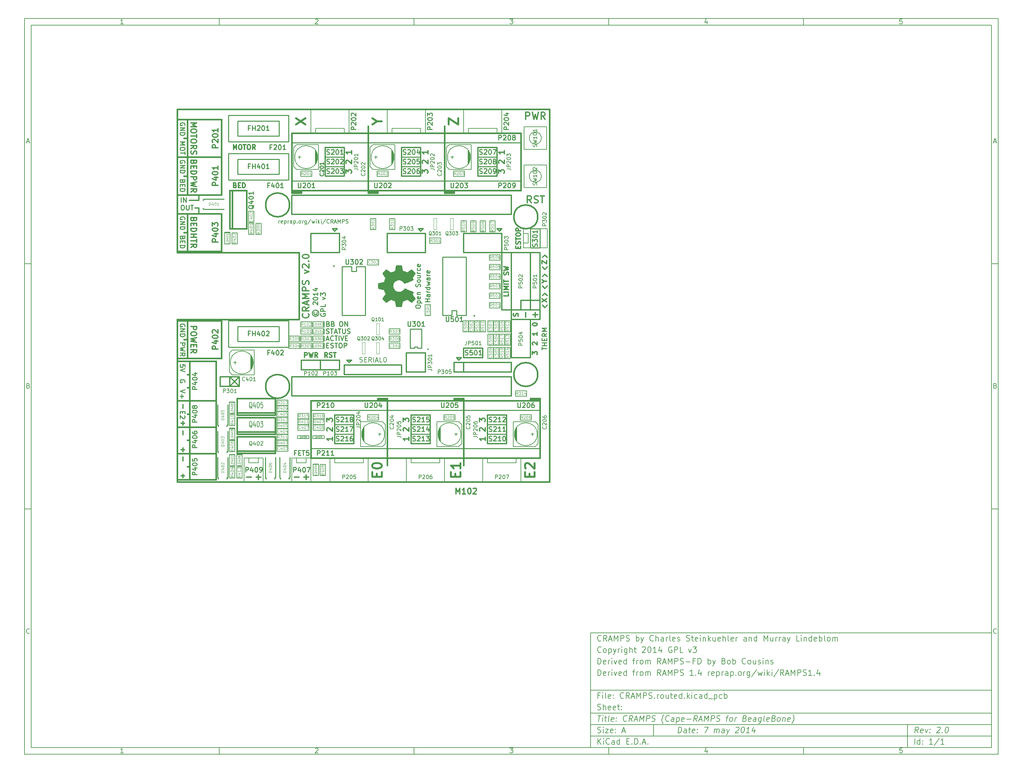
<source format=gbr>
G04 (created by PCBNEW (2013-07-07 BZR 4022)-stable) date 5/7/2014 12:27:55 AM*
%MOIN*%
G04 Gerber Fmt 3.4, Leading zero omitted, Abs format*
%FSLAX34Y34*%
G01*
G70*
G90*
G04 APERTURE LIST*
%ADD10C,0.00590551*%
%ADD11C,0.012*%
%ADD12C,0.015*%
%ADD13C,0.01*%
%ADD14C,0.011811*%
%ADD15C,0.008*%
%ADD16C,0.02*%
%ADD17C,0.005*%
%ADD18C,0.0001*%
%ADD19C,0.006*%
%ADD20C,0.0047*%
%ADD21C,0.00906299*%
%ADD22C,0.004*%
%ADD23C,0.00393701*%
%ADD24C,0.00708661*%
G04 APERTURE END LIST*
G54D10*
X-16600Y49000D02*
X85400Y49000D01*
X85400Y-28000D01*
X-16600Y-28000D01*
X-16600Y49000D01*
X-15900Y48300D02*
X84700Y48300D01*
X84700Y-27300D01*
X-15900Y-27300D01*
X-15900Y48300D01*
X3800Y49000D02*
X3800Y48300D01*
X-6257Y48447D02*
X-6542Y48447D01*
X-6400Y48447D02*
X-6400Y48947D01*
X-6447Y48876D01*
X-6495Y48828D01*
X-6542Y48804D01*
X3800Y-28000D02*
X3800Y-27300D01*
X-6257Y-27852D02*
X-6542Y-27852D01*
X-6400Y-27852D02*
X-6400Y-27352D01*
X-6447Y-27423D01*
X-6495Y-27471D01*
X-6542Y-27495D01*
X24200Y49000D02*
X24200Y48300D01*
X13857Y48900D02*
X13880Y48923D01*
X13928Y48947D01*
X14047Y48947D01*
X14095Y48923D01*
X14119Y48900D01*
X14142Y48852D01*
X14142Y48804D01*
X14119Y48733D01*
X13833Y48447D01*
X14142Y48447D01*
X24200Y-28000D02*
X24200Y-27300D01*
X13857Y-27400D02*
X13880Y-27376D01*
X13928Y-27352D01*
X14047Y-27352D01*
X14095Y-27376D01*
X14119Y-27400D01*
X14142Y-27447D01*
X14142Y-27495D01*
X14119Y-27566D01*
X13833Y-27852D01*
X14142Y-27852D01*
X44600Y49000D02*
X44600Y48300D01*
X34233Y48947D02*
X34542Y48947D01*
X34376Y48757D01*
X34447Y48757D01*
X34495Y48733D01*
X34519Y48709D01*
X34542Y48661D01*
X34542Y48542D01*
X34519Y48495D01*
X34495Y48471D01*
X34447Y48447D01*
X34304Y48447D01*
X34257Y48471D01*
X34233Y48495D01*
X44600Y-28000D02*
X44600Y-27300D01*
X34233Y-27352D02*
X34542Y-27352D01*
X34376Y-27542D01*
X34447Y-27542D01*
X34495Y-27566D01*
X34519Y-27590D01*
X34542Y-27638D01*
X34542Y-27757D01*
X34519Y-27804D01*
X34495Y-27828D01*
X34447Y-27852D01*
X34304Y-27852D01*
X34257Y-27828D01*
X34233Y-27804D01*
X65000Y49000D02*
X65000Y48300D01*
X54895Y48780D02*
X54895Y48447D01*
X54776Y48971D02*
X54657Y48614D01*
X54966Y48614D01*
X65000Y-28000D02*
X65000Y-27300D01*
X54895Y-27519D02*
X54895Y-27852D01*
X54776Y-27328D02*
X54657Y-27685D01*
X54966Y-27685D01*
X75319Y48947D02*
X75080Y48947D01*
X75057Y48709D01*
X75080Y48733D01*
X75128Y48757D01*
X75247Y48757D01*
X75295Y48733D01*
X75319Y48709D01*
X75342Y48661D01*
X75342Y48542D01*
X75319Y48495D01*
X75295Y48471D01*
X75247Y48447D01*
X75128Y48447D01*
X75080Y48471D01*
X75057Y48495D01*
X75319Y-27352D02*
X75080Y-27352D01*
X75057Y-27590D01*
X75080Y-27566D01*
X75128Y-27542D01*
X75247Y-27542D01*
X75295Y-27566D01*
X75319Y-27590D01*
X75342Y-27638D01*
X75342Y-27757D01*
X75319Y-27804D01*
X75295Y-27828D01*
X75247Y-27852D01*
X75128Y-27852D01*
X75080Y-27828D01*
X75057Y-27804D01*
X-16600Y23340D02*
X-15900Y23340D01*
X-16369Y36110D02*
X-16130Y36110D01*
X-16416Y35967D02*
X-16249Y36467D01*
X-16083Y35967D01*
X85400Y23340D02*
X84700Y23340D01*
X84930Y36110D02*
X85169Y36110D01*
X84883Y35967D02*
X85050Y36467D01*
X85216Y35967D01*
X-16600Y-2320D02*
X-15900Y-2320D01*
X-16214Y10569D02*
X-16142Y10545D01*
X-16119Y10521D01*
X-16095Y10474D01*
X-16095Y10402D01*
X-16119Y10355D01*
X-16142Y10331D01*
X-16190Y10307D01*
X-16380Y10307D01*
X-16380Y10807D01*
X-16214Y10807D01*
X-16166Y10783D01*
X-16142Y10760D01*
X-16119Y10712D01*
X-16119Y10664D01*
X-16142Y10617D01*
X-16166Y10593D01*
X-16214Y10569D01*
X-16380Y10569D01*
X85400Y-2320D02*
X84700Y-2320D01*
X85085Y10569D02*
X85157Y10545D01*
X85180Y10521D01*
X85204Y10474D01*
X85204Y10402D01*
X85180Y10355D01*
X85157Y10331D01*
X85109Y10307D01*
X84919Y10307D01*
X84919Y10807D01*
X85085Y10807D01*
X85133Y10783D01*
X85157Y10760D01*
X85180Y10712D01*
X85180Y10664D01*
X85157Y10617D01*
X85133Y10593D01*
X85085Y10569D01*
X84919Y10569D01*
X-16095Y-15304D02*
X-16119Y-15328D01*
X-16190Y-15352D01*
X-16238Y-15352D01*
X-16309Y-15328D01*
X-16357Y-15280D01*
X-16380Y-15233D01*
X-16404Y-15138D01*
X-16404Y-15066D01*
X-16380Y-14971D01*
X-16357Y-14923D01*
X-16309Y-14876D01*
X-16238Y-14852D01*
X-16190Y-14852D01*
X-16119Y-14876D01*
X-16095Y-14900D01*
X85204Y-15304D02*
X85180Y-15328D01*
X85109Y-15352D01*
X85061Y-15352D01*
X84990Y-15328D01*
X84942Y-15280D01*
X84919Y-15233D01*
X84895Y-15138D01*
X84895Y-15066D01*
X84919Y-14971D01*
X84942Y-14923D01*
X84990Y-14876D01*
X85061Y-14852D01*
X85109Y-14852D01*
X85180Y-14876D01*
X85204Y-14900D01*
X51850Y-25742D02*
X51925Y-25142D01*
X52067Y-25142D01*
X52150Y-25171D01*
X52200Y-25228D01*
X52221Y-25285D01*
X52235Y-25400D01*
X52225Y-25485D01*
X52182Y-25600D01*
X52146Y-25657D01*
X52082Y-25714D01*
X51992Y-25742D01*
X51850Y-25742D01*
X52707Y-25742D02*
X52746Y-25428D01*
X52725Y-25371D01*
X52671Y-25342D01*
X52557Y-25342D01*
X52496Y-25371D01*
X52710Y-25714D02*
X52650Y-25742D01*
X52507Y-25742D01*
X52453Y-25714D01*
X52432Y-25657D01*
X52439Y-25600D01*
X52475Y-25542D01*
X52535Y-25514D01*
X52678Y-25514D01*
X52739Y-25485D01*
X52957Y-25342D02*
X53185Y-25342D01*
X53067Y-25142D02*
X53003Y-25657D01*
X53025Y-25714D01*
X53078Y-25742D01*
X53135Y-25742D01*
X53567Y-25714D02*
X53507Y-25742D01*
X53392Y-25742D01*
X53339Y-25714D01*
X53317Y-25657D01*
X53346Y-25428D01*
X53382Y-25371D01*
X53442Y-25342D01*
X53557Y-25342D01*
X53610Y-25371D01*
X53632Y-25428D01*
X53625Y-25485D01*
X53332Y-25542D01*
X53857Y-25685D02*
X53882Y-25714D01*
X53850Y-25742D01*
X53825Y-25714D01*
X53857Y-25685D01*
X53850Y-25742D01*
X53896Y-25371D02*
X53921Y-25400D01*
X53889Y-25428D01*
X53864Y-25400D01*
X53896Y-25371D01*
X53889Y-25428D01*
X54610Y-25142D02*
X55010Y-25142D01*
X54678Y-25742D01*
X55621Y-25742D02*
X55671Y-25342D01*
X55664Y-25400D02*
X55696Y-25371D01*
X55757Y-25342D01*
X55842Y-25342D01*
X55896Y-25371D01*
X55917Y-25428D01*
X55878Y-25742D01*
X55917Y-25428D02*
X55953Y-25371D01*
X56014Y-25342D01*
X56100Y-25342D01*
X56153Y-25371D01*
X56175Y-25428D01*
X56135Y-25742D01*
X56678Y-25742D02*
X56717Y-25428D01*
X56696Y-25371D01*
X56642Y-25342D01*
X56528Y-25342D01*
X56467Y-25371D01*
X56682Y-25714D02*
X56621Y-25742D01*
X56478Y-25742D01*
X56425Y-25714D01*
X56403Y-25657D01*
X56410Y-25600D01*
X56446Y-25542D01*
X56507Y-25514D01*
X56650Y-25514D01*
X56710Y-25485D01*
X56957Y-25342D02*
X57050Y-25742D01*
X57242Y-25342D02*
X57050Y-25742D01*
X56975Y-25885D01*
X56942Y-25914D01*
X56882Y-25942D01*
X57917Y-25200D02*
X57950Y-25171D01*
X58010Y-25142D01*
X58153Y-25142D01*
X58207Y-25171D01*
X58232Y-25200D01*
X58253Y-25257D01*
X58246Y-25314D01*
X58207Y-25400D01*
X57821Y-25742D01*
X58192Y-25742D01*
X58639Y-25142D02*
X58696Y-25142D01*
X58750Y-25171D01*
X58775Y-25200D01*
X58796Y-25257D01*
X58810Y-25371D01*
X58792Y-25514D01*
X58750Y-25628D01*
X58714Y-25685D01*
X58682Y-25714D01*
X58621Y-25742D01*
X58564Y-25742D01*
X58510Y-25714D01*
X58485Y-25685D01*
X58464Y-25628D01*
X58450Y-25514D01*
X58467Y-25371D01*
X58510Y-25257D01*
X58546Y-25200D01*
X58578Y-25171D01*
X58639Y-25142D01*
X59335Y-25742D02*
X58992Y-25742D01*
X59164Y-25742D02*
X59239Y-25142D01*
X59171Y-25228D01*
X59107Y-25285D01*
X59046Y-25314D01*
X59900Y-25342D02*
X59850Y-25742D01*
X59785Y-25114D02*
X59589Y-25542D01*
X59960Y-25542D01*
X43442Y-26942D02*
X43442Y-26342D01*
X43785Y-26942D02*
X43528Y-26600D01*
X43785Y-26342D02*
X43442Y-26685D01*
X44042Y-26942D02*
X44042Y-26542D01*
X44042Y-26342D02*
X44014Y-26371D01*
X44042Y-26400D01*
X44071Y-26371D01*
X44042Y-26342D01*
X44042Y-26400D01*
X44671Y-26885D02*
X44642Y-26914D01*
X44557Y-26942D01*
X44500Y-26942D01*
X44414Y-26914D01*
X44357Y-26857D01*
X44328Y-26800D01*
X44300Y-26685D01*
X44300Y-26600D01*
X44328Y-26485D01*
X44357Y-26428D01*
X44414Y-26371D01*
X44500Y-26342D01*
X44557Y-26342D01*
X44642Y-26371D01*
X44671Y-26400D01*
X45185Y-26942D02*
X45185Y-26628D01*
X45157Y-26571D01*
X45100Y-26542D01*
X44985Y-26542D01*
X44928Y-26571D01*
X45185Y-26914D02*
X45128Y-26942D01*
X44985Y-26942D01*
X44928Y-26914D01*
X44900Y-26857D01*
X44900Y-26800D01*
X44928Y-26742D01*
X44985Y-26714D01*
X45128Y-26714D01*
X45185Y-26685D01*
X45728Y-26942D02*
X45728Y-26342D01*
X45728Y-26914D02*
X45671Y-26942D01*
X45557Y-26942D01*
X45500Y-26914D01*
X45471Y-26885D01*
X45442Y-26828D01*
X45442Y-26657D01*
X45471Y-26600D01*
X45500Y-26571D01*
X45557Y-26542D01*
X45671Y-26542D01*
X45728Y-26571D01*
X46471Y-26628D02*
X46671Y-26628D01*
X46757Y-26942D02*
X46471Y-26942D01*
X46471Y-26342D01*
X46757Y-26342D01*
X47014Y-26885D02*
X47042Y-26914D01*
X47014Y-26942D01*
X46985Y-26914D01*
X47014Y-26885D01*
X47014Y-26942D01*
X47299Y-26942D02*
X47299Y-26342D01*
X47442Y-26342D01*
X47528Y-26371D01*
X47585Y-26428D01*
X47614Y-26485D01*
X47642Y-26600D01*
X47642Y-26685D01*
X47614Y-26800D01*
X47585Y-26857D01*
X47528Y-26914D01*
X47442Y-26942D01*
X47299Y-26942D01*
X47899Y-26885D02*
X47928Y-26914D01*
X47899Y-26942D01*
X47871Y-26914D01*
X47899Y-26885D01*
X47899Y-26942D01*
X48157Y-26771D02*
X48442Y-26771D01*
X48099Y-26942D02*
X48299Y-26342D01*
X48499Y-26942D01*
X48699Y-26885D02*
X48728Y-26914D01*
X48699Y-26942D01*
X48671Y-26914D01*
X48699Y-26885D01*
X48699Y-26942D01*
X76992Y-25742D02*
X76828Y-25457D01*
X76650Y-25742D02*
X76725Y-25142D01*
X76953Y-25142D01*
X77007Y-25171D01*
X77032Y-25200D01*
X77053Y-25257D01*
X77042Y-25342D01*
X77007Y-25400D01*
X76975Y-25428D01*
X76914Y-25457D01*
X76685Y-25457D01*
X77482Y-25714D02*
X77421Y-25742D01*
X77307Y-25742D01*
X77253Y-25714D01*
X77232Y-25657D01*
X77260Y-25428D01*
X77296Y-25371D01*
X77357Y-25342D01*
X77471Y-25342D01*
X77525Y-25371D01*
X77546Y-25428D01*
X77539Y-25485D01*
X77246Y-25542D01*
X77757Y-25342D02*
X77850Y-25742D01*
X78042Y-25342D01*
X78228Y-25685D02*
X78253Y-25714D01*
X78221Y-25742D01*
X78196Y-25714D01*
X78228Y-25685D01*
X78221Y-25742D01*
X78267Y-25371D02*
X78292Y-25400D01*
X78260Y-25428D01*
X78235Y-25400D01*
X78267Y-25371D01*
X78260Y-25428D01*
X79003Y-25200D02*
X79035Y-25171D01*
X79096Y-25142D01*
X79239Y-25142D01*
X79292Y-25171D01*
X79317Y-25200D01*
X79339Y-25257D01*
X79332Y-25314D01*
X79292Y-25400D01*
X78907Y-25742D01*
X79278Y-25742D01*
X79542Y-25685D02*
X79567Y-25714D01*
X79535Y-25742D01*
X79510Y-25714D01*
X79542Y-25685D01*
X79535Y-25742D01*
X80010Y-25142D02*
X80067Y-25142D01*
X80121Y-25171D01*
X80146Y-25200D01*
X80167Y-25257D01*
X80182Y-25371D01*
X80164Y-25514D01*
X80121Y-25628D01*
X80085Y-25685D01*
X80053Y-25714D01*
X79992Y-25742D01*
X79935Y-25742D01*
X79882Y-25714D01*
X79857Y-25685D01*
X79835Y-25628D01*
X79821Y-25514D01*
X79839Y-25371D01*
X79882Y-25257D01*
X79917Y-25200D01*
X79950Y-25171D01*
X80010Y-25142D01*
X43414Y-25714D02*
X43500Y-25742D01*
X43642Y-25742D01*
X43700Y-25714D01*
X43728Y-25685D01*
X43757Y-25628D01*
X43757Y-25571D01*
X43728Y-25514D01*
X43700Y-25485D01*
X43642Y-25457D01*
X43528Y-25428D01*
X43471Y-25400D01*
X43442Y-25371D01*
X43414Y-25314D01*
X43414Y-25257D01*
X43442Y-25200D01*
X43471Y-25171D01*
X43528Y-25142D01*
X43671Y-25142D01*
X43757Y-25171D01*
X44014Y-25742D02*
X44014Y-25342D01*
X44014Y-25142D02*
X43985Y-25171D01*
X44014Y-25200D01*
X44042Y-25171D01*
X44014Y-25142D01*
X44014Y-25200D01*
X44242Y-25342D02*
X44557Y-25342D01*
X44242Y-25742D01*
X44557Y-25742D01*
X45014Y-25714D02*
X44957Y-25742D01*
X44842Y-25742D01*
X44785Y-25714D01*
X44757Y-25657D01*
X44757Y-25428D01*
X44785Y-25371D01*
X44842Y-25342D01*
X44957Y-25342D01*
X45014Y-25371D01*
X45042Y-25428D01*
X45042Y-25485D01*
X44757Y-25542D01*
X45300Y-25685D02*
X45328Y-25714D01*
X45300Y-25742D01*
X45271Y-25714D01*
X45300Y-25685D01*
X45300Y-25742D01*
X45300Y-25371D02*
X45328Y-25400D01*
X45300Y-25428D01*
X45271Y-25400D01*
X45300Y-25371D01*
X45300Y-25428D01*
X46014Y-25571D02*
X46300Y-25571D01*
X45957Y-25742D02*
X46157Y-25142D01*
X46357Y-25742D01*
X76642Y-26942D02*
X76642Y-26342D01*
X77185Y-26942D02*
X77185Y-26342D01*
X77185Y-26914D02*
X77128Y-26942D01*
X77014Y-26942D01*
X76957Y-26914D01*
X76928Y-26885D01*
X76900Y-26828D01*
X76900Y-26657D01*
X76928Y-26600D01*
X76957Y-26571D01*
X77014Y-26542D01*
X77128Y-26542D01*
X77185Y-26571D01*
X77471Y-26885D02*
X77500Y-26914D01*
X77471Y-26942D01*
X77442Y-26914D01*
X77471Y-26885D01*
X77471Y-26942D01*
X77471Y-26571D02*
X77500Y-26600D01*
X77471Y-26628D01*
X77442Y-26600D01*
X77471Y-26571D01*
X77471Y-26628D01*
X78528Y-26942D02*
X78185Y-26942D01*
X78357Y-26942D02*
X78357Y-26342D01*
X78299Y-26428D01*
X78242Y-26485D01*
X78185Y-26514D01*
X79214Y-26314D02*
X78700Y-27085D01*
X79728Y-26942D02*
X79385Y-26942D01*
X79557Y-26942D02*
X79557Y-26342D01*
X79499Y-26428D01*
X79442Y-26485D01*
X79385Y-26514D01*
X43439Y-23942D02*
X43782Y-23942D01*
X43535Y-24542D02*
X43610Y-23942D01*
X43907Y-24542D02*
X43957Y-24142D01*
X43982Y-23942D02*
X43950Y-23971D01*
X43975Y-24000D01*
X44007Y-23971D01*
X43982Y-23942D01*
X43975Y-24000D01*
X44157Y-24142D02*
X44385Y-24142D01*
X44267Y-23942D02*
X44203Y-24457D01*
X44225Y-24514D01*
X44278Y-24542D01*
X44335Y-24542D01*
X44621Y-24542D02*
X44567Y-24514D01*
X44546Y-24457D01*
X44610Y-23942D01*
X45082Y-24514D02*
X45021Y-24542D01*
X44907Y-24542D01*
X44853Y-24514D01*
X44832Y-24457D01*
X44860Y-24228D01*
X44896Y-24171D01*
X44957Y-24142D01*
X45071Y-24142D01*
X45125Y-24171D01*
X45146Y-24228D01*
X45139Y-24285D01*
X44846Y-24342D01*
X45371Y-24485D02*
X45396Y-24514D01*
X45364Y-24542D01*
X45339Y-24514D01*
X45371Y-24485D01*
X45364Y-24542D01*
X45410Y-24171D02*
X45435Y-24200D01*
X45403Y-24228D01*
X45378Y-24200D01*
X45410Y-24171D01*
X45403Y-24228D01*
X46457Y-24485D02*
X46425Y-24514D01*
X46335Y-24542D01*
X46278Y-24542D01*
X46196Y-24514D01*
X46146Y-24457D01*
X46125Y-24400D01*
X46110Y-24285D01*
X46121Y-24200D01*
X46164Y-24085D01*
X46200Y-24028D01*
X46264Y-23971D01*
X46353Y-23942D01*
X46410Y-23942D01*
X46492Y-23971D01*
X46517Y-24000D01*
X47050Y-24542D02*
X46885Y-24257D01*
X46707Y-24542D02*
X46782Y-23942D01*
X47010Y-23942D01*
X47064Y-23971D01*
X47089Y-24000D01*
X47110Y-24057D01*
X47100Y-24142D01*
X47064Y-24200D01*
X47032Y-24228D01*
X46971Y-24257D01*
X46742Y-24257D01*
X47300Y-24371D02*
X47585Y-24371D01*
X47221Y-24542D02*
X47496Y-23942D01*
X47621Y-24542D01*
X47821Y-24542D02*
X47896Y-23942D01*
X48042Y-24371D01*
X48296Y-23942D01*
X48221Y-24542D01*
X48507Y-24542D02*
X48582Y-23942D01*
X48810Y-23942D01*
X48864Y-23971D01*
X48889Y-24000D01*
X48910Y-24057D01*
X48900Y-24142D01*
X48864Y-24200D01*
X48832Y-24228D01*
X48771Y-24257D01*
X48542Y-24257D01*
X49082Y-24514D02*
X49164Y-24542D01*
X49307Y-24542D01*
X49367Y-24514D01*
X49400Y-24485D01*
X49435Y-24428D01*
X49442Y-24371D01*
X49421Y-24314D01*
X49396Y-24285D01*
X49342Y-24257D01*
X49232Y-24228D01*
X49178Y-24200D01*
X49153Y-24171D01*
X49132Y-24114D01*
X49139Y-24057D01*
X49175Y-24000D01*
X49207Y-23971D01*
X49267Y-23942D01*
X49410Y-23942D01*
X49492Y-23971D01*
X50278Y-24771D02*
X50253Y-24742D01*
X50207Y-24657D01*
X50185Y-24600D01*
X50167Y-24514D01*
X50157Y-24371D01*
X50171Y-24257D01*
X50217Y-24114D01*
X50257Y-24028D01*
X50292Y-23971D01*
X50360Y-23885D01*
X50392Y-23857D01*
X50885Y-24485D02*
X50853Y-24514D01*
X50764Y-24542D01*
X50707Y-24542D01*
X50625Y-24514D01*
X50575Y-24457D01*
X50553Y-24400D01*
X50539Y-24285D01*
X50550Y-24200D01*
X50592Y-24085D01*
X50628Y-24028D01*
X50692Y-23971D01*
X50782Y-23942D01*
X50839Y-23942D01*
X50921Y-23971D01*
X50946Y-24000D01*
X51392Y-24542D02*
X51432Y-24228D01*
X51410Y-24171D01*
X51357Y-24142D01*
X51242Y-24142D01*
X51182Y-24171D01*
X51396Y-24514D02*
X51335Y-24542D01*
X51192Y-24542D01*
X51139Y-24514D01*
X51117Y-24457D01*
X51125Y-24400D01*
X51160Y-24342D01*
X51221Y-24314D01*
X51364Y-24314D01*
X51425Y-24285D01*
X51728Y-24142D02*
X51653Y-24742D01*
X51725Y-24171D02*
X51785Y-24142D01*
X51900Y-24142D01*
X51953Y-24171D01*
X51978Y-24200D01*
X52000Y-24257D01*
X51978Y-24428D01*
X51942Y-24485D01*
X51910Y-24514D01*
X51850Y-24542D01*
X51735Y-24542D01*
X51682Y-24514D01*
X52453Y-24514D02*
X52392Y-24542D01*
X52278Y-24542D01*
X52225Y-24514D01*
X52203Y-24457D01*
X52232Y-24228D01*
X52267Y-24171D01*
X52328Y-24142D01*
X52442Y-24142D01*
X52496Y-24171D01*
X52517Y-24228D01*
X52510Y-24285D01*
X52217Y-24342D01*
X52764Y-24314D02*
X53221Y-24314D01*
X53821Y-24542D02*
X53657Y-24257D01*
X53478Y-24542D02*
X53553Y-23942D01*
X53782Y-23942D01*
X53835Y-23971D01*
X53860Y-24000D01*
X53882Y-24057D01*
X53871Y-24142D01*
X53835Y-24200D01*
X53803Y-24228D01*
X53742Y-24257D01*
X53514Y-24257D01*
X54071Y-24371D02*
X54357Y-24371D01*
X53992Y-24542D02*
X54267Y-23942D01*
X54392Y-24542D01*
X54592Y-24542D02*
X54667Y-23942D01*
X54814Y-24371D01*
X55067Y-23942D01*
X54992Y-24542D01*
X55278Y-24542D02*
X55353Y-23942D01*
X55582Y-23942D01*
X55635Y-23971D01*
X55660Y-24000D01*
X55682Y-24057D01*
X55671Y-24142D01*
X55635Y-24200D01*
X55603Y-24228D01*
X55542Y-24257D01*
X55314Y-24257D01*
X55853Y-24514D02*
X55935Y-24542D01*
X56078Y-24542D01*
X56139Y-24514D01*
X56171Y-24485D01*
X56207Y-24428D01*
X56214Y-24371D01*
X56192Y-24314D01*
X56167Y-24285D01*
X56114Y-24257D01*
X56003Y-24228D01*
X55950Y-24200D01*
X55925Y-24171D01*
X55903Y-24114D01*
X55910Y-24057D01*
X55946Y-24000D01*
X55978Y-23971D01*
X56039Y-23942D01*
X56182Y-23942D01*
X56264Y-23971D01*
X56871Y-24142D02*
X57100Y-24142D01*
X56907Y-24542D02*
X56971Y-24028D01*
X57007Y-23971D01*
X57067Y-23942D01*
X57125Y-23942D01*
X57335Y-24542D02*
X57282Y-24514D01*
X57257Y-24485D01*
X57235Y-24428D01*
X57257Y-24257D01*
X57292Y-24200D01*
X57325Y-24171D01*
X57385Y-24142D01*
X57471Y-24142D01*
X57525Y-24171D01*
X57550Y-24200D01*
X57571Y-24257D01*
X57550Y-24428D01*
X57514Y-24485D01*
X57482Y-24514D01*
X57421Y-24542D01*
X57335Y-24542D01*
X57792Y-24542D02*
X57842Y-24142D01*
X57828Y-24257D02*
X57864Y-24200D01*
X57896Y-24171D01*
X57957Y-24142D01*
X58014Y-24142D01*
X58860Y-24228D02*
X58942Y-24257D01*
X58967Y-24285D01*
X58989Y-24342D01*
X58978Y-24428D01*
X58942Y-24485D01*
X58910Y-24514D01*
X58850Y-24542D01*
X58621Y-24542D01*
X58696Y-23942D01*
X58896Y-23942D01*
X58950Y-23971D01*
X58975Y-24000D01*
X58996Y-24057D01*
X58989Y-24114D01*
X58953Y-24171D01*
X58921Y-24200D01*
X58860Y-24228D01*
X58660Y-24228D01*
X59453Y-24514D02*
X59392Y-24542D01*
X59278Y-24542D01*
X59225Y-24514D01*
X59203Y-24457D01*
X59232Y-24228D01*
X59267Y-24171D01*
X59328Y-24142D01*
X59442Y-24142D01*
X59496Y-24171D01*
X59517Y-24228D01*
X59510Y-24285D01*
X59217Y-24342D01*
X59992Y-24542D02*
X60032Y-24228D01*
X60010Y-24171D01*
X59957Y-24142D01*
X59842Y-24142D01*
X59782Y-24171D01*
X59996Y-24514D02*
X59935Y-24542D01*
X59792Y-24542D01*
X59739Y-24514D01*
X59717Y-24457D01*
X59725Y-24400D01*
X59760Y-24342D01*
X59821Y-24314D01*
X59964Y-24314D01*
X60025Y-24285D01*
X60585Y-24142D02*
X60525Y-24628D01*
X60489Y-24685D01*
X60457Y-24714D01*
X60396Y-24742D01*
X60310Y-24742D01*
X60257Y-24714D01*
X60539Y-24514D02*
X60478Y-24542D01*
X60364Y-24542D01*
X60310Y-24514D01*
X60285Y-24485D01*
X60264Y-24428D01*
X60285Y-24257D01*
X60321Y-24200D01*
X60353Y-24171D01*
X60414Y-24142D01*
X60528Y-24142D01*
X60582Y-24171D01*
X60907Y-24542D02*
X60853Y-24514D01*
X60832Y-24457D01*
X60896Y-23942D01*
X61367Y-24514D02*
X61307Y-24542D01*
X61192Y-24542D01*
X61139Y-24514D01*
X61117Y-24457D01*
X61146Y-24228D01*
X61182Y-24171D01*
X61242Y-24142D01*
X61357Y-24142D01*
X61410Y-24171D01*
X61432Y-24228D01*
X61425Y-24285D01*
X61132Y-24342D01*
X61889Y-24228D02*
X61971Y-24257D01*
X61996Y-24285D01*
X62017Y-24342D01*
X62007Y-24428D01*
X61971Y-24485D01*
X61939Y-24514D01*
X61878Y-24542D01*
X61650Y-24542D01*
X61725Y-23942D01*
X61925Y-23942D01*
X61978Y-23971D01*
X62003Y-24000D01*
X62025Y-24057D01*
X62017Y-24114D01*
X61982Y-24171D01*
X61950Y-24200D01*
X61889Y-24228D01*
X61689Y-24228D01*
X62335Y-24542D02*
X62282Y-24514D01*
X62257Y-24485D01*
X62235Y-24428D01*
X62257Y-24257D01*
X62292Y-24200D01*
X62325Y-24171D01*
X62385Y-24142D01*
X62471Y-24142D01*
X62525Y-24171D01*
X62550Y-24200D01*
X62571Y-24257D01*
X62550Y-24428D01*
X62514Y-24485D01*
X62482Y-24514D01*
X62421Y-24542D01*
X62335Y-24542D01*
X62842Y-24142D02*
X62792Y-24542D01*
X62835Y-24200D02*
X62867Y-24171D01*
X62928Y-24142D01*
X63014Y-24142D01*
X63067Y-24171D01*
X63089Y-24228D01*
X63050Y-24542D01*
X63567Y-24514D02*
X63507Y-24542D01*
X63392Y-24542D01*
X63339Y-24514D01*
X63317Y-24457D01*
X63346Y-24228D01*
X63382Y-24171D01*
X63442Y-24142D01*
X63557Y-24142D01*
X63610Y-24171D01*
X63632Y-24228D01*
X63625Y-24285D01*
X63332Y-24342D01*
X63764Y-24771D02*
X63796Y-24742D01*
X63864Y-24657D01*
X63900Y-24600D01*
X63939Y-24514D01*
X63985Y-24371D01*
X64000Y-24257D01*
X63989Y-24114D01*
X63971Y-24028D01*
X63950Y-23971D01*
X63903Y-23885D01*
X63878Y-23857D01*
X43642Y-21828D02*
X43442Y-21828D01*
X43442Y-22142D02*
X43442Y-21542D01*
X43728Y-21542D01*
X43957Y-22142D02*
X43957Y-21742D01*
X43957Y-21542D02*
X43928Y-21571D01*
X43957Y-21600D01*
X43985Y-21571D01*
X43957Y-21542D01*
X43957Y-21600D01*
X44328Y-22142D02*
X44271Y-22114D01*
X44242Y-22057D01*
X44242Y-21542D01*
X44785Y-22114D02*
X44728Y-22142D01*
X44614Y-22142D01*
X44557Y-22114D01*
X44528Y-22057D01*
X44528Y-21828D01*
X44557Y-21771D01*
X44614Y-21742D01*
X44728Y-21742D01*
X44785Y-21771D01*
X44814Y-21828D01*
X44814Y-21885D01*
X44528Y-21942D01*
X45071Y-22085D02*
X45100Y-22114D01*
X45071Y-22142D01*
X45042Y-22114D01*
X45071Y-22085D01*
X45071Y-22142D01*
X45071Y-21771D02*
X45100Y-21800D01*
X45071Y-21828D01*
X45042Y-21800D01*
X45071Y-21771D01*
X45071Y-21828D01*
X46157Y-22085D02*
X46128Y-22114D01*
X46042Y-22142D01*
X45985Y-22142D01*
X45900Y-22114D01*
X45842Y-22057D01*
X45814Y-22000D01*
X45785Y-21885D01*
X45785Y-21800D01*
X45814Y-21685D01*
X45842Y-21628D01*
X45900Y-21571D01*
X45985Y-21542D01*
X46042Y-21542D01*
X46128Y-21571D01*
X46157Y-21600D01*
X46757Y-22142D02*
X46557Y-21857D01*
X46414Y-22142D02*
X46414Y-21542D01*
X46642Y-21542D01*
X46700Y-21571D01*
X46728Y-21600D01*
X46757Y-21657D01*
X46757Y-21742D01*
X46728Y-21800D01*
X46700Y-21828D01*
X46642Y-21857D01*
X46414Y-21857D01*
X46985Y-21971D02*
X47271Y-21971D01*
X46928Y-22142D02*
X47128Y-21542D01*
X47328Y-22142D01*
X47528Y-22142D02*
X47528Y-21542D01*
X47728Y-21971D01*
X47928Y-21542D01*
X47928Y-22142D01*
X48214Y-22142D02*
X48214Y-21542D01*
X48442Y-21542D01*
X48500Y-21571D01*
X48528Y-21600D01*
X48557Y-21657D01*
X48557Y-21742D01*
X48528Y-21800D01*
X48500Y-21828D01*
X48442Y-21857D01*
X48214Y-21857D01*
X48785Y-22114D02*
X48871Y-22142D01*
X49014Y-22142D01*
X49071Y-22114D01*
X49100Y-22085D01*
X49128Y-22028D01*
X49128Y-21971D01*
X49100Y-21914D01*
X49071Y-21885D01*
X49014Y-21857D01*
X48900Y-21828D01*
X48842Y-21800D01*
X48814Y-21771D01*
X48785Y-21714D01*
X48785Y-21657D01*
X48814Y-21600D01*
X48842Y-21571D01*
X48900Y-21542D01*
X49042Y-21542D01*
X49128Y-21571D01*
X49385Y-22085D02*
X49414Y-22114D01*
X49385Y-22142D01*
X49357Y-22114D01*
X49385Y-22085D01*
X49385Y-22142D01*
X49671Y-22142D02*
X49671Y-21742D01*
X49671Y-21857D02*
X49700Y-21800D01*
X49728Y-21771D01*
X49785Y-21742D01*
X49842Y-21742D01*
X50128Y-22142D02*
X50071Y-22114D01*
X50042Y-22085D01*
X50014Y-22028D01*
X50014Y-21857D01*
X50042Y-21800D01*
X50071Y-21771D01*
X50128Y-21742D01*
X50214Y-21742D01*
X50271Y-21771D01*
X50300Y-21800D01*
X50328Y-21857D01*
X50328Y-22028D01*
X50300Y-22085D01*
X50271Y-22114D01*
X50214Y-22142D01*
X50128Y-22142D01*
X50842Y-21742D02*
X50842Y-22142D01*
X50585Y-21742D02*
X50585Y-22057D01*
X50614Y-22114D01*
X50671Y-22142D01*
X50757Y-22142D01*
X50814Y-22114D01*
X50842Y-22085D01*
X51042Y-21742D02*
X51271Y-21742D01*
X51128Y-21542D02*
X51128Y-22057D01*
X51157Y-22114D01*
X51214Y-22142D01*
X51271Y-22142D01*
X51700Y-22114D02*
X51642Y-22142D01*
X51528Y-22142D01*
X51471Y-22114D01*
X51442Y-22057D01*
X51442Y-21828D01*
X51471Y-21771D01*
X51528Y-21742D01*
X51642Y-21742D01*
X51700Y-21771D01*
X51728Y-21828D01*
X51728Y-21885D01*
X51442Y-21942D01*
X52242Y-22142D02*
X52242Y-21542D01*
X52242Y-22114D02*
X52185Y-22142D01*
X52071Y-22142D01*
X52014Y-22114D01*
X51985Y-22085D01*
X51957Y-22028D01*
X51957Y-21857D01*
X51985Y-21800D01*
X52014Y-21771D01*
X52071Y-21742D01*
X52185Y-21742D01*
X52242Y-21771D01*
X52528Y-22085D02*
X52557Y-22114D01*
X52528Y-22142D01*
X52500Y-22114D01*
X52528Y-22085D01*
X52528Y-22142D01*
X52814Y-22142D02*
X52814Y-21542D01*
X52871Y-21914D02*
X53042Y-22142D01*
X53042Y-21742D02*
X52814Y-21971D01*
X53300Y-22142D02*
X53300Y-21742D01*
X53300Y-21542D02*
X53271Y-21571D01*
X53300Y-21600D01*
X53328Y-21571D01*
X53300Y-21542D01*
X53300Y-21600D01*
X53842Y-22114D02*
X53785Y-22142D01*
X53671Y-22142D01*
X53614Y-22114D01*
X53585Y-22085D01*
X53557Y-22028D01*
X53557Y-21857D01*
X53585Y-21800D01*
X53614Y-21771D01*
X53671Y-21742D01*
X53785Y-21742D01*
X53842Y-21771D01*
X54357Y-22142D02*
X54357Y-21828D01*
X54328Y-21771D01*
X54271Y-21742D01*
X54157Y-21742D01*
X54100Y-21771D01*
X54357Y-22114D02*
X54300Y-22142D01*
X54157Y-22142D01*
X54100Y-22114D01*
X54071Y-22057D01*
X54071Y-22000D01*
X54100Y-21942D01*
X54157Y-21914D01*
X54300Y-21914D01*
X54357Y-21885D01*
X54900Y-22142D02*
X54900Y-21542D01*
X54900Y-22114D02*
X54842Y-22142D01*
X54728Y-22142D01*
X54671Y-22114D01*
X54642Y-22085D01*
X54614Y-22028D01*
X54614Y-21857D01*
X54642Y-21800D01*
X54671Y-21771D01*
X54728Y-21742D01*
X54842Y-21742D01*
X54900Y-21771D01*
X55042Y-22200D02*
X55500Y-22200D01*
X55642Y-21742D02*
X55642Y-22342D01*
X55642Y-21771D02*
X55700Y-21742D01*
X55814Y-21742D01*
X55871Y-21771D01*
X55900Y-21800D01*
X55928Y-21857D01*
X55928Y-22028D01*
X55900Y-22085D01*
X55871Y-22114D01*
X55814Y-22142D01*
X55700Y-22142D01*
X55642Y-22114D01*
X56442Y-22114D02*
X56385Y-22142D01*
X56271Y-22142D01*
X56214Y-22114D01*
X56185Y-22085D01*
X56157Y-22028D01*
X56157Y-21857D01*
X56185Y-21800D01*
X56214Y-21771D01*
X56271Y-21742D01*
X56385Y-21742D01*
X56442Y-21771D01*
X56700Y-22142D02*
X56700Y-21542D01*
X56700Y-21771D02*
X56757Y-21742D01*
X56871Y-21742D01*
X56928Y-21771D01*
X56957Y-21800D01*
X56985Y-21857D01*
X56985Y-22028D01*
X56957Y-22085D01*
X56928Y-22114D01*
X56871Y-22142D01*
X56757Y-22142D01*
X56700Y-22114D01*
X43414Y-23314D02*
X43500Y-23342D01*
X43642Y-23342D01*
X43700Y-23314D01*
X43728Y-23285D01*
X43757Y-23228D01*
X43757Y-23171D01*
X43728Y-23114D01*
X43700Y-23085D01*
X43642Y-23057D01*
X43528Y-23028D01*
X43471Y-23000D01*
X43442Y-22971D01*
X43414Y-22914D01*
X43414Y-22857D01*
X43442Y-22800D01*
X43471Y-22771D01*
X43528Y-22742D01*
X43671Y-22742D01*
X43757Y-22771D01*
X44014Y-23342D02*
X44014Y-22742D01*
X44271Y-23342D02*
X44271Y-23028D01*
X44242Y-22971D01*
X44185Y-22942D01*
X44100Y-22942D01*
X44042Y-22971D01*
X44014Y-23000D01*
X44785Y-23314D02*
X44728Y-23342D01*
X44614Y-23342D01*
X44557Y-23314D01*
X44528Y-23257D01*
X44528Y-23028D01*
X44557Y-22971D01*
X44614Y-22942D01*
X44728Y-22942D01*
X44785Y-22971D01*
X44814Y-23028D01*
X44814Y-23085D01*
X44528Y-23142D01*
X45300Y-23314D02*
X45242Y-23342D01*
X45128Y-23342D01*
X45071Y-23314D01*
X45042Y-23257D01*
X45042Y-23028D01*
X45071Y-22971D01*
X45128Y-22942D01*
X45242Y-22942D01*
X45300Y-22971D01*
X45328Y-23028D01*
X45328Y-23085D01*
X45042Y-23142D01*
X45500Y-22942D02*
X45728Y-22942D01*
X45585Y-22742D02*
X45585Y-23257D01*
X45614Y-23314D01*
X45671Y-23342D01*
X45728Y-23342D01*
X45928Y-23285D02*
X45957Y-23314D01*
X45928Y-23342D01*
X45900Y-23314D01*
X45928Y-23285D01*
X45928Y-23342D01*
X45928Y-22971D02*
X45957Y-23000D01*
X45928Y-23028D01*
X45900Y-23000D01*
X45928Y-22971D01*
X45928Y-23028D01*
X43442Y-19742D02*
X43442Y-19142D01*
X43585Y-19142D01*
X43671Y-19171D01*
X43728Y-19228D01*
X43757Y-19285D01*
X43785Y-19400D01*
X43785Y-19485D01*
X43757Y-19600D01*
X43728Y-19657D01*
X43671Y-19714D01*
X43585Y-19742D01*
X43442Y-19742D01*
X44271Y-19714D02*
X44214Y-19742D01*
X44100Y-19742D01*
X44042Y-19714D01*
X44014Y-19657D01*
X44014Y-19428D01*
X44042Y-19371D01*
X44100Y-19342D01*
X44214Y-19342D01*
X44271Y-19371D01*
X44300Y-19428D01*
X44300Y-19485D01*
X44014Y-19542D01*
X44557Y-19742D02*
X44557Y-19342D01*
X44557Y-19457D02*
X44585Y-19400D01*
X44614Y-19371D01*
X44671Y-19342D01*
X44728Y-19342D01*
X44928Y-19742D02*
X44928Y-19342D01*
X44928Y-19142D02*
X44900Y-19171D01*
X44928Y-19200D01*
X44957Y-19171D01*
X44928Y-19142D01*
X44928Y-19200D01*
X45157Y-19342D02*
X45300Y-19742D01*
X45442Y-19342D01*
X45900Y-19714D02*
X45842Y-19742D01*
X45728Y-19742D01*
X45671Y-19714D01*
X45642Y-19657D01*
X45642Y-19428D01*
X45671Y-19371D01*
X45728Y-19342D01*
X45842Y-19342D01*
X45900Y-19371D01*
X45928Y-19428D01*
X45928Y-19485D01*
X45642Y-19542D01*
X46442Y-19742D02*
X46442Y-19142D01*
X46442Y-19714D02*
X46385Y-19742D01*
X46271Y-19742D01*
X46214Y-19714D01*
X46185Y-19685D01*
X46157Y-19628D01*
X46157Y-19457D01*
X46185Y-19400D01*
X46214Y-19371D01*
X46271Y-19342D01*
X46385Y-19342D01*
X46442Y-19371D01*
X47100Y-19342D02*
X47328Y-19342D01*
X47185Y-19742D02*
X47185Y-19228D01*
X47214Y-19171D01*
X47271Y-19142D01*
X47328Y-19142D01*
X47528Y-19742D02*
X47528Y-19342D01*
X47528Y-19457D02*
X47557Y-19400D01*
X47585Y-19371D01*
X47642Y-19342D01*
X47700Y-19342D01*
X47985Y-19742D02*
X47928Y-19714D01*
X47900Y-19685D01*
X47871Y-19628D01*
X47871Y-19457D01*
X47900Y-19400D01*
X47928Y-19371D01*
X47985Y-19342D01*
X48071Y-19342D01*
X48128Y-19371D01*
X48157Y-19400D01*
X48185Y-19457D01*
X48185Y-19628D01*
X48157Y-19685D01*
X48128Y-19714D01*
X48071Y-19742D01*
X47985Y-19742D01*
X48442Y-19742D02*
X48442Y-19342D01*
X48442Y-19400D02*
X48471Y-19371D01*
X48528Y-19342D01*
X48614Y-19342D01*
X48671Y-19371D01*
X48700Y-19428D01*
X48700Y-19742D01*
X48700Y-19428D02*
X48728Y-19371D01*
X48785Y-19342D01*
X48871Y-19342D01*
X48928Y-19371D01*
X48957Y-19428D01*
X48957Y-19742D01*
X50042Y-19742D02*
X49842Y-19457D01*
X49700Y-19742D02*
X49700Y-19142D01*
X49928Y-19142D01*
X49985Y-19171D01*
X50014Y-19200D01*
X50042Y-19257D01*
X50042Y-19342D01*
X50014Y-19400D01*
X49985Y-19428D01*
X49928Y-19457D01*
X49700Y-19457D01*
X50271Y-19571D02*
X50557Y-19571D01*
X50214Y-19742D02*
X50414Y-19142D01*
X50614Y-19742D01*
X50814Y-19742D02*
X50814Y-19142D01*
X51014Y-19571D01*
X51214Y-19142D01*
X51214Y-19742D01*
X51500Y-19742D02*
X51500Y-19142D01*
X51728Y-19142D01*
X51785Y-19171D01*
X51814Y-19200D01*
X51842Y-19257D01*
X51842Y-19342D01*
X51814Y-19400D01*
X51785Y-19428D01*
X51728Y-19457D01*
X51500Y-19457D01*
X52071Y-19714D02*
X52157Y-19742D01*
X52300Y-19742D01*
X52357Y-19714D01*
X52385Y-19685D01*
X52414Y-19628D01*
X52414Y-19571D01*
X52385Y-19514D01*
X52357Y-19485D01*
X52300Y-19457D01*
X52185Y-19428D01*
X52128Y-19400D01*
X52100Y-19371D01*
X52071Y-19314D01*
X52071Y-19257D01*
X52100Y-19200D01*
X52128Y-19171D01*
X52185Y-19142D01*
X52328Y-19142D01*
X52414Y-19171D01*
X53442Y-19742D02*
X53100Y-19742D01*
X53271Y-19742D02*
X53271Y-19142D01*
X53214Y-19228D01*
X53157Y-19285D01*
X53100Y-19314D01*
X53700Y-19685D02*
X53728Y-19714D01*
X53700Y-19742D01*
X53671Y-19714D01*
X53700Y-19685D01*
X53700Y-19742D01*
X54242Y-19342D02*
X54242Y-19742D01*
X54100Y-19114D02*
X53957Y-19542D01*
X54328Y-19542D01*
X55014Y-19742D02*
X55014Y-19342D01*
X55014Y-19457D02*
X55042Y-19400D01*
X55071Y-19371D01*
X55128Y-19342D01*
X55185Y-19342D01*
X55614Y-19714D02*
X55557Y-19742D01*
X55442Y-19742D01*
X55385Y-19714D01*
X55357Y-19657D01*
X55357Y-19428D01*
X55385Y-19371D01*
X55442Y-19342D01*
X55557Y-19342D01*
X55614Y-19371D01*
X55642Y-19428D01*
X55642Y-19485D01*
X55357Y-19542D01*
X55900Y-19342D02*
X55900Y-19942D01*
X55900Y-19371D02*
X55957Y-19342D01*
X56071Y-19342D01*
X56128Y-19371D01*
X56157Y-19400D01*
X56185Y-19457D01*
X56185Y-19628D01*
X56157Y-19685D01*
X56128Y-19714D01*
X56071Y-19742D01*
X55957Y-19742D01*
X55900Y-19714D01*
X56442Y-19742D02*
X56442Y-19342D01*
X56442Y-19457D02*
X56471Y-19400D01*
X56500Y-19371D01*
X56557Y-19342D01*
X56614Y-19342D01*
X57071Y-19742D02*
X57071Y-19428D01*
X57042Y-19371D01*
X56985Y-19342D01*
X56871Y-19342D01*
X56814Y-19371D01*
X57071Y-19714D02*
X57014Y-19742D01*
X56871Y-19742D01*
X56814Y-19714D01*
X56785Y-19657D01*
X56785Y-19600D01*
X56814Y-19542D01*
X56871Y-19514D01*
X57014Y-19514D01*
X57071Y-19485D01*
X57357Y-19342D02*
X57357Y-19942D01*
X57357Y-19371D02*
X57414Y-19342D01*
X57528Y-19342D01*
X57585Y-19371D01*
X57614Y-19400D01*
X57642Y-19457D01*
X57642Y-19628D01*
X57614Y-19685D01*
X57585Y-19714D01*
X57528Y-19742D01*
X57414Y-19742D01*
X57357Y-19714D01*
X57900Y-19685D02*
X57928Y-19714D01*
X57900Y-19742D01*
X57871Y-19714D01*
X57900Y-19685D01*
X57900Y-19742D01*
X58271Y-19742D02*
X58214Y-19714D01*
X58185Y-19685D01*
X58157Y-19628D01*
X58157Y-19457D01*
X58185Y-19400D01*
X58214Y-19371D01*
X58271Y-19342D01*
X58357Y-19342D01*
X58414Y-19371D01*
X58442Y-19400D01*
X58471Y-19457D01*
X58471Y-19628D01*
X58442Y-19685D01*
X58414Y-19714D01*
X58357Y-19742D01*
X58271Y-19742D01*
X58728Y-19742D02*
X58728Y-19342D01*
X58728Y-19457D02*
X58757Y-19400D01*
X58785Y-19371D01*
X58842Y-19342D01*
X58900Y-19342D01*
X59357Y-19342D02*
X59357Y-19828D01*
X59328Y-19885D01*
X59300Y-19914D01*
X59242Y-19942D01*
X59157Y-19942D01*
X59100Y-19914D01*
X59357Y-19714D02*
X59300Y-19742D01*
X59185Y-19742D01*
X59128Y-19714D01*
X59100Y-19685D01*
X59071Y-19628D01*
X59071Y-19457D01*
X59100Y-19400D01*
X59128Y-19371D01*
X59185Y-19342D01*
X59300Y-19342D01*
X59357Y-19371D01*
X60071Y-19114D02*
X59557Y-19885D01*
X60214Y-19342D02*
X60328Y-19742D01*
X60442Y-19457D01*
X60557Y-19742D01*
X60671Y-19342D01*
X60900Y-19742D02*
X60900Y-19342D01*
X60900Y-19142D02*
X60871Y-19171D01*
X60900Y-19200D01*
X60928Y-19171D01*
X60900Y-19142D01*
X60900Y-19200D01*
X61185Y-19742D02*
X61185Y-19142D01*
X61242Y-19514D02*
X61414Y-19742D01*
X61414Y-19342D02*
X61185Y-19571D01*
X61671Y-19742D02*
X61671Y-19342D01*
X61671Y-19142D02*
X61642Y-19171D01*
X61671Y-19200D01*
X61700Y-19171D01*
X61671Y-19142D01*
X61671Y-19200D01*
X62385Y-19114D02*
X61871Y-19885D01*
X62928Y-19742D02*
X62728Y-19457D01*
X62585Y-19742D02*
X62585Y-19142D01*
X62814Y-19142D01*
X62871Y-19171D01*
X62900Y-19200D01*
X62928Y-19257D01*
X62928Y-19342D01*
X62900Y-19400D01*
X62871Y-19428D01*
X62814Y-19457D01*
X62585Y-19457D01*
X63157Y-19571D02*
X63442Y-19571D01*
X63100Y-19742D02*
X63300Y-19142D01*
X63500Y-19742D01*
X63700Y-19742D02*
X63700Y-19142D01*
X63900Y-19571D01*
X64100Y-19142D01*
X64100Y-19742D01*
X64385Y-19742D02*
X64385Y-19142D01*
X64614Y-19142D01*
X64671Y-19171D01*
X64700Y-19200D01*
X64728Y-19257D01*
X64728Y-19342D01*
X64700Y-19400D01*
X64671Y-19428D01*
X64614Y-19457D01*
X64385Y-19457D01*
X64957Y-19714D02*
X65042Y-19742D01*
X65185Y-19742D01*
X65242Y-19714D01*
X65271Y-19685D01*
X65300Y-19628D01*
X65300Y-19571D01*
X65271Y-19514D01*
X65242Y-19485D01*
X65185Y-19457D01*
X65071Y-19428D01*
X65014Y-19400D01*
X64985Y-19371D01*
X64957Y-19314D01*
X64957Y-19257D01*
X64985Y-19200D01*
X65014Y-19171D01*
X65071Y-19142D01*
X65214Y-19142D01*
X65300Y-19171D01*
X65871Y-19742D02*
X65528Y-19742D01*
X65700Y-19742D02*
X65700Y-19142D01*
X65642Y-19228D01*
X65585Y-19285D01*
X65528Y-19314D01*
X66128Y-19685D02*
X66157Y-19714D01*
X66128Y-19742D01*
X66100Y-19714D01*
X66128Y-19685D01*
X66128Y-19742D01*
X66671Y-19342D02*
X66671Y-19742D01*
X66528Y-19114D02*
X66385Y-19542D01*
X66757Y-19542D01*
X43442Y-18542D02*
X43442Y-17942D01*
X43585Y-17942D01*
X43671Y-17971D01*
X43728Y-18028D01*
X43757Y-18085D01*
X43785Y-18200D01*
X43785Y-18285D01*
X43757Y-18400D01*
X43728Y-18457D01*
X43671Y-18514D01*
X43585Y-18542D01*
X43442Y-18542D01*
X44271Y-18514D02*
X44214Y-18542D01*
X44100Y-18542D01*
X44042Y-18514D01*
X44014Y-18457D01*
X44014Y-18228D01*
X44042Y-18171D01*
X44100Y-18142D01*
X44214Y-18142D01*
X44271Y-18171D01*
X44300Y-18228D01*
X44300Y-18285D01*
X44014Y-18342D01*
X44557Y-18542D02*
X44557Y-18142D01*
X44557Y-18257D02*
X44585Y-18200D01*
X44614Y-18171D01*
X44671Y-18142D01*
X44728Y-18142D01*
X44928Y-18542D02*
X44928Y-18142D01*
X44928Y-17942D02*
X44900Y-17971D01*
X44928Y-18000D01*
X44957Y-17971D01*
X44928Y-17942D01*
X44928Y-18000D01*
X45157Y-18142D02*
X45300Y-18542D01*
X45442Y-18142D01*
X45900Y-18514D02*
X45842Y-18542D01*
X45728Y-18542D01*
X45671Y-18514D01*
X45642Y-18457D01*
X45642Y-18228D01*
X45671Y-18171D01*
X45728Y-18142D01*
X45842Y-18142D01*
X45900Y-18171D01*
X45928Y-18228D01*
X45928Y-18285D01*
X45642Y-18342D01*
X46442Y-18542D02*
X46442Y-17942D01*
X46442Y-18514D02*
X46385Y-18542D01*
X46271Y-18542D01*
X46214Y-18514D01*
X46185Y-18485D01*
X46157Y-18428D01*
X46157Y-18257D01*
X46185Y-18200D01*
X46214Y-18171D01*
X46271Y-18142D01*
X46385Y-18142D01*
X46442Y-18171D01*
X47100Y-18142D02*
X47328Y-18142D01*
X47185Y-18542D02*
X47185Y-18028D01*
X47214Y-17971D01*
X47271Y-17942D01*
X47328Y-17942D01*
X47528Y-18542D02*
X47528Y-18142D01*
X47528Y-18257D02*
X47557Y-18200D01*
X47585Y-18171D01*
X47642Y-18142D01*
X47700Y-18142D01*
X47985Y-18542D02*
X47928Y-18514D01*
X47900Y-18485D01*
X47871Y-18428D01*
X47871Y-18257D01*
X47900Y-18200D01*
X47928Y-18171D01*
X47985Y-18142D01*
X48071Y-18142D01*
X48128Y-18171D01*
X48157Y-18200D01*
X48185Y-18257D01*
X48185Y-18428D01*
X48157Y-18485D01*
X48128Y-18514D01*
X48071Y-18542D01*
X47985Y-18542D01*
X48442Y-18542D02*
X48442Y-18142D01*
X48442Y-18200D02*
X48471Y-18171D01*
X48528Y-18142D01*
X48614Y-18142D01*
X48671Y-18171D01*
X48700Y-18228D01*
X48700Y-18542D01*
X48700Y-18228D02*
X48728Y-18171D01*
X48785Y-18142D01*
X48871Y-18142D01*
X48928Y-18171D01*
X48957Y-18228D01*
X48957Y-18542D01*
X50042Y-18542D02*
X49842Y-18257D01*
X49700Y-18542D02*
X49700Y-17942D01*
X49928Y-17942D01*
X49985Y-17971D01*
X50014Y-18000D01*
X50042Y-18057D01*
X50042Y-18142D01*
X50014Y-18200D01*
X49985Y-18228D01*
X49928Y-18257D01*
X49700Y-18257D01*
X50271Y-18371D02*
X50557Y-18371D01*
X50214Y-18542D02*
X50414Y-17942D01*
X50614Y-18542D01*
X50814Y-18542D02*
X50814Y-17942D01*
X51014Y-18371D01*
X51214Y-17942D01*
X51214Y-18542D01*
X51500Y-18542D02*
X51500Y-17942D01*
X51728Y-17942D01*
X51785Y-17971D01*
X51814Y-18000D01*
X51842Y-18057D01*
X51842Y-18142D01*
X51814Y-18200D01*
X51785Y-18228D01*
X51728Y-18257D01*
X51500Y-18257D01*
X52071Y-18514D02*
X52157Y-18542D01*
X52300Y-18542D01*
X52357Y-18514D01*
X52385Y-18485D01*
X52414Y-18428D01*
X52414Y-18371D01*
X52385Y-18314D01*
X52357Y-18285D01*
X52300Y-18257D01*
X52185Y-18228D01*
X52128Y-18200D01*
X52100Y-18171D01*
X52071Y-18114D01*
X52071Y-18057D01*
X52100Y-18000D01*
X52128Y-17971D01*
X52185Y-17942D01*
X52328Y-17942D01*
X52414Y-17971D01*
X52671Y-18314D02*
X53128Y-18314D01*
X53614Y-18228D02*
X53414Y-18228D01*
X53414Y-18542D02*
X53414Y-17942D01*
X53700Y-17942D01*
X53928Y-18542D02*
X53928Y-17942D01*
X54071Y-17942D01*
X54157Y-17971D01*
X54214Y-18028D01*
X54242Y-18085D01*
X54271Y-18200D01*
X54271Y-18285D01*
X54242Y-18400D01*
X54214Y-18457D01*
X54157Y-18514D01*
X54071Y-18542D01*
X53928Y-18542D01*
X54985Y-18542D02*
X54985Y-17942D01*
X54985Y-18171D02*
X55042Y-18142D01*
X55157Y-18142D01*
X55214Y-18171D01*
X55242Y-18200D01*
X55271Y-18257D01*
X55271Y-18428D01*
X55242Y-18485D01*
X55214Y-18514D01*
X55157Y-18542D01*
X55042Y-18542D01*
X54985Y-18514D01*
X55471Y-18142D02*
X55614Y-18542D01*
X55757Y-18142D02*
X55614Y-18542D01*
X55557Y-18685D01*
X55528Y-18714D01*
X55471Y-18742D01*
X56642Y-18228D02*
X56728Y-18257D01*
X56757Y-18285D01*
X56785Y-18342D01*
X56785Y-18428D01*
X56757Y-18485D01*
X56728Y-18514D01*
X56671Y-18542D01*
X56442Y-18542D01*
X56442Y-17942D01*
X56642Y-17942D01*
X56700Y-17971D01*
X56728Y-18000D01*
X56757Y-18057D01*
X56757Y-18114D01*
X56728Y-18171D01*
X56700Y-18200D01*
X56642Y-18228D01*
X56442Y-18228D01*
X57128Y-18542D02*
X57071Y-18514D01*
X57042Y-18485D01*
X57014Y-18428D01*
X57014Y-18257D01*
X57042Y-18200D01*
X57071Y-18171D01*
X57128Y-18142D01*
X57214Y-18142D01*
X57271Y-18171D01*
X57300Y-18200D01*
X57328Y-18257D01*
X57328Y-18428D01*
X57300Y-18485D01*
X57271Y-18514D01*
X57214Y-18542D01*
X57128Y-18542D01*
X57585Y-18542D02*
X57585Y-17942D01*
X57585Y-18171D02*
X57642Y-18142D01*
X57757Y-18142D01*
X57814Y-18171D01*
X57842Y-18200D01*
X57871Y-18257D01*
X57871Y-18428D01*
X57842Y-18485D01*
X57814Y-18514D01*
X57757Y-18542D01*
X57642Y-18542D01*
X57585Y-18514D01*
X58928Y-18485D02*
X58900Y-18514D01*
X58814Y-18542D01*
X58757Y-18542D01*
X58671Y-18514D01*
X58614Y-18457D01*
X58585Y-18400D01*
X58557Y-18285D01*
X58557Y-18200D01*
X58585Y-18085D01*
X58614Y-18028D01*
X58671Y-17971D01*
X58757Y-17942D01*
X58814Y-17942D01*
X58900Y-17971D01*
X58928Y-18000D01*
X59271Y-18542D02*
X59214Y-18514D01*
X59185Y-18485D01*
X59157Y-18428D01*
X59157Y-18257D01*
X59185Y-18200D01*
X59214Y-18171D01*
X59271Y-18142D01*
X59357Y-18142D01*
X59414Y-18171D01*
X59442Y-18200D01*
X59471Y-18257D01*
X59471Y-18428D01*
X59442Y-18485D01*
X59414Y-18514D01*
X59357Y-18542D01*
X59271Y-18542D01*
X59985Y-18142D02*
X59985Y-18542D01*
X59728Y-18142D02*
X59728Y-18457D01*
X59757Y-18514D01*
X59814Y-18542D01*
X59900Y-18542D01*
X59957Y-18514D01*
X59985Y-18485D01*
X60242Y-18514D02*
X60300Y-18542D01*
X60414Y-18542D01*
X60471Y-18514D01*
X60500Y-18457D01*
X60500Y-18428D01*
X60471Y-18371D01*
X60414Y-18342D01*
X60328Y-18342D01*
X60271Y-18314D01*
X60242Y-18257D01*
X60242Y-18228D01*
X60271Y-18171D01*
X60328Y-18142D01*
X60414Y-18142D01*
X60471Y-18171D01*
X60757Y-18542D02*
X60757Y-18142D01*
X60757Y-17942D02*
X60728Y-17971D01*
X60757Y-18000D01*
X60785Y-17971D01*
X60757Y-17942D01*
X60757Y-18000D01*
X61042Y-18142D02*
X61042Y-18542D01*
X61042Y-18200D02*
X61071Y-18171D01*
X61128Y-18142D01*
X61214Y-18142D01*
X61271Y-18171D01*
X61300Y-18228D01*
X61300Y-18542D01*
X61557Y-18514D02*
X61614Y-18542D01*
X61728Y-18542D01*
X61785Y-18514D01*
X61814Y-18457D01*
X61814Y-18428D01*
X61785Y-18371D01*
X61728Y-18342D01*
X61642Y-18342D01*
X61585Y-18314D01*
X61557Y-18257D01*
X61557Y-18228D01*
X61585Y-18171D01*
X61642Y-18142D01*
X61728Y-18142D01*
X61785Y-18171D01*
X43785Y-17285D02*
X43757Y-17314D01*
X43671Y-17342D01*
X43614Y-17342D01*
X43528Y-17314D01*
X43471Y-17257D01*
X43442Y-17200D01*
X43414Y-17085D01*
X43414Y-17000D01*
X43442Y-16885D01*
X43471Y-16828D01*
X43528Y-16771D01*
X43614Y-16742D01*
X43671Y-16742D01*
X43757Y-16771D01*
X43785Y-16800D01*
X44128Y-17342D02*
X44071Y-17314D01*
X44042Y-17285D01*
X44014Y-17228D01*
X44014Y-17057D01*
X44042Y-17000D01*
X44071Y-16971D01*
X44128Y-16942D01*
X44214Y-16942D01*
X44271Y-16971D01*
X44300Y-17000D01*
X44328Y-17057D01*
X44328Y-17228D01*
X44300Y-17285D01*
X44271Y-17314D01*
X44214Y-17342D01*
X44128Y-17342D01*
X44585Y-16942D02*
X44585Y-17542D01*
X44585Y-16971D02*
X44642Y-16942D01*
X44757Y-16942D01*
X44814Y-16971D01*
X44842Y-17000D01*
X44871Y-17057D01*
X44871Y-17228D01*
X44842Y-17285D01*
X44814Y-17314D01*
X44757Y-17342D01*
X44642Y-17342D01*
X44585Y-17314D01*
X45071Y-16942D02*
X45214Y-17342D01*
X45357Y-16942D02*
X45214Y-17342D01*
X45157Y-17485D01*
X45128Y-17514D01*
X45071Y-17542D01*
X45585Y-17342D02*
X45585Y-16942D01*
X45585Y-17057D02*
X45614Y-17000D01*
X45642Y-16971D01*
X45700Y-16942D01*
X45757Y-16942D01*
X45957Y-17342D02*
X45957Y-16942D01*
X45957Y-16742D02*
X45928Y-16771D01*
X45957Y-16800D01*
X45985Y-16771D01*
X45957Y-16742D01*
X45957Y-16800D01*
X46500Y-16942D02*
X46500Y-17428D01*
X46471Y-17485D01*
X46442Y-17514D01*
X46385Y-17542D01*
X46300Y-17542D01*
X46242Y-17514D01*
X46500Y-17314D02*
X46442Y-17342D01*
X46328Y-17342D01*
X46271Y-17314D01*
X46242Y-17285D01*
X46214Y-17228D01*
X46214Y-17057D01*
X46242Y-17000D01*
X46271Y-16971D01*
X46328Y-16942D01*
X46442Y-16942D01*
X46500Y-16971D01*
X46785Y-17342D02*
X46785Y-16742D01*
X47042Y-17342D02*
X47042Y-17028D01*
X47014Y-16971D01*
X46957Y-16942D01*
X46871Y-16942D01*
X46814Y-16971D01*
X46785Y-17000D01*
X47242Y-16942D02*
X47471Y-16942D01*
X47328Y-16742D02*
X47328Y-17257D01*
X47357Y-17314D01*
X47414Y-17342D01*
X47471Y-17342D01*
X48100Y-16800D02*
X48128Y-16771D01*
X48185Y-16742D01*
X48328Y-16742D01*
X48385Y-16771D01*
X48414Y-16800D01*
X48442Y-16857D01*
X48442Y-16914D01*
X48414Y-17000D01*
X48071Y-17342D01*
X48442Y-17342D01*
X48814Y-16742D02*
X48871Y-16742D01*
X48928Y-16771D01*
X48957Y-16800D01*
X48985Y-16857D01*
X49014Y-16971D01*
X49014Y-17114D01*
X48985Y-17228D01*
X48957Y-17285D01*
X48928Y-17314D01*
X48871Y-17342D01*
X48814Y-17342D01*
X48757Y-17314D01*
X48728Y-17285D01*
X48700Y-17228D01*
X48671Y-17114D01*
X48671Y-16971D01*
X48700Y-16857D01*
X48728Y-16800D01*
X48757Y-16771D01*
X48814Y-16742D01*
X49585Y-17342D02*
X49242Y-17342D01*
X49414Y-17342D02*
X49414Y-16742D01*
X49357Y-16828D01*
X49300Y-16885D01*
X49242Y-16914D01*
X50100Y-16942D02*
X50100Y-17342D01*
X49957Y-16714D02*
X49814Y-17142D01*
X50185Y-17142D01*
X51185Y-16771D02*
X51128Y-16742D01*
X51042Y-16742D01*
X50957Y-16771D01*
X50900Y-16828D01*
X50871Y-16885D01*
X50842Y-17000D01*
X50842Y-17085D01*
X50871Y-17200D01*
X50900Y-17257D01*
X50957Y-17314D01*
X51042Y-17342D01*
X51100Y-17342D01*
X51185Y-17314D01*
X51214Y-17285D01*
X51214Y-17085D01*
X51100Y-17085D01*
X51471Y-17342D02*
X51471Y-16742D01*
X51700Y-16742D01*
X51757Y-16771D01*
X51785Y-16800D01*
X51814Y-16857D01*
X51814Y-16942D01*
X51785Y-17000D01*
X51757Y-17028D01*
X51700Y-17057D01*
X51471Y-17057D01*
X52357Y-17342D02*
X52071Y-17342D01*
X52071Y-16742D01*
X52957Y-16942D02*
X53100Y-17342D01*
X53242Y-16942D01*
X53414Y-16742D02*
X53785Y-16742D01*
X53585Y-16971D01*
X53671Y-16971D01*
X53728Y-17000D01*
X53757Y-17028D01*
X53785Y-17085D01*
X53785Y-17228D01*
X53757Y-17285D01*
X53728Y-17314D01*
X53671Y-17342D01*
X53500Y-17342D01*
X53442Y-17314D01*
X53414Y-17285D01*
X43785Y-16085D02*
X43757Y-16114D01*
X43671Y-16142D01*
X43614Y-16142D01*
X43528Y-16114D01*
X43471Y-16057D01*
X43442Y-16000D01*
X43414Y-15885D01*
X43414Y-15800D01*
X43442Y-15685D01*
X43471Y-15628D01*
X43528Y-15571D01*
X43614Y-15542D01*
X43671Y-15542D01*
X43757Y-15571D01*
X43785Y-15600D01*
X44385Y-16142D02*
X44185Y-15857D01*
X44042Y-16142D02*
X44042Y-15542D01*
X44271Y-15542D01*
X44328Y-15571D01*
X44357Y-15600D01*
X44385Y-15657D01*
X44385Y-15742D01*
X44357Y-15800D01*
X44328Y-15828D01*
X44271Y-15857D01*
X44042Y-15857D01*
X44614Y-15971D02*
X44900Y-15971D01*
X44557Y-16142D02*
X44757Y-15542D01*
X44957Y-16142D01*
X45157Y-16142D02*
X45157Y-15542D01*
X45357Y-15971D01*
X45557Y-15542D01*
X45557Y-16142D01*
X45842Y-16142D02*
X45842Y-15542D01*
X46071Y-15542D01*
X46128Y-15571D01*
X46157Y-15600D01*
X46185Y-15657D01*
X46185Y-15742D01*
X46157Y-15800D01*
X46128Y-15828D01*
X46071Y-15857D01*
X45842Y-15857D01*
X46414Y-16114D02*
X46500Y-16142D01*
X46642Y-16142D01*
X46700Y-16114D01*
X46728Y-16085D01*
X46757Y-16028D01*
X46757Y-15971D01*
X46728Y-15914D01*
X46700Y-15885D01*
X46642Y-15857D01*
X46528Y-15828D01*
X46471Y-15800D01*
X46442Y-15771D01*
X46414Y-15714D01*
X46414Y-15657D01*
X46442Y-15600D01*
X46471Y-15571D01*
X46528Y-15542D01*
X46671Y-15542D01*
X46757Y-15571D01*
X47471Y-16142D02*
X47471Y-15542D01*
X47471Y-15771D02*
X47528Y-15742D01*
X47642Y-15742D01*
X47700Y-15771D01*
X47728Y-15800D01*
X47757Y-15857D01*
X47757Y-16028D01*
X47728Y-16085D01*
X47700Y-16114D01*
X47642Y-16142D01*
X47528Y-16142D01*
X47471Y-16114D01*
X47957Y-15742D02*
X48100Y-16142D01*
X48242Y-15742D02*
X48100Y-16142D01*
X48042Y-16285D01*
X48014Y-16314D01*
X47957Y-16342D01*
X49271Y-16085D02*
X49242Y-16114D01*
X49157Y-16142D01*
X49100Y-16142D01*
X49014Y-16114D01*
X48957Y-16057D01*
X48928Y-16000D01*
X48900Y-15885D01*
X48900Y-15800D01*
X48928Y-15685D01*
X48957Y-15628D01*
X49014Y-15571D01*
X49100Y-15542D01*
X49157Y-15542D01*
X49242Y-15571D01*
X49271Y-15600D01*
X49528Y-16142D02*
X49528Y-15542D01*
X49785Y-16142D02*
X49785Y-15828D01*
X49757Y-15771D01*
X49700Y-15742D01*
X49614Y-15742D01*
X49557Y-15771D01*
X49528Y-15800D01*
X50328Y-16142D02*
X50328Y-15828D01*
X50300Y-15771D01*
X50242Y-15742D01*
X50128Y-15742D01*
X50071Y-15771D01*
X50328Y-16114D02*
X50271Y-16142D01*
X50128Y-16142D01*
X50071Y-16114D01*
X50042Y-16057D01*
X50042Y-16000D01*
X50071Y-15942D01*
X50128Y-15914D01*
X50271Y-15914D01*
X50328Y-15885D01*
X50614Y-16142D02*
X50614Y-15742D01*
X50614Y-15857D02*
X50642Y-15800D01*
X50671Y-15771D01*
X50728Y-15742D01*
X50785Y-15742D01*
X51071Y-16142D02*
X51014Y-16114D01*
X50985Y-16057D01*
X50985Y-15542D01*
X51528Y-16114D02*
X51471Y-16142D01*
X51357Y-16142D01*
X51300Y-16114D01*
X51271Y-16057D01*
X51271Y-15828D01*
X51300Y-15771D01*
X51357Y-15742D01*
X51471Y-15742D01*
X51528Y-15771D01*
X51557Y-15828D01*
X51557Y-15885D01*
X51271Y-15942D01*
X51785Y-16114D02*
X51842Y-16142D01*
X51957Y-16142D01*
X52014Y-16114D01*
X52042Y-16057D01*
X52042Y-16028D01*
X52014Y-15971D01*
X51957Y-15942D01*
X51871Y-15942D01*
X51814Y-15914D01*
X51785Y-15857D01*
X51785Y-15828D01*
X51814Y-15771D01*
X51871Y-15742D01*
X51957Y-15742D01*
X52014Y-15771D01*
X52728Y-16114D02*
X52814Y-16142D01*
X52957Y-16142D01*
X53014Y-16114D01*
X53042Y-16085D01*
X53071Y-16028D01*
X53071Y-15971D01*
X53042Y-15914D01*
X53014Y-15885D01*
X52957Y-15857D01*
X52842Y-15828D01*
X52785Y-15800D01*
X52757Y-15771D01*
X52728Y-15714D01*
X52728Y-15657D01*
X52757Y-15600D01*
X52785Y-15571D01*
X52842Y-15542D01*
X52985Y-15542D01*
X53071Y-15571D01*
X53242Y-15742D02*
X53471Y-15742D01*
X53328Y-15542D02*
X53328Y-16057D01*
X53357Y-16114D01*
X53414Y-16142D01*
X53471Y-16142D01*
X53900Y-16114D02*
X53842Y-16142D01*
X53728Y-16142D01*
X53671Y-16114D01*
X53642Y-16057D01*
X53642Y-15828D01*
X53671Y-15771D01*
X53728Y-15742D01*
X53842Y-15742D01*
X53900Y-15771D01*
X53928Y-15828D01*
X53928Y-15885D01*
X53642Y-15942D01*
X54185Y-16142D02*
X54185Y-15742D01*
X54185Y-15542D02*
X54157Y-15571D01*
X54185Y-15600D01*
X54214Y-15571D01*
X54185Y-15542D01*
X54185Y-15600D01*
X54471Y-15742D02*
X54471Y-16142D01*
X54471Y-15800D02*
X54500Y-15771D01*
X54557Y-15742D01*
X54642Y-15742D01*
X54700Y-15771D01*
X54728Y-15828D01*
X54728Y-16142D01*
X55014Y-16142D02*
X55014Y-15542D01*
X55071Y-15914D02*
X55242Y-16142D01*
X55242Y-15742D02*
X55014Y-15971D01*
X55757Y-15742D02*
X55757Y-16142D01*
X55500Y-15742D02*
X55500Y-16057D01*
X55528Y-16114D01*
X55585Y-16142D01*
X55671Y-16142D01*
X55728Y-16114D01*
X55757Y-16085D01*
X56271Y-16114D02*
X56214Y-16142D01*
X56100Y-16142D01*
X56042Y-16114D01*
X56014Y-16057D01*
X56014Y-15828D01*
X56042Y-15771D01*
X56100Y-15742D01*
X56214Y-15742D01*
X56271Y-15771D01*
X56300Y-15828D01*
X56300Y-15885D01*
X56014Y-15942D01*
X56557Y-16142D02*
X56557Y-15542D01*
X56814Y-16142D02*
X56814Y-15828D01*
X56785Y-15771D01*
X56728Y-15742D01*
X56642Y-15742D01*
X56585Y-15771D01*
X56557Y-15800D01*
X57185Y-16142D02*
X57128Y-16114D01*
X57100Y-16057D01*
X57100Y-15542D01*
X57642Y-16114D02*
X57585Y-16142D01*
X57471Y-16142D01*
X57414Y-16114D01*
X57385Y-16057D01*
X57385Y-15828D01*
X57414Y-15771D01*
X57471Y-15742D01*
X57585Y-15742D01*
X57642Y-15771D01*
X57671Y-15828D01*
X57671Y-15885D01*
X57385Y-15942D01*
X57928Y-16142D02*
X57928Y-15742D01*
X57928Y-15857D02*
X57957Y-15800D01*
X57985Y-15771D01*
X58042Y-15742D01*
X58100Y-15742D01*
X59014Y-16142D02*
X59014Y-15828D01*
X58985Y-15771D01*
X58928Y-15742D01*
X58814Y-15742D01*
X58757Y-15771D01*
X59014Y-16114D02*
X58957Y-16142D01*
X58814Y-16142D01*
X58757Y-16114D01*
X58728Y-16057D01*
X58728Y-16000D01*
X58757Y-15942D01*
X58814Y-15914D01*
X58957Y-15914D01*
X59014Y-15885D01*
X59300Y-15742D02*
X59300Y-16142D01*
X59300Y-15800D02*
X59328Y-15771D01*
X59385Y-15742D01*
X59471Y-15742D01*
X59528Y-15771D01*
X59557Y-15828D01*
X59557Y-16142D01*
X60100Y-16142D02*
X60100Y-15542D01*
X60100Y-16114D02*
X60042Y-16142D01*
X59928Y-16142D01*
X59871Y-16114D01*
X59842Y-16085D01*
X59814Y-16028D01*
X59814Y-15857D01*
X59842Y-15800D01*
X59871Y-15771D01*
X59928Y-15742D01*
X60042Y-15742D01*
X60100Y-15771D01*
X60842Y-16142D02*
X60842Y-15542D01*
X61042Y-15971D01*
X61242Y-15542D01*
X61242Y-16142D01*
X61785Y-15742D02*
X61785Y-16142D01*
X61528Y-15742D02*
X61528Y-16057D01*
X61557Y-16114D01*
X61614Y-16142D01*
X61700Y-16142D01*
X61757Y-16114D01*
X61785Y-16085D01*
X62071Y-16142D02*
X62071Y-15742D01*
X62071Y-15857D02*
X62100Y-15800D01*
X62128Y-15771D01*
X62185Y-15742D01*
X62242Y-15742D01*
X62442Y-16142D02*
X62442Y-15742D01*
X62442Y-15857D02*
X62471Y-15800D01*
X62500Y-15771D01*
X62557Y-15742D01*
X62614Y-15742D01*
X63071Y-16142D02*
X63071Y-15828D01*
X63042Y-15771D01*
X62985Y-15742D01*
X62871Y-15742D01*
X62814Y-15771D01*
X63071Y-16114D02*
X63014Y-16142D01*
X62871Y-16142D01*
X62814Y-16114D01*
X62785Y-16057D01*
X62785Y-16000D01*
X62814Y-15942D01*
X62871Y-15914D01*
X63014Y-15914D01*
X63071Y-15885D01*
X63300Y-15742D02*
X63442Y-16142D01*
X63585Y-15742D02*
X63442Y-16142D01*
X63385Y-16285D01*
X63357Y-16314D01*
X63300Y-16342D01*
X64557Y-16142D02*
X64271Y-16142D01*
X64271Y-15542D01*
X64757Y-16142D02*
X64757Y-15742D01*
X64757Y-15542D02*
X64728Y-15571D01*
X64757Y-15600D01*
X64785Y-15571D01*
X64757Y-15542D01*
X64757Y-15600D01*
X65042Y-15742D02*
X65042Y-16142D01*
X65042Y-15800D02*
X65071Y-15771D01*
X65128Y-15742D01*
X65214Y-15742D01*
X65271Y-15771D01*
X65300Y-15828D01*
X65300Y-16142D01*
X65842Y-16142D02*
X65842Y-15542D01*
X65842Y-16114D02*
X65785Y-16142D01*
X65671Y-16142D01*
X65614Y-16114D01*
X65585Y-16085D01*
X65557Y-16028D01*
X65557Y-15857D01*
X65585Y-15800D01*
X65614Y-15771D01*
X65671Y-15742D01*
X65785Y-15742D01*
X65842Y-15771D01*
X66357Y-16114D02*
X66300Y-16142D01*
X66185Y-16142D01*
X66128Y-16114D01*
X66100Y-16057D01*
X66100Y-15828D01*
X66128Y-15771D01*
X66185Y-15742D01*
X66300Y-15742D01*
X66357Y-15771D01*
X66385Y-15828D01*
X66385Y-15885D01*
X66100Y-15942D01*
X66642Y-16142D02*
X66642Y-15542D01*
X66642Y-15771D02*
X66700Y-15742D01*
X66814Y-15742D01*
X66871Y-15771D01*
X66900Y-15800D01*
X66928Y-15857D01*
X66928Y-16028D01*
X66900Y-16085D01*
X66871Y-16114D01*
X66814Y-16142D01*
X66700Y-16142D01*
X66642Y-16114D01*
X67271Y-16142D02*
X67214Y-16114D01*
X67185Y-16057D01*
X67185Y-15542D01*
X67585Y-16142D02*
X67528Y-16114D01*
X67500Y-16085D01*
X67471Y-16028D01*
X67471Y-15857D01*
X67500Y-15800D01*
X67528Y-15771D01*
X67585Y-15742D01*
X67671Y-15742D01*
X67728Y-15771D01*
X67757Y-15800D01*
X67785Y-15857D01*
X67785Y-16028D01*
X67757Y-16085D01*
X67728Y-16114D01*
X67671Y-16142D01*
X67585Y-16142D01*
X68042Y-16142D02*
X68042Y-15742D01*
X68042Y-15800D02*
X68071Y-15771D01*
X68128Y-15742D01*
X68214Y-15742D01*
X68271Y-15771D01*
X68300Y-15828D01*
X68300Y-16142D01*
X68300Y-15828D02*
X68328Y-15771D01*
X68385Y-15742D01*
X68471Y-15742D01*
X68528Y-15771D01*
X68557Y-15828D01*
X68557Y-16142D01*
X42700Y-15300D02*
X42700Y-27300D01*
X42700Y-21300D02*
X84700Y-21300D01*
X42700Y-15300D02*
X84700Y-15300D01*
X42700Y-23700D02*
X84700Y-23700D01*
X75900Y-24900D02*
X75900Y-27300D01*
X42700Y-26100D02*
X84700Y-26100D01*
X42700Y-24900D02*
X84700Y-24900D01*
X49300Y-24900D02*
X49300Y-26100D01*
G54D11*
X32900Y27000D02*
X33400Y27000D01*
X33400Y27000D02*
X33150Y26750D01*
X33150Y26750D02*
X32900Y27000D01*
X28900Y13250D02*
X28650Y13500D01*
X29150Y13500D02*
X28900Y13250D01*
X28650Y13500D02*
X29150Y13500D01*
X15650Y27000D02*
X16150Y27000D01*
X16150Y27000D02*
X15900Y26750D01*
X15900Y26750D02*
X15650Y27000D01*
X24900Y26750D02*
X24650Y27000D01*
X25150Y27000D02*
X24900Y26750D01*
X24650Y27000D02*
X25150Y27000D01*
G54D12*
X462Y34496D02*
X-600Y34496D01*
X462Y28590D02*
X-600Y28590D01*
X462Y30559D02*
X-600Y30559D01*
X462Y38433D02*
X-600Y38433D01*
X462Y17370D02*
X-600Y17370D01*
X462Y24653D02*
X-600Y24653D01*
X462Y13433D02*
X-600Y13433D01*
X462Y13137D02*
X-600Y13137D01*
X462Y9003D02*
X-600Y9003D01*
X462Y6248D02*
X-600Y6248D01*
X462Y3492D02*
X-600Y3492D01*
G54D11*
X1644Y29968D02*
X659Y29968D01*
X1644Y30559D02*
X1644Y29968D01*
X1644Y29181D02*
X1644Y28590D01*
X1250Y29181D02*
X1644Y29181D01*
G54D13*
X-110Y29478D02*
X-14Y29478D01*
X32Y29454D01*
X80Y29407D01*
X104Y29312D01*
X104Y29145D01*
X80Y29050D01*
X32Y29002D01*
X-14Y28978D01*
X-110Y28978D01*
X-157Y29002D01*
X-205Y29050D01*
X-229Y29145D01*
X-229Y29312D01*
X-205Y29407D01*
X-157Y29454D01*
X-110Y29478D01*
X318Y29478D02*
X318Y29073D01*
X342Y29026D01*
X366Y29002D01*
X413Y28978D01*
X508Y28978D01*
X556Y29002D01*
X580Y29026D01*
X604Y29073D01*
X604Y29478D01*
X770Y29478D02*
X1056Y29478D01*
X913Y28978D02*
X913Y29478D01*
X-205Y29766D02*
X-205Y30266D01*
X32Y29766D02*
X32Y30266D01*
X318Y29766D01*
X318Y30266D01*
G54D14*
X1123Y27971D02*
X1095Y27887D01*
X1067Y27859D01*
X1011Y27831D01*
X926Y27831D01*
X870Y27859D01*
X842Y27887D01*
X814Y27943D01*
X814Y28168D01*
X1405Y28168D01*
X1405Y27971D01*
X1376Y27915D01*
X1348Y27887D01*
X1292Y27859D01*
X1236Y27859D01*
X1180Y27887D01*
X1151Y27915D01*
X1123Y27971D01*
X1123Y28168D01*
X1123Y27578D02*
X1123Y27381D01*
X814Y27296D02*
X814Y27578D01*
X1405Y27578D01*
X1405Y27296D01*
X814Y27043D02*
X1405Y27043D01*
X1405Y26903D01*
X1376Y26818D01*
X1320Y26762D01*
X1264Y26734D01*
X1151Y26706D01*
X1067Y26706D01*
X955Y26734D01*
X898Y26762D01*
X842Y26818D01*
X814Y26903D01*
X814Y27043D01*
X814Y26453D02*
X1405Y26453D01*
X1123Y26453D02*
X1123Y26115D01*
X814Y26115D02*
X1405Y26115D01*
X1405Y25919D02*
X1405Y25581D01*
X814Y25750D02*
X1405Y25750D01*
X814Y25047D02*
X1095Y25244D01*
X814Y25384D02*
X1405Y25384D01*
X1405Y25159D01*
X1376Y25103D01*
X1348Y25075D01*
X1292Y25047D01*
X1208Y25047D01*
X1151Y25075D01*
X1123Y25103D01*
X1095Y25159D01*
X1095Y25384D01*
G54D13*
X-68Y26078D02*
X-91Y26006D01*
X-115Y25983D01*
X-163Y25959D01*
X-234Y25959D01*
X-282Y25983D01*
X-306Y26006D01*
X-329Y26054D01*
X-329Y26244D01*
X170Y26244D01*
X170Y26078D01*
X146Y26030D01*
X122Y26006D01*
X74Y25983D01*
X27Y25983D01*
X-20Y26006D01*
X-44Y26030D01*
X-68Y26078D01*
X-68Y26244D01*
X-68Y25744D02*
X-68Y25578D01*
X-329Y25506D02*
X-329Y25744D01*
X170Y25744D01*
X170Y25506D01*
X-329Y25292D02*
X170Y25292D01*
X170Y25173D01*
X146Y25102D01*
X98Y25054D01*
X51Y25030D01*
X-44Y25006D01*
X-115Y25006D01*
X-210Y25030D01*
X-258Y25054D01*
X-306Y25102D01*
X-329Y25173D01*
X-329Y25292D01*
X146Y27987D02*
X170Y28034D01*
X170Y28106D01*
X146Y28177D01*
X98Y28225D01*
X51Y28249D01*
X-44Y28272D01*
X-115Y28272D01*
X-210Y28249D01*
X-258Y28225D01*
X-306Y28177D01*
X-329Y28106D01*
X-329Y28058D01*
X-306Y27987D01*
X-282Y27963D01*
X-115Y27963D01*
X-115Y28058D01*
X-329Y27749D02*
X170Y27749D01*
X-329Y27463D01*
X170Y27463D01*
X-329Y27225D02*
X170Y27225D01*
X170Y27106D01*
X146Y27034D01*
X98Y26987D01*
X51Y26963D01*
X-44Y26939D01*
X-115Y26939D01*
X-210Y26963D01*
X-258Y26987D01*
X-306Y27034D01*
X-329Y27106D01*
X-329Y27225D01*
X146Y33892D02*
X170Y33940D01*
X170Y34011D01*
X146Y34083D01*
X98Y34130D01*
X51Y34154D01*
X-44Y34178D01*
X-115Y34178D01*
X-210Y34154D01*
X-258Y34130D01*
X-306Y34083D01*
X-329Y34011D01*
X-329Y33964D01*
X-306Y33892D01*
X-282Y33868D01*
X-115Y33868D01*
X-115Y33964D01*
X-329Y33654D02*
X170Y33654D01*
X-329Y33368D01*
X170Y33368D01*
X-329Y33130D02*
X170Y33130D01*
X170Y33011D01*
X146Y32940D01*
X98Y32892D01*
X51Y32868D01*
X-44Y32845D01*
X-115Y32845D01*
X-210Y32868D01*
X-258Y32892D01*
X-306Y32940D01*
X-329Y33011D01*
X-329Y33130D01*
X-68Y31983D02*
X-91Y31912D01*
X-115Y31888D01*
X-163Y31864D01*
X-234Y31864D01*
X-282Y31888D01*
X-306Y31912D01*
X-329Y31959D01*
X-329Y32150D01*
X170Y32150D01*
X170Y31983D01*
X146Y31936D01*
X122Y31912D01*
X74Y31888D01*
X27Y31888D01*
X-20Y31912D01*
X-44Y31936D01*
X-68Y31983D01*
X-68Y32150D01*
X-68Y31650D02*
X-68Y31483D01*
X-329Y31412D02*
X-329Y31650D01*
X170Y31650D01*
X170Y31412D01*
X-329Y31198D02*
X170Y31198D01*
X170Y31079D01*
X146Y31007D01*
X98Y30959D01*
X51Y30936D01*
X-44Y30912D01*
X-115Y30912D01*
X-210Y30936D01*
X-258Y30959D01*
X-306Y31007D01*
X-329Y31079D01*
X-329Y31198D01*
G54D14*
X1123Y33975D02*
X1095Y33891D01*
X1067Y33863D01*
X1011Y33835D01*
X926Y33835D01*
X870Y33863D01*
X842Y33891D01*
X814Y33947D01*
X814Y34172D01*
X1405Y34172D01*
X1405Y33975D01*
X1376Y33919D01*
X1348Y33891D01*
X1292Y33863D01*
X1236Y33863D01*
X1180Y33891D01*
X1151Y33919D01*
X1123Y33975D01*
X1123Y34172D01*
X1123Y33582D02*
X1123Y33385D01*
X814Y33300D02*
X814Y33582D01*
X1405Y33582D01*
X1405Y33300D01*
X814Y33047D02*
X1405Y33047D01*
X1405Y32907D01*
X1376Y32822D01*
X1320Y32766D01*
X1264Y32738D01*
X1151Y32710D01*
X1067Y32710D01*
X955Y32738D01*
X898Y32766D01*
X842Y32822D01*
X814Y32907D01*
X814Y33047D01*
X814Y32457D02*
X1405Y32457D01*
X1405Y32232D01*
X1376Y32176D01*
X1348Y32147D01*
X1292Y32119D01*
X1208Y32119D01*
X1151Y32147D01*
X1123Y32176D01*
X1095Y32232D01*
X1095Y32457D01*
X1405Y31922D02*
X814Y31782D01*
X1236Y31669D01*
X814Y31557D01*
X1405Y31416D01*
X814Y30854D02*
X1095Y31051D01*
X814Y31191D02*
X1405Y31191D01*
X1405Y30966D01*
X1376Y30910D01*
X1348Y30882D01*
X1292Y30854D01*
X1208Y30854D01*
X1151Y30882D01*
X1123Y30910D01*
X1095Y30966D01*
X1095Y31191D01*
X814Y38081D02*
X1405Y38081D01*
X983Y37884D01*
X1405Y37687D01*
X814Y37687D01*
X1405Y37294D02*
X1405Y37181D01*
X1376Y37125D01*
X1320Y37069D01*
X1208Y37041D01*
X1011Y37041D01*
X898Y37069D01*
X842Y37125D01*
X814Y37181D01*
X814Y37294D01*
X842Y37350D01*
X898Y37406D01*
X1011Y37434D01*
X1208Y37434D01*
X1320Y37406D01*
X1376Y37350D01*
X1405Y37294D01*
X1405Y36872D02*
X1405Y36534D01*
X814Y36703D02*
X1405Y36703D01*
X1405Y36225D02*
X1405Y36113D01*
X1376Y36056D01*
X1320Y36000D01*
X1208Y35972D01*
X1011Y35972D01*
X898Y36000D01*
X842Y36056D01*
X814Y36113D01*
X814Y36225D01*
X842Y36281D01*
X898Y36338D01*
X1011Y36366D01*
X1208Y36366D01*
X1320Y36338D01*
X1376Y36281D01*
X1405Y36225D01*
X814Y35381D02*
X1095Y35578D01*
X814Y35719D02*
X1405Y35719D01*
X1405Y35494D01*
X1376Y35438D01*
X1348Y35410D01*
X1292Y35381D01*
X1208Y35381D01*
X1151Y35410D01*
X1123Y35438D01*
X1095Y35494D01*
X1095Y35719D01*
X842Y35156D02*
X814Y35072D01*
X814Y34931D01*
X842Y34875D01*
X870Y34847D01*
X926Y34819D01*
X983Y34819D01*
X1039Y34847D01*
X1067Y34875D01*
X1095Y34931D01*
X1123Y35044D01*
X1151Y35100D01*
X1180Y35128D01*
X1236Y35156D01*
X1292Y35156D01*
X1348Y35128D01*
X1376Y35100D01*
X1405Y35044D01*
X1405Y34903D01*
X1376Y34819D01*
G54D13*
X-329Y36099D02*
X170Y36099D01*
X-187Y35932D01*
X170Y35766D01*
X-329Y35766D01*
X170Y35432D02*
X170Y35337D01*
X146Y35289D01*
X98Y35242D01*
X3Y35218D01*
X-163Y35218D01*
X-258Y35242D01*
X-306Y35289D01*
X-329Y35337D01*
X-329Y35432D01*
X-306Y35480D01*
X-258Y35527D01*
X-163Y35551D01*
X3Y35551D01*
X98Y35527D01*
X146Y35480D01*
X170Y35432D01*
X170Y35075D02*
X170Y34789D01*
X-329Y34932D02*
X170Y34932D01*
X146Y37829D02*
X170Y37877D01*
X170Y37948D01*
X146Y38020D01*
X98Y38067D01*
X51Y38091D01*
X-44Y38115D01*
X-115Y38115D01*
X-210Y38091D01*
X-258Y38067D01*
X-306Y38020D01*
X-329Y37948D01*
X-329Y37901D01*
X-306Y37829D01*
X-282Y37805D01*
X-115Y37805D01*
X-115Y37901D01*
X-329Y37591D02*
X170Y37591D01*
X-329Y37305D01*
X170Y37305D01*
X-329Y37067D02*
X170Y37067D01*
X170Y36948D01*
X146Y36877D01*
X98Y36829D01*
X51Y36805D01*
X-44Y36782D01*
X-115Y36782D01*
X-210Y36805D01*
X-258Y36829D01*
X-306Y36877D01*
X-329Y36948D01*
X-329Y37067D01*
X146Y16766D02*
X170Y16814D01*
X170Y16885D01*
X146Y16957D01*
X98Y17004D01*
X51Y17028D01*
X-44Y17052D01*
X-115Y17052D01*
X-210Y17028D01*
X-258Y17004D01*
X-306Y16957D01*
X-329Y16885D01*
X-329Y16838D01*
X-306Y16766D01*
X-282Y16742D01*
X-115Y16742D01*
X-115Y16838D01*
X-329Y16528D02*
X170Y16528D01*
X-329Y16242D01*
X170Y16242D01*
X-329Y16004D02*
X170Y16004D01*
X170Y15885D01*
X146Y15814D01*
X98Y15766D01*
X51Y15742D01*
X-44Y15719D01*
X-115Y15719D01*
X-210Y15742D01*
X-258Y15766D01*
X-306Y15814D01*
X-329Y15885D01*
X-329Y16004D01*
X-329Y15083D02*
X170Y15083D01*
X170Y14893D01*
X146Y14845D01*
X122Y14822D01*
X74Y14798D01*
X3Y14798D01*
X-44Y14822D01*
X-68Y14845D01*
X-91Y14893D01*
X-91Y15083D01*
X170Y14631D02*
X-329Y14512D01*
X27Y14417D01*
X-329Y14322D01*
X170Y14203D01*
X-329Y13726D02*
X-91Y13893D01*
X-329Y14012D02*
X170Y14012D01*
X170Y13822D01*
X146Y13774D01*
X122Y13750D01*
X74Y13726D01*
X3Y13726D01*
X-44Y13750D01*
X-68Y13774D01*
X-91Y13822D01*
X-91Y14012D01*
G54D11*
X-225Y1129D02*
X167Y1129D01*
X-29Y933D02*
X-29Y1326D01*
X-29Y2704D02*
X-29Y3098D01*
X-225Y3885D02*
X167Y3885D01*
X-29Y3688D02*
X-29Y4082D01*
X-29Y5460D02*
X-29Y5854D01*
G54D13*
X170Y10169D02*
X-329Y10002D01*
X170Y9835D01*
X-139Y9669D02*
X-139Y9288D01*
X-329Y9478D02*
X51Y9478D01*
X170Y12544D02*
X170Y12782D01*
X-68Y12805D01*
X-44Y12782D01*
X-20Y12734D01*
X-20Y12615D01*
X-44Y12567D01*
X-68Y12544D01*
X-115Y12520D01*
X-234Y12520D01*
X-282Y12544D01*
X-306Y12567D01*
X-329Y12615D01*
X-329Y12734D01*
X-306Y12782D01*
X-282Y12805D01*
X170Y12377D02*
X-329Y12210D01*
X170Y12044D01*
X146Y10939D02*
X170Y10987D01*
X170Y11058D01*
X146Y11130D01*
X98Y11178D01*
X51Y11201D01*
X-44Y11225D01*
X-115Y11225D01*
X-210Y11201D01*
X-258Y11178D01*
X-306Y11130D01*
X-329Y11058D01*
X-329Y11011D01*
X-306Y10939D01*
X-282Y10916D01*
X-115Y10916D01*
X-115Y11011D01*
G54D12*
X462Y736D02*
X-600Y736D01*
G54D11*
X-225Y6641D02*
X167Y6641D01*
X-29Y6444D02*
X-29Y6838D01*
X-29Y8216D02*
X-29Y8610D01*
X16900Y11750D02*
X16900Y12750D01*
X22900Y11750D02*
X16900Y11750D01*
X22900Y12750D02*
X22900Y11750D01*
X16900Y12750D02*
X22900Y12750D01*
G54D13*
X15185Y17059D02*
X15257Y17035D01*
X15280Y17011D01*
X15304Y16964D01*
X15304Y16892D01*
X15280Y16845D01*
X15257Y16821D01*
X15209Y16797D01*
X15019Y16797D01*
X15019Y17297D01*
X15185Y17297D01*
X15233Y17273D01*
X15257Y17250D01*
X15280Y17202D01*
X15280Y17154D01*
X15257Y17107D01*
X15233Y17083D01*
X15185Y17059D01*
X15019Y17059D01*
X15685Y17059D02*
X15757Y17035D01*
X15780Y17011D01*
X15804Y16964D01*
X15804Y16892D01*
X15780Y16845D01*
X15757Y16821D01*
X15709Y16797D01*
X15519Y16797D01*
X15519Y17297D01*
X15685Y17297D01*
X15733Y17273D01*
X15757Y17250D01*
X15780Y17202D01*
X15780Y17154D01*
X15757Y17107D01*
X15733Y17083D01*
X15685Y17059D01*
X15519Y17059D01*
X16495Y17297D02*
X16590Y17297D01*
X16638Y17273D01*
X16685Y17226D01*
X16709Y17130D01*
X16709Y16964D01*
X16685Y16869D01*
X16638Y16821D01*
X16590Y16797D01*
X16495Y16797D01*
X16447Y16821D01*
X16400Y16869D01*
X16376Y16964D01*
X16376Y17130D01*
X16400Y17226D01*
X16447Y17273D01*
X16495Y17297D01*
X16923Y16797D02*
X16923Y17297D01*
X17209Y16797D01*
X17209Y17297D01*
G54D11*
X17150Y13250D02*
X17650Y13250D01*
X17650Y13250D02*
X17400Y13000D01*
X17400Y13000D02*
X17150Y13250D01*
G54D13*
X15019Y14809D02*
X15185Y14809D01*
X15257Y14547D02*
X15019Y14547D01*
X15019Y15047D01*
X15257Y15047D01*
X15447Y14571D02*
X15519Y14547D01*
X15638Y14547D01*
X15685Y14571D01*
X15709Y14595D01*
X15733Y14642D01*
X15733Y14690D01*
X15709Y14738D01*
X15685Y14761D01*
X15638Y14785D01*
X15542Y14809D01*
X15495Y14833D01*
X15471Y14857D01*
X15447Y14904D01*
X15447Y14952D01*
X15471Y15000D01*
X15495Y15023D01*
X15542Y15047D01*
X15661Y15047D01*
X15733Y15023D01*
X15876Y15047D02*
X16161Y15047D01*
X16019Y14547D02*
X16019Y15047D01*
X16423Y15047D02*
X16519Y15047D01*
X16566Y15023D01*
X16614Y14976D01*
X16638Y14880D01*
X16638Y14714D01*
X16614Y14619D01*
X16566Y14571D01*
X16519Y14547D01*
X16423Y14547D01*
X16376Y14571D01*
X16328Y14619D01*
X16304Y14714D01*
X16304Y14880D01*
X16328Y14976D01*
X16376Y15023D01*
X16423Y15047D01*
X16852Y14547D02*
X16852Y15047D01*
X17042Y15047D01*
X17090Y15023D01*
X17114Y15000D01*
X17138Y14952D01*
X17138Y14880D01*
X17114Y14833D01*
X17090Y14809D01*
X17042Y14785D01*
X16852Y14785D01*
X14995Y15440D02*
X15233Y15440D01*
X14947Y15297D02*
X15114Y15797D01*
X15280Y15297D01*
X15733Y15345D02*
X15709Y15321D01*
X15638Y15297D01*
X15590Y15297D01*
X15519Y15321D01*
X15471Y15369D01*
X15447Y15416D01*
X15423Y15511D01*
X15423Y15583D01*
X15447Y15678D01*
X15471Y15726D01*
X15519Y15773D01*
X15590Y15797D01*
X15638Y15797D01*
X15709Y15773D01*
X15733Y15750D01*
X15876Y15797D02*
X16161Y15797D01*
X16019Y15297D02*
X16019Y15797D01*
X16328Y15297D02*
X16328Y15797D01*
X16495Y15797D02*
X16661Y15297D01*
X16828Y15797D01*
X16995Y15559D02*
X17161Y15559D01*
X17233Y15297D02*
X16995Y15297D01*
X16995Y15797D01*
X17233Y15797D01*
X14995Y16071D02*
X15066Y16047D01*
X15185Y16047D01*
X15233Y16071D01*
X15257Y16095D01*
X15280Y16142D01*
X15280Y16190D01*
X15257Y16238D01*
X15233Y16261D01*
X15185Y16285D01*
X15090Y16309D01*
X15042Y16333D01*
X15019Y16357D01*
X14995Y16404D01*
X14995Y16452D01*
X15019Y16500D01*
X15042Y16523D01*
X15090Y16547D01*
X15209Y16547D01*
X15280Y16523D01*
X15423Y16547D02*
X15709Y16547D01*
X15566Y16047D02*
X15566Y16547D01*
X15852Y16190D02*
X16090Y16190D01*
X15804Y16047D02*
X15971Y16547D01*
X16138Y16047D01*
X16233Y16547D02*
X16519Y16547D01*
X16376Y16047D02*
X16376Y16547D01*
X16685Y16547D02*
X16685Y16142D01*
X16709Y16095D01*
X16733Y16071D01*
X16780Y16047D01*
X16876Y16047D01*
X16923Y16071D01*
X16947Y16095D01*
X16971Y16142D01*
X16971Y16547D01*
X17185Y16071D02*
X17257Y16047D01*
X17376Y16047D01*
X17423Y16071D01*
X17447Y16095D01*
X17471Y16142D01*
X17471Y16190D01*
X17447Y16238D01*
X17423Y16261D01*
X17376Y16285D01*
X17280Y16309D01*
X17233Y16333D01*
X17209Y16357D01*
X17185Y16404D01*
X17185Y16452D01*
X17209Y16500D01*
X17233Y16523D01*
X17280Y16547D01*
X17399Y16547D01*
X17471Y16523D01*
G54D11*
X36489Y29696D02*
X36239Y30053D01*
X36060Y29696D02*
X36060Y30446D01*
X36346Y30446D01*
X36417Y30410D01*
X36453Y30375D01*
X36489Y30303D01*
X36489Y30196D01*
X36453Y30125D01*
X36417Y30089D01*
X36346Y30053D01*
X36060Y30053D01*
X36775Y29732D02*
X36882Y29696D01*
X37060Y29696D01*
X37132Y29732D01*
X37167Y29767D01*
X37203Y29839D01*
X37203Y29910D01*
X37167Y29982D01*
X37132Y30017D01*
X37060Y30053D01*
X36917Y30089D01*
X36846Y30125D01*
X36810Y30160D01*
X36775Y30232D01*
X36775Y30303D01*
X36810Y30375D01*
X36846Y30410D01*
X36917Y30446D01*
X37096Y30446D01*
X37203Y30410D01*
X37417Y30446D02*
X37846Y30446D01*
X37632Y29696D02*
X37632Y30446D01*
X35900Y38446D02*
X35900Y39196D01*
X36185Y39196D01*
X36257Y39160D01*
X36292Y39125D01*
X36328Y39053D01*
X36328Y38946D01*
X36292Y38875D01*
X36257Y38839D01*
X36185Y38803D01*
X35900Y38803D01*
X36578Y39196D02*
X36757Y38446D01*
X36900Y38982D01*
X37042Y38446D01*
X37221Y39196D01*
X37935Y38446D02*
X37685Y38803D01*
X37507Y38446D02*
X37507Y39196D01*
X37792Y39196D01*
X37864Y39160D01*
X37900Y39125D01*
X37935Y39053D01*
X37935Y38946D01*
X37900Y38875D01*
X37864Y38839D01*
X37792Y38803D01*
X37507Y38803D01*
X11150Y10500D02*
G75*
G03X11150Y10500I-1250J0D01*
G74*
G01*
X37150Y11750D02*
G75*
G03X37150Y11750I-1250J0D01*
G74*
G01*
X37150Y28250D02*
G75*
G03X37150Y28250I-1250J0D01*
G74*
G01*
X11150Y29500D02*
G75*
G03X11150Y29500I-1250J0D01*
G74*
G01*
G54D12*
X19400Y37000D02*
X19400Y37750D01*
X27400Y37000D02*
X27400Y37750D01*
G54D11*
X35090Y24952D02*
X35090Y25119D01*
X35352Y25190D02*
X35352Y24952D01*
X34852Y24952D01*
X34852Y25190D01*
X35328Y25380D02*
X35352Y25452D01*
X35352Y25571D01*
X35328Y25619D01*
X35304Y25642D01*
X35257Y25666D01*
X35209Y25666D01*
X35161Y25642D01*
X35138Y25619D01*
X35114Y25571D01*
X35090Y25476D01*
X35066Y25428D01*
X35042Y25404D01*
X34995Y25380D01*
X34947Y25380D01*
X34900Y25404D01*
X34876Y25428D01*
X34852Y25476D01*
X34852Y25595D01*
X34876Y25666D01*
X34852Y25809D02*
X34852Y26095D01*
X35352Y25952D02*
X34852Y25952D01*
X34852Y26357D02*
X34852Y26452D01*
X34876Y26500D01*
X34923Y26547D01*
X35019Y26571D01*
X35185Y26571D01*
X35280Y26547D01*
X35328Y26500D01*
X35352Y26452D01*
X35352Y26357D01*
X35328Y26309D01*
X35280Y26261D01*
X35185Y26238D01*
X35019Y26238D01*
X34923Y26261D01*
X34876Y26309D01*
X34852Y26357D01*
X35352Y26785D02*
X34852Y26785D01*
X34852Y26976D01*
X34876Y27023D01*
X34900Y27047D01*
X34947Y27071D01*
X35019Y27071D01*
X35066Y27047D01*
X35090Y27023D01*
X35114Y26976D01*
X35114Y26785D01*
G54D13*
X13721Y18273D02*
X13697Y18226D01*
X13697Y18130D01*
X13721Y18083D01*
X13769Y18035D01*
X13816Y18011D01*
X13911Y18011D01*
X13959Y18035D01*
X14007Y18083D01*
X14030Y18130D01*
X14030Y18226D01*
X14007Y18273D01*
X13530Y18178D02*
X13554Y18059D01*
X13626Y17940D01*
X13745Y17869D01*
X13864Y17845D01*
X13983Y17869D01*
X14102Y17940D01*
X14173Y18059D01*
X14197Y18178D01*
X14173Y18297D01*
X14102Y18416D01*
X13983Y18488D01*
X13864Y18511D01*
X13745Y18488D01*
X13626Y18416D01*
X13554Y18297D01*
X13530Y18178D01*
X13650Y19083D02*
X13626Y19107D01*
X13602Y19154D01*
X13602Y19273D01*
X13626Y19321D01*
X13650Y19345D01*
X13697Y19369D01*
X13745Y19369D01*
X13816Y19345D01*
X14102Y19059D01*
X14102Y19369D01*
X13602Y19678D02*
X13602Y19726D01*
X13626Y19773D01*
X13650Y19797D01*
X13697Y19821D01*
X13792Y19845D01*
X13911Y19845D01*
X14007Y19821D01*
X14054Y19797D01*
X14078Y19773D01*
X14102Y19726D01*
X14102Y19678D01*
X14078Y19630D01*
X14054Y19607D01*
X14007Y19583D01*
X13911Y19559D01*
X13792Y19559D01*
X13697Y19583D01*
X13650Y19607D01*
X13626Y19630D01*
X13602Y19678D01*
X14102Y20321D02*
X14102Y20035D01*
X14102Y20178D02*
X13602Y20178D01*
X13673Y20130D01*
X13721Y20083D01*
X13745Y20035D01*
X13769Y20750D02*
X14102Y20750D01*
X13578Y20630D02*
X13935Y20511D01*
X13935Y20821D01*
X14426Y18130D02*
X14402Y18083D01*
X14402Y18011D01*
X14426Y17940D01*
X14473Y17892D01*
X14521Y17869D01*
X14616Y17845D01*
X14688Y17845D01*
X14783Y17869D01*
X14830Y17892D01*
X14878Y17940D01*
X14902Y18011D01*
X14902Y18059D01*
X14878Y18130D01*
X14854Y18154D01*
X14688Y18154D01*
X14688Y18059D01*
X14902Y18369D02*
X14402Y18369D01*
X14402Y18559D01*
X14426Y18607D01*
X14450Y18630D01*
X14497Y18654D01*
X14569Y18654D01*
X14616Y18630D01*
X14640Y18607D01*
X14664Y18559D01*
X14664Y18369D01*
X14902Y19107D02*
X14902Y18869D01*
X14402Y18869D01*
X14569Y19607D02*
X14902Y19726D01*
X14569Y19845D01*
X14402Y19988D02*
X14402Y20297D01*
X14592Y20130D01*
X14592Y20202D01*
X14616Y20250D01*
X14640Y20273D01*
X14688Y20297D01*
X14807Y20297D01*
X14854Y20273D01*
X14878Y20250D01*
X14902Y20202D01*
X14902Y20059D01*
X14878Y20011D01*
X14854Y19988D01*
G54D15*
X10030Y27588D02*
X10030Y27854D01*
X10030Y27778D02*
X10050Y27816D01*
X10069Y27835D01*
X10107Y27854D01*
X10145Y27854D01*
X10430Y27607D02*
X10392Y27588D01*
X10316Y27588D01*
X10278Y27607D01*
X10259Y27645D01*
X10259Y27797D01*
X10278Y27835D01*
X10316Y27854D01*
X10392Y27854D01*
X10430Y27835D01*
X10450Y27797D01*
X10450Y27759D01*
X10259Y27721D01*
X10621Y27854D02*
X10621Y27454D01*
X10621Y27835D02*
X10659Y27854D01*
X10735Y27854D01*
X10773Y27835D01*
X10792Y27816D01*
X10811Y27778D01*
X10811Y27664D01*
X10792Y27626D01*
X10773Y27607D01*
X10735Y27588D01*
X10659Y27588D01*
X10621Y27607D01*
X10983Y27588D02*
X10983Y27854D01*
X10983Y27778D02*
X11002Y27816D01*
X11021Y27835D01*
X11059Y27854D01*
X11097Y27854D01*
X11402Y27588D02*
X11402Y27797D01*
X11383Y27835D01*
X11345Y27854D01*
X11269Y27854D01*
X11230Y27835D01*
X11402Y27607D02*
X11364Y27588D01*
X11269Y27588D01*
X11230Y27607D01*
X11211Y27645D01*
X11211Y27683D01*
X11230Y27721D01*
X11269Y27740D01*
X11364Y27740D01*
X11402Y27759D01*
X11592Y27854D02*
X11592Y27454D01*
X11592Y27835D02*
X11630Y27854D01*
X11707Y27854D01*
X11745Y27835D01*
X11764Y27816D01*
X11783Y27778D01*
X11783Y27664D01*
X11764Y27626D01*
X11745Y27607D01*
X11707Y27588D01*
X11630Y27588D01*
X11592Y27607D01*
X11954Y27626D02*
X11973Y27607D01*
X11954Y27588D01*
X11935Y27607D01*
X11954Y27626D01*
X11954Y27588D01*
X12202Y27588D02*
X12164Y27607D01*
X12145Y27626D01*
X12126Y27664D01*
X12126Y27778D01*
X12145Y27816D01*
X12164Y27835D01*
X12202Y27854D01*
X12259Y27854D01*
X12297Y27835D01*
X12316Y27816D01*
X12335Y27778D01*
X12335Y27664D01*
X12316Y27626D01*
X12297Y27607D01*
X12259Y27588D01*
X12202Y27588D01*
X12507Y27588D02*
X12507Y27854D01*
X12507Y27778D02*
X12526Y27816D01*
X12545Y27835D01*
X12583Y27854D01*
X12621Y27854D01*
X12926Y27854D02*
X12926Y27530D01*
X12907Y27492D01*
X12888Y27473D01*
X12850Y27454D01*
X12792Y27454D01*
X12754Y27473D01*
X12926Y27607D02*
X12888Y27588D01*
X12811Y27588D01*
X12773Y27607D01*
X12754Y27626D01*
X12735Y27664D01*
X12735Y27778D01*
X12754Y27816D01*
X12773Y27835D01*
X12811Y27854D01*
X12888Y27854D01*
X12926Y27835D01*
X13402Y28007D02*
X13059Y27492D01*
X13497Y27854D02*
X13573Y27588D01*
X13649Y27778D01*
X13726Y27588D01*
X13802Y27854D01*
X13954Y27588D02*
X13954Y27854D01*
X13954Y27988D02*
X13935Y27969D01*
X13954Y27950D01*
X13973Y27969D01*
X13954Y27988D01*
X13954Y27950D01*
X14145Y27588D02*
X14145Y27988D01*
X14183Y27740D02*
X14297Y27588D01*
X14297Y27854D02*
X14145Y27702D01*
X14469Y27588D02*
X14469Y27854D01*
X14469Y27988D02*
X14450Y27969D01*
X14469Y27950D01*
X14488Y27969D01*
X14469Y27988D01*
X14469Y27950D01*
X14945Y28007D02*
X14602Y27492D01*
X15307Y27626D02*
X15288Y27607D01*
X15230Y27588D01*
X15192Y27588D01*
X15135Y27607D01*
X15097Y27645D01*
X15078Y27683D01*
X15059Y27759D01*
X15059Y27816D01*
X15078Y27892D01*
X15097Y27930D01*
X15135Y27969D01*
X15192Y27988D01*
X15230Y27988D01*
X15288Y27969D01*
X15307Y27950D01*
X15707Y27588D02*
X15573Y27778D01*
X15478Y27588D02*
X15478Y27988D01*
X15630Y27988D01*
X15669Y27969D01*
X15688Y27950D01*
X15707Y27911D01*
X15707Y27854D01*
X15688Y27816D01*
X15669Y27797D01*
X15630Y27778D01*
X15478Y27778D01*
X15859Y27702D02*
X16050Y27702D01*
X15821Y27588D02*
X15954Y27988D01*
X16088Y27588D01*
X16221Y27588D02*
X16221Y27988D01*
X16354Y27702D01*
X16488Y27988D01*
X16488Y27588D01*
X16678Y27588D02*
X16678Y27988D01*
X16830Y27988D01*
X16869Y27969D01*
X16888Y27950D01*
X16907Y27911D01*
X16907Y27854D01*
X16888Y27816D01*
X16869Y27797D01*
X16830Y27778D01*
X16678Y27778D01*
X17059Y27607D02*
X17116Y27588D01*
X17211Y27588D01*
X17250Y27607D01*
X17269Y27626D01*
X17288Y27664D01*
X17288Y27702D01*
X17269Y27740D01*
X17250Y27759D01*
X17211Y27778D01*
X17135Y27797D01*
X17097Y27816D01*
X17078Y27835D01*
X17059Y27873D01*
X17059Y27911D01*
X17078Y27950D01*
X17097Y27969D01*
X17135Y27988D01*
X17230Y27988D01*
X17288Y27969D01*
G54D11*
X5435Y31559D02*
X5507Y31535D01*
X5530Y31511D01*
X5554Y31464D01*
X5554Y31392D01*
X5530Y31345D01*
X5507Y31321D01*
X5459Y31297D01*
X5269Y31297D01*
X5269Y31797D01*
X5435Y31797D01*
X5483Y31773D01*
X5507Y31750D01*
X5530Y31702D01*
X5530Y31654D01*
X5507Y31607D01*
X5483Y31583D01*
X5435Y31559D01*
X5269Y31559D01*
X5769Y31559D02*
X5935Y31559D01*
X6007Y31297D02*
X5769Y31297D01*
X5769Y31797D01*
X6007Y31797D01*
X6221Y31297D02*
X6221Y31797D01*
X6340Y31797D01*
X6411Y31773D01*
X6459Y31726D01*
X6483Y31678D01*
X6507Y31583D01*
X6507Y31511D01*
X6483Y31416D01*
X6459Y31369D01*
X6411Y31321D01*
X6340Y31297D01*
X6221Y31297D01*
X5269Y35297D02*
X5269Y35797D01*
X5435Y35440D01*
X5602Y35797D01*
X5602Y35297D01*
X5935Y35797D02*
X6030Y35797D01*
X6078Y35773D01*
X6126Y35726D01*
X6150Y35630D01*
X6150Y35464D01*
X6126Y35369D01*
X6078Y35321D01*
X6030Y35297D01*
X5935Y35297D01*
X5888Y35321D01*
X5840Y35369D01*
X5816Y35464D01*
X5816Y35630D01*
X5840Y35726D01*
X5888Y35773D01*
X5935Y35797D01*
X6292Y35797D02*
X6578Y35797D01*
X6435Y35297D02*
X6435Y35797D01*
X6840Y35797D02*
X6935Y35797D01*
X6983Y35773D01*
X7030Y35726D01*
X7054Y35630D01*
X7054Y35464D01*
X7030Y35369D01*
X6983Y35321D01*
X6935Y35297D01*
X6840Y35297D01*
X6792Y35321D01*
X6745Y35369D01*
X6721Y35464D01*
X6721Y35630D01*
X6745Y35726D01*
X6792Y35773D01*
X6840Y35797D01*
X7554Y35297D02*
X7388Y35535D01*
X7269Y35297D02*
X7269Y35797D01*
X7459Y35797D01*
X7507Y35773D01*
X7530Y35750D01*
X7554Y35702D01*
X7554Y35630D01*
X7530Y35583D01*
X7507Y35559D01*
X7459Y35535D01*
X7269Y35535D01*
G54D16*
X11804Y37916D02*
X12804Y38583D01*
X11804Y38583D02*
X12804Y37916D01*
X20328Y38250D02*
X20804Y38250D01*
X19804Y37916D02*
X20328Y38250D01*
X19804Y38583D01*
X27804Y37916D02*
X27804Y38583D01*
X28804Y37916D01*
X28804Y38583D01*
X20280Y1059D02*
X20280Y1392D01*
X20804Y1535D02*
X20804Y1059D01*
X19804Y1059D01*
X19804Y1535D01*
X19804Y2154D02*
X19804Y2250D01*
X19852Y2345D01*
X19900Y2392D01*
X19995Y2440D01*
X20185Y2488D01*
X20423Y2488D01*
X20614Y2440D01*
X20709Y2392D01*
X20757Y2345D01*
X20804Y2250D01*
X20804Y2154D01*
X20757Y2059D01*
X20709Y2011D01*
X20614Y1964D01*
X20423Y1916D01*
X20185Y1916D01*
X19995Y1964D01*
X19900Y2011D01*
X19852Y2059D01*
X19804Y2154D01*
X28530Y1059D02*
X28530Y1392D01*
X29054Y1535D02*
X29054Y1059D01*
X28054Y1059D01*
X28054Y1535D01*
X29054Y2488D02*
X29054Y1916D01*
X29054Y2202D02*
X28054Y2202D01*
X28197Y2107D01*
X28292Y2011D01*
X28340Y1916D01*
X36280Y1059D02*
X36280Y1392D01*
X36804Y1535D02*
X36804Y1059D01*
X35804Y1059D01*
X35804Y1535D01*
X35900Y1916D02*
X35852Y1964D01*
X35804Y2059D01*
X35804Y2297D01*
X35852Y2392D01*
X35900Y2440D01*
X35995Y2488D01*
X36090Y2488D01*
X36233Y2440D01*
X36804Y1869D01*
X36804Y2488D01*
G54D13*
X11816Y3559D02*
X11650Y3559D01*
X11650Y3297D02*
X11650Y3797D01*
X11888Y3797D01*
X12078Y3559D02*
X12245Y3559D01*
X12316Y3297D02*
X12078Y3297D01*
X12078Y3797D01*
X12316Y3797D01*
X12459Y3797D02*
X12745Y3797D01*
X12602Y3297D02*
X12602Y3797D01*
X13150Y3797D02*
X12911Y3797D01*
X12888Y3559D01*
X12911Y3583D01*
X12959Y3607D01*
X13078Y3607D01*
X13126Y3583D01*
X13150Y3559D01*
X13173Y3511D01*
X13173Y3392D01*
X13150Y3345D01*
X13126Y3321D01*
X13078Y3297D01*
X12959Y3297D01*
X12911Y3321D01*
X12888Y3345D01*
G54D11*
X12900Y1250D02*
X12900Y750D01*
X12650Y1000D02*
X13150Y1000D01*
X11650Y1000D02*
X12150Y1000D01*
X7900Y1250D02*
X7900Y750D01*
X7650Y1000D02*
X8150Y1000D01*
X6650Y1000D02*
X7150Y1000D01*
X2650Y9000D02*
X2400Y9000D01*
G54D13*
X-68Y7872D02*
X-68Y7706D01*
X-329Y7634D02*
X-329Y7872D01*
X170Y7872D01*
X170Y7634D01*
X122Y7444D02*
X146Y7420D01*
X170Y7372D01*
X170Y7253D01*
X146Y7206D01*
X122Y7182D01*
X74Y7158D01*
X27Y7158D01*
X-44Y7182D01*
X-329Y7468D01*
X-329Y7158D01*
G54D11*
X11400Y9500D02*
X11400Y11500D01*
X34400Y9500D02*
X11400Y9500D01*
X34400Y11500D02*
X34400Y9500D01*
X11400Y11500D02*
X34400Y11500D01*
X11400Y28500D02*
X11400Y30500D01*
X34400Y28500D02*
X11400Y28500D01*
X34400Y30500D02*
X34400Y28500D01*
X11400Y30500D02*
X34400Y30500D01*
G54D14*
X814Y16765D02*
X1405Y16765D01*
X1405Y16540D01*
X1376Y16484D01*
X1348Y16456D01*
X1292Y16428D01*
X1208Y16428D01*
X1151Y16456D01*
X1123Y16484D01*
X1095Y16540D01*
X1095Y16765D01*
X1405Y16062D02*
X1405Y15949D01*
X1376Y15893D01*
X1320Y15837D01*
X1208Y15809D01*
X1011Y15809D01*
X898Y15837D01*
X842Y15893D01*
X814Y15949D01*
X814Y16062D01*
X842Y16118D01*
X898Y16174D01*
X1011Y16203D01*
X1208Y16203D01*
X1320Y16174D01*
X1376Y16118D01*
X1405Y16062D01*
X1405Y15612D02*
X814Y15471D01*
X1236Y15359D01*
X814Y15246D01*
X1405Y15106D01*
X1123Y14881D02*
X1123Y14684D01*
X814Y14600D02*
X814Y14881D01*
X1405Y14881D01*
X1405Y14600D01*
X814Y14009D02*
X1095Y14206D01*
X814Y14347D02*
X1405Y14347D01*
X1405Y14122D01*
X1376Y14065D01*
X1348Y14037D01*
X1292Y14009D01*
X1208Y14009D01*
X1151Y14037D01*
X1123Y14065D01*
X1095Y14122D01*
X1095Y14347D01*
G54D15*
X18507Y13071D02*
X18578Y13047D01*
X18697Y13047D01*
X18745Y13071D01*
X18769Y13095D01*
X18792Y13142D01*
X18792Y13190D01*
X18769Y13238D01*
X18745Y13261D01*
X18697Y13285D01*
X18602Y13309D01*
X18554Y13333D01*
X18530Y13357D01*
X18507Y13404D01*
X18507Y13452D01*
X18530Y13500D01*
X18554Y13523D01*
X18602Y13547D01*
X18721Y13547D01*
X18792Y13523D01*
X19007Y13309D02*
X19173Y13309D01*
X19245Y13047D02*
X19007Y13047D01*
X19007Y13547D01*
X19245Y13547D01*
X19745Y13047D02*
X19578Y13285D01*
X19459Y13047D02*
X19459Y13547D01*
X19650Y13547D01*
X19697Y13523D01*
X19721Y13500D01*
X19745Y13452D01*
X19745Y13380D01*
X19721Y13333D01*
X19697Y13309D01*
X19650Y13285D01*
X19459Y13285D01*
X19959Y13047D02*
X19959Y13547D01*
X20173Y13190D02*
X20411Y13190D01*
X20126Y13047D02*
X20292Y13547D01*
X20459Y13047D01*
X20864Y13047D02*
X20626Y13047D01*
X20626Y13547D01*
X21126Y13547D02*
X21173Y13547D01*
X21221Y13523D01*
X21245Y13500D01*
X21269Y13452D01*
X21292Y13357D01*
X21292Y13238D01*
X21269Y13142D01*
X21245Y13095D01*
X21221Y13071D01*
X21173Y13047D01*
X21126Y13047D01*
X21078Y13071D01*
X21054Y13095D01*
X21030Y13142D01*
X21007Y13238D01*
X21007Y13357D01*
X21030Y13452D01*
X21054Y13500D01*
X21078Y13523D01*
X21126Y13547D01*
G54D11*
X33400Y18500D02*
X33400Y24500D01*
X34400Y18500D02*
X33400Y18500D01*
X25900Y28500D02*
X26900Y28500D01*
X15126Y13547D02*
X14959Y13785D01*
X14840Y13547D02*
X14840Y14047D01*
X15030Y14047D01*
X15078Y14023D01*
X15102Y14000D01*
X15126Y13952D01*
X15126Y13880D01*
X15102Y13833D01*
X15078Y13809D01*
X15030Y13785D01*
X14840Y13785D01*
X15316Y13571D02*
X15388Y13547D01*
X15507Y13547D01*
X15554Y13571D01*
X15578Y13595D01*
X15602Y13642D01*
X15602Y13690D01*
X15578Y13738D01*
X15554Y13761D01*
X15507Y13785D01*
X15411Y13809D01*
X15364Y13833D01*
X15340Y13857D01*
X15316Y13904D01*
X15316Y13952D01*
X15340Y14000D01*
X15364Y14023D01*
X15411Y14047D01*
X15530Y14047D01*
X15602Y14023D01*
X15745Y14047D02*
X16030Y14047D01*
X15888Y13547D02*
X15888Y14047D01*
X12733Y13547D02*
X12733Y14047D01*
X12923Y14047D01*
X12971Y14023D01*
X12995Y14000D01*
X13019Y13952D01*
X13019Y13880D01*
X12995Y13833D01*
X12971Y13809D01*
X12923Y13785D01*
X12733Y13785D01*
X13185Y14047D02*
X13304Y13547D01*
X13400Y13904D01*
X13495Y13547D01*
X13614Y14047D01*
X14090Y13547D02*
X13923Y13785D01*
X13804Y13547D02*
X13804Y14047D01*
X13995Y14047D01*
X14042Y14023D01*
X14066Y14000D01*
X14090Y13952D01*
X14090Y13880D01*
X14066Y13833D01*
X14042Y13809D01*
X13995Y13785D01*
X13804Y13785D01*
X34400Y17500D02*
X34400Y17750D01*
X34400Y24500D02*
X33400Y24500D01*
X26900Y28500D02*
X29900Y28500D01*
X37400Y17500D02*
X37400Y18500D01*
X34400Y17500D02*
X37400Y17500D01*
X34400Y18500D02*
X34400Y17500D01*
X35078Y17857D02*
X35102Y17928D01*
X35102Y18047D01*
X35078Y18095D01*
X35054Y18119D01*
X35007Y18142D01*
X34959Y18142D01*
X34911Y18119D01*
X34888Y18095D01*
X34864Y18047D01*
X34840Y17952D01*
X34816Y17904D01*
X34792Y17880D01*
X34745Y17857D01*
X34697Y17857D01*
X34650Y17880D01*
X34626Y17904D01*
X34602Y17952D01*
X34602Y18071D01*
X34626Y18142D01*
X36650Y18000D02*
X37150Y18000D01*
X36900Y18250D02*
X36900Y17750D01*
X35900Y18250D02*
X35900Y17750D01*
X34102Y20226D02*
X34102Y19988D01*
X33602Y19988D01*
X34102Y20392D02*
X33602Y20392D01*
X34102Y20630D02*
X33602Y20630D01*
X33959Y20797D01*
X33602Y20964D01*
X34102Y20964D01*
X34102Y21202D02*
X33602Y21202D01*
X33602Y21369D02*
X33602Y21654D01*
X34102Y21511D02*
X33602Y21511D01*
X34078Y22178D02*
X34102Y22250D01*
X34102Y22369D01*
X34078Y22416D01*
X34054Y22440D01*
X34007Y22464D01*
X33959Y22464D01*
X33911Y22440D01*
X33888Y22416D01*
X33864Y22369D01*
X33840Y22273D01*
X33816Y22226D01*
X33792Y22202D01*
X33745Y22178D01*
X33697Y22178D01*
X33650Y22202D01*
X33626Y22226D01*
X33602Y22273D01*
X33602Y22392D01*
X33626Y22464D01*
X33602Y22630D02*
X34102Y22750D01*
X33745Y22845D01*
X34102Y22940D01*
X33602Y23059D01*
G54D13*
X37602Y14333D02*
X37602Y14619D01*
X38102Y14476D02*
X37602Y14476D01*
X38102Y14785D02*
X37602Y14785D01*
X37840Y14785D02*
X37840Y15071D01*
X38102Y15071D02*
X37602Y15071D01*
X37840Y15309D02*
X37840Y15476D01*
X38102Y15547D02*
X38102Y15309D01*
X37602Y15309D01*
X37602Y15547D01*
X38102Y16047D02*
X37864Y15880D01*
X38102Y15761D02*
X37602Y15761D01*
X37602Y15952D01*
X37626Y16000D01*
X37650Y16023D01*
X37697Y16047D01*
X37769Y16047D01*
X37816Y16023D01*
X37840Y16000D01*
X37864Y15952D01*
X37864Y15761D01*
X38102Y16261D02*
X37602Y16261D01*
X37959Y16428D01*
X37602Y16595D01*
X38102Y16595D01*
G54D11*
X36602Y13833D02*
X36602Y14142D01*
X36792Y13976D01*
X36792Y14047D01*
X36816Y14095D01*
X36840Y14119D01*
X36888Y14142D01*
X37007Y14142D01*
X37054Y14119D01*
X37078Y14095D01*
X37102Y14047D01*
X37102Y13904D01*
X37078Y13857D01*
X37054Y13833D01*
X36650Y14857D02*
X36626Y14880D01*
X36602Y14928D01*
X36602Y15047D01*
X36626Y15095D01*
X36650Y15119D01*
X36697Y15142D01*
X36745Y15142D01*
X36816Y15119D01*
X37102Y14833D01*
X37102Y15142D01*
X37102Y16142D02*
X37102Y15857D01*
X37102Y16000D02*
X36602Y16000D01*
X36673Y15952D01*
X36721Y15904D01*
X36745Y15857D01*
X36602Y16976D02*
X36602Y17023D01*
X36626Y17071D01*
X36650Y17095D01*
X36697Y17119D01*
X36792Y17142D01*
X36911Y17142D01*
X37007Y17119D01*
X37054Y17095D01*
X37078Y17071D01*
X37102Y17023D01*
X37102Y16976D01*
X37078Y16928D01*
X37054Y16904D01*
X37007Y16880D01*
X36911Y16857D01*
X36792Y16857D01*
X36697Y16880D01*
X36650Y16904D01*
X36626Y16928D01*
X36602Y16976D01*
X37900Y18750D02*
X38150Y19000D01*
X37650Y19000D02*
X37900Y18750D01*
X37900Y20250D02*
X38150Y20000D01*
X37650Y20000D02*
X37900Y20250D01*
X37900Y20750D02*
X38150Y21000D01*
X37650Y21000D02*
X37900Y20750D01*
X37900Y22250D02*
X38150Y22000D01*
X37650Y22000D02*
X37900Y22250D01*
X37900Y22750D02*
X38150Y23000D01*
X37650Y23000D02*
X37900Y22750D01*
X37900Y24250D02*
X38150Y24000D01*
X37650Y24000D02*
X37900Y24250D01*
X37602Y19333D02*
X38102Y19666D01*
X37602Y19666D02*
X38102Y19333D01*
X37602Y23333D02*
X37602Y23666D01*
X38102Y23333D01*
X38102Y23666D01*
X37864Y21500D02*
X38102Y21500D01*
X37602Y21333D02*
X37864Y21500D01*
X37602Y21666D01*
X31042Y6800D02*
X31042Y7171D01*
X31271Y6971D01*
X31271Y7057D01*
X31300Y7114D01*
X31328Y7142D01*
X31385Y7171D01*
X31528Y7171D01*
X31585Y7142D01*
X31614Y7114D01*
X31642Y7057D01*
X31642Y6885D01*
X31614Y6828D01*
X31585Y6800D01*
X31100Y5828D02*
X31071Y5857D01*
X31042Y5914D01*
X31042Y6057D01*
X31071Y6114D01*
X31100Y6142D01*
X31157Y6171D01*
X31214Y6171D01*
X31300Y6142D01*
X31642Y5800D01*
X31642Y6171D01*
X31642Y5171D02*
X31642Y4828D01*
X31642Y5000D02*
X31042Y5000D01*
X31128Y4942D01*
X31185Y4885D01*
X31214Y4828D01*
X15042Y6800D02*
X15042Y7171D01*
X15271Y6971D01*
X15271Y7057D01*
X15300Y7114D01*
X15328Y7142D01*
X15385Y7171D01*
X15528Y7171D01*
X15585Y7142D01*
X15614Y7114D01*
X15642Y7057D01*
X15642Y6885D01*
X15614Y6828D01*
X15585Y6800D01*
X15100Y5828D02*
X15071Y5857D01*
X15042Y5914D01*
X15042Y6057D01*
X15071Y6114D01*
X15100Y6142D01*
X15157Y6171D01*
X15214Y6171D01*
X15300Y6142D01*
X15642Y5800D01*
X15642Y6171D01*
X15642Y5171D02*
X15642Y4828D01*
X15642Y5000D02*
X15042Y5000D01*
X15128Y4942D01*
X15185Y4885D01*
X15214Y4828D01*
X23642Y5171D02*
X23642Y4828D01*
X23642Y5000D02*
X23042Y5000D01*
X23128Y4942D01*
X23185Y4885D01*
X23214Y4828D01*
X23100Y5828D02*
X23071Y5857D01*
X23042Y5914D01*
X23042Y6057D01*
X23071Y6114D01*
X23100Y6142D01*
X23157Y6171D01*
X23214Y6171D01*
X23300Y6142D01*
X23642Y5800D01*
X23642Y6171D01*
X23042Y6800D02*
X23042Y7171D01*
X23271Y6971D01*
X23271Y7057D01*
X23300Y7114D01*
X23328Y7142D01*
X23385Y7171D01*
X23528Y7171D01*
X23585Y7142D01*
X23614Y7114D01*
X23642Y7057D01*
X23642Y6885D01*
X23614Y6828D01*
X23585Y6800D01*
X17042Y32800D02*
X17042Y33171D01*
X17271Y32971D01*
X17271Y33057D01*
X17300Y33114D01*
X17328Y33142D01*
X17385Y33171D01*
X17528Y33171D01*
X17585Y33142D01*
X17614Y33114D01*
X17642Y33057D01*
X17642Y32885D01*
X17614Y32828D01*
X17585Y32800D01*
X17100Y33828D02*
X17071Y33857D01*
X17042Y33914D01*
X17042Y34057D01*
X17071Y34114D01*
X17100Y34142D01*
X17157Y34171D01*
X17214Y34171D01*
X17300Y34142D01*
X17642Y33800D01*
X17642Y34171D01*
X17642Y35171D02*
X17642Y34828D01*
X17642Y35000D02*
X17042Y35000D01*
X17128Y34942D01*
X17185Y34885D01*
X17214Y34828D01*
X33042Y32800D02*
X33042Y33171D01*
X33271Y32971D01*
X33271Y33057D01*
X33300Y33114D01*
X33328Y33142D01*
X33385Y33171D01*
X33528Y33171D01*
X33585Y33142D01*
X33614Y33114D01*
X33642Y33057D01*
X33642Y32885D01*
X33614Y32828D01*
X33585Y32800D01*
X33100Y33828D02*
X33071Y33857D01*
X33042Y33914D01*
X33042Y34057D01*
X33071Y34114D01*
X33100Y34142D01*
X33157Y34171D01*
X33214Y34171D01*
X33300Y34142D01*
X33642Y33800D01*
X33642Y34171D01*
X33642Y35171D02*
X33642Y34828D01*
X33642Y35000D02*
X33042Y35000D01*
X33128Y34942D01*
X33185Y34885D01*
X33214Y34828D01*
X25642Y35171D02*
X25642Y34828D01*
X25642Y35000D02*
X25042Y35000D01*
X25128Y34942D01*
X25185Y34885D01*
X25214Y34828D01*
X25100Y33828D02*
X25071Y33857D01*
X25042Y33914D01*
X25042Y34057D01*
X25071Y34114D01*
X25100Y34142D01*
X25157Y34171D01*
X25214Y34171D01*
X25300Y34142D01*
X25642Y33800D01*
X25642Y34171D01*
X25042Y32800D02*
X25042Y33171D01*
X25271Y32971D01*
X25271Y33057D01*
X25300Y33114D01*
X25328Y33142D01*
X25385Y33171D01*
X25528Y33171D01*
X25585Y33142D01*
X25614Y33114D01*
X25642Y33057D01*
X25642Y32885D01*
X25614Y32828D01*
X25585Y32800D01*
G54D12*
X38400Y500D02*
X-600Y500D01*
X38400Y39500D02*
X38400Y500D01*
X-600Y39500D02*
X38400Y39500D01*
X-600Y24500D02*
X-600Y39500D01*
X12150Y24500D02*
X-600Y24500D01*
X12150Y17500D02*
X12150Y24500D01*
X-600Y17500D02*
X12150Y17500D01*
X-600Y500D02*
X-600Y17500D01*
G54D11*
X27400Y36500D02*
X27400Y37000D01*
X19400Y36500D02*
X19400Y37000D01*
G54D12*
X21400Y2250D02*
X21400Y3000D01*
X29400Y2250D02*
X29400Y3000D01*
G54D11*
X13116Y18116D02*
X13150Y18083D01*
X13183Y17983D01*
X13183Y17916D01*
X13150Y17816D01*
X13083Y17750D01*
X13016Y17716D01*
X12883Y17683D01*
X12783Y17683D01*
X12650Y17716D01*
X12583Y17750D01*
X12516Y17816D01*
X12483Y17916D01*
X12483Y17983D01*
X12516Y18083D01*
X12550Y18116D01*
X13183Y18816D02*
X12850Y18583D01*
X13183Y18416D02*
X12483Y18416D01*
X12483Y18683D01*
X12516Y18750D01*
X12550Y18783D01*
X12616Y18816D01*
X12716Y18816D01*
X12783Y18783D01*
X12816Y18750D01*
X12850Y18683D01*
X12850Y18416D01*
X12983Y19083D02*
X12983Y19416D01*
X13183Y19016D02*
X12483Y19250D01*
X13183Y19483D01*
X13183Y19716D02*
X12483Y19716D01*
X12983Y19950D01*
X12483Y20183D01*
X13183Y20183D01*
X13183Y20516D02*
X12483Y20516D01*
X12483Y20783D01*
X12516Y20850D01*
X12550Y20883D01*
X12616Y20916D01*
X12716Y20916D01*
X12783Y20883D01*
X12816Y20850D01*
X12850Y20783D01*
X12850Y20516D01*
X13150Y21183D02*
X13183Y21283D01*
X13183Y21450D01*
X13150Y21516D01*
X13116Y21550D01*
X13050Y21583D01*
X12983Y21583D01*
X12916Y21550D01*
X12883Y21516D01*
X12850Y21450D01*
X12816Y21316D01*
X12783Y21250D01*
X12750Y21216D01*
X12683Y21183D01*
X12616Y21183D01*
X12550Y21216D01*
X12516Y21250D01*
X12483Y21316D01*
X12483Y21483D01*
X12516Y21583D01*
X12716Y22350D02*
X13183Y22516D01*
X12716Y22683D01*
X12550Y22916D02*
X12516Y22950D01*
X12483Y23016D01*
X12483Y23183D01*
X12516Y23250D01*
X12550Y23283D01*
X12616Y23316D01*
X12683Y23316D01*
X12783Y23283D01*
X13183Y22883D01*
X13183Y23316D01*
X13116Y23616D02*
X13150Y23650D01*
X13183Y23616D01*
X13150Y23583D01*
X13116Y23616D01*
X13183Y23616D01*
X12483Y24083D02*
X12483Y24150D01*
X12516Y24216D01*
X12550Y24250D01*
X12616Y24283D01*
X12750Y24316D01*
X12916Y24316D01*
X13050Y24283D01*
X13116Y24250D01*
X13150Y24216D01*
X13183Y24150D01*
X13183Y24083D01*
X13150Y24016D01*
X13116Y23983D01*
X13050Y23950D01*
X12916Y23916D01*
X12750Y23916D01*
X12616Y23950D01*
X12550Y23983D01*
X12516Y24016D01*
X12483Y24083D01*
X14400Y12250D02*
X12400Y12250D01*
X12400Y13250D02*
X14400Y13250D01*
X12400Y12250D02*
X12400Y13250D01*
X14400Y13250D02*
X14400Y12250D01*
X16400Y12250D02*
X14400Y12250D01*
X14400Y13250D02*
X16400Y13250D01*
X14400Y12250D02*
X14400Y13250D01*
X16400Y13250D02*
X16400Y12250D01*
X31400Y13500D02*
X29400Y13500D01*
X29400Y14500D02*
X31400Y14500D01*
X29400Y13500D02*
X29400Y14500D01*
X31400Y14500D02*
X31400Y13500D01*
G54D17*
X18750Y5800D02*
X18750Y5200D01*
X18800Y5050D02*
X18800Y5950D01*
X18850Y6050D02*
X18850Y4950D01*
X18900Y4850D02*
X18900Y6150D01*
X18950Y6200D02*
X18950Y4800D01*
X21100Y5500D02*
G75*
G03X21100Y5500I-1200J0D01*
G74*
G01*
X18600Y6800D02*
X18600Y4200D01*
X18600Y4200D02*
X20900Y4200D01*
X20900Y4200D02*
X21200Y4500D01*
X21200Y4500D02*
X21200Y6500D01*
X21200Y6500D02*
X20900Y6800D01*
X20900Y6800D02*
X18600Y6800D01*
X20750Y5500D02*
X20450Y5500D01*
X20600Y5650D02*
X20600Y5350D01*
X7300Y12700D02*
X7300Y13300D01*
X7250Y13450D02*
X7250Y12550D01*
X7200Y12450D02*
X7200Y13550D01*
X7150Y13650D02*
X7150Y12350D01*
X7100Y12300D02*
X7100Y13700D01*
X7350Y13000D02*
G75*
G03X7350Y13000I-1200J0D01*
G74*
G01*
X7450Y11700D02*
X7450Y14300D01*
X7450Y14300D02*
X5150Y14300D01*
X5150Y14300D02*
X4850Y14000D01*
X4850Y14000D02*
X4850Y12000D01*
X4850Y12000D02*
X5150Y11700D01*
X5150Y11700D02*
X7450Y11700D01*
X5300Y13000D02*
X5600Y13000D01*
X5450Y12850D02*
X5450Y13150D01*
X26750Y5800D02*
X26750Y5200D01*
X26800Y5050D02*
X26800Y5950D01*
X26850Y6050D02*
X26850Y4950D01*
X26900Y4850D02*
X26900Y6150D01*
X26950Y6200D02*
X26950Y4800D01*
X29100Y5500D02*
G75*
G03X29100Y5500I-1200J0D01*
G74*
G01*
X26600Y6800D02*
X26600Y4200D01*
X26600Y4200D02*
X28900Y4200D01*
X28900Y4200D02*
X29200Y4500D01*
X29200Y4500D02*
X29200Y6500D01*
X29200Y6500D02*
X28900Y6800D01*
X28900Y6800D02*
X26600Y6800D01*
X28750Y5500D02*
X28450Y5500D01*
X28600Y5650D02*
X28600Y5350D01*
X30050Y34200D02*
X30050Y34800D01*
X30000Y34950D02*
X30000Y34050D01*
X29950Y33950D02*
X29950Y35050D01*
X29900Y35150D02*
X29900Y33850D01*
X29850Y33800D02*
X29850Y35200D01*
X30100Y34500D02*
G75*
G03X30100Y34500I-1200J0D01*
G74*
G01*
X30200Y33200D02*
X30200Y35800D01*
X30200Y35800D02*
X27900Y35800D01*
X27900Y35800D02*
X27600Y35500D01*
X27600Y35500D02*
X27600Y33500D01*
X27600Y33500D02*
X27900Y33200D01*
X27900Y33200D02*
X30200Y33200D01*
X28050Y34500D02*
X28350Y34500D01*
X28200Y34350D02*
X28200Y34650D01*
X22050Y34200D02*
X22050Y34800D01*
X22000Y34950D02*
X22000Y34050D01*
X21950Y33950D02*
X21950Y35050D01*
X21900Y35150D02*
X21900Y33850D01*
X21850Y33800D02*
X21850Y35200D01*
X22100Y34500D02*
G75*
G03X22100Y34500I-1200J0D01*
G74*
G01*
X22200Y33200D02*
X22200Y35800D01*
X22200Y35800D02*
X19900Y35800D01*
X19900Y35800D02*
X19600Y35500D01*
X19600Y35500D02*
X19600Y33500D01*
X19600Y33500D02*
X19900Y33200D01*
X19900Y33200D02*
X22200Y33200D01*
X20050Y34500D02*
X20350Y34500D01*
X20200Y34350D02*
X20200Y34650D01*
X14050Y34200D02*
X14050Y34800D01*
X14000Y34950D02*
X14000Y34050D01*
X13950Y33950D02*
X13950Y35050D01*
X13900Y35150D02*
X13900Y33850D01*
X13850Y33800D02*
X13850Y35200D01*
X14100Y34500D02*
G75*
G03X14100Y34500I-1200J0D01*
G74*
G01*
X14200Y33200D02*
X14200Y35800D01*
X14200Y35800D02*
X11900Y35800D01*
X11900Y35800D02*
X11600Y35500D01*
X11600Y35500D02*
X11600Y33500D01*
X11600Y33500D02*
X11900Y33200D01*
X11900Y33200D02*
X14200Y33200D01*
X12050Y34500D02*
X12350Y34500D01*
X12200Y34350D02*
X12200Y34650D01*
G54D12*
X5150Y27000D02*
X4900Y27000D01*
X4900Y27000D02*
X4900Y31000D01*
X4900Y31000D02*
X5150Y31000D01*
X6650Y27000D02*
X5150Y27000D01*
X5150Y27000D02*
X5150Y31000D01*
X5150Y31000D02*
X6650Y31000D01*
X6650Y31000D02*
X6650Y27000D01*
X9650Y5750D02*
X9650Y5500D01*
X9650Y5500D02*
X5650Y5500D01*
X5650Y5500D02*
X5650Y5750D01*
X9650Y7250D02*
X9650Y5750D01*
X9650Y5750D02*
X5650Y5750D01*
X5650Y5750D02*
X5650Y7250D01*
X5650Y7250D02*
X9650Y7250D01*
X9650Y3750D02*
X9650Y3500D01*
X9650Y3500D02*
X5650Y3500D01*
X5650Y3500D02*
X5650Y3750D01*
X9650Y5250D02*
X9650Y3750D01*
X9650Y3750D02*
X5650Y3750D01*
X5650Y3750D02*
X5650Y5250D01*
X5650Y5250D02*
X9650Y5250D01*
G54D18*
G36*
X24368Y19672D02*
X24356Y19695D01*
X24324Y19746D01*
X24276Y19819D01*
X24218Y19906D01*
X24159Y19993D01*
X24111Y20064D01*
X24079Y20114D01*
X24068Y20135D01*
X24072Y20146D01*
X24092Y20187D01*
X24123Y20247D01*
X24141Y20282D01*
X24164Y20337D01*
X24169Y20364D01*
X24162Y20369D01*
X24120Y20389D01*
X24048Y20420D01*
X23953Y20462D01*
X23842Y20509D01*
X23722Y20560D01*
X23600Y20611D01*
X23483Y20659D01*
X23378Y20702D01*
X23293Y20736D01*
X23234Y20759D01*
X23208Y20767D01*
X23203Y20765D01*
X23176Y20737D01*
X23140Y20689D01*
X23056Y20586D01*
X22928Y20483D01*
X22783Y20421D01*
X22622Y20400D01*
X22472Y20418D01*
X22328Y20477D01*
X22199Y20577D01*
X22103Y20698D01*
X22042Y20840D01*
X22023Y21000D01*
X22040Y21153D01*
X22098Y21299D01*
X22196Y21429D01*
X22259Y21483D01*
X22390Y21558D01*
X22530Y21601D01*
X22566Y21606D01*
X22720Y21599D01*
X22867Y21554D01*
X22999Y21473D01*
X23107Y21360D01*
X23118Y21346D01*
X23157Y21293D01*
X23184Y21258D01*
X23206Y21231D01*
X23678Y21427D01*
X23753Y21458D01*
X23882Y21512D01*
X23993Y21559D01*
X24081Y21597D01*
X24140Y21623D01*
X24164Y21635D01*
X24165Y21636D01*
X24168Y21653D01*
X24155Y21689D01*
X24123Y21755D01*
X24101Y21799D01*
X24077Y21849D01*
X24068Y21871D01*
X24078Y21890D01*
X24109Y21938D01*
X24156Y22008D01*
X24214Y22093D01*
X24268Y22173D01*
X24317Y22247D01*
X24351Y22301D01*
X24365Y22327D01*
X24365Y22331D01*
X24352Y22354D01*
X24317Y22396D01*
X24256Y22461D01*
X24166Y22552D01*
X24153Y22566D01*
X24077Y22640D01*
X24013Y22701D01*
X23968Y22742D01*
X23947Y22756D01*
X23947Y22756D01*
X23921Y22743D01*
X23868Y22709D01*
X23793Y22660D01*
X23705Y22600D01*
X23478Y22444D01*
X23264Y22530D01*
X23199Y22556D01*
X23119Y22590D01*
X23062Y22615D01*
X23037Y22627D01*
X23029Y22651D01*
X23015Y22709D01*
X22997Y22794D01*
X22978Y22896D01*
X22961Y22992D01*
X22944Y23079D01*
X22932Y23143D01*
X22926Y23171D01*
X22922Y23178D01*
X22909Y23183D01*
X22879Y23187D01*
X22826Y23189D01*
X22742Y23190D01*
X22622Y23190D01*
X22609Y23190D01*
X22493Y23189D01*
X22402Y23187D01*
X22341Y23184D01*
X22318Y23180D01*
X22317Y23180D01*
X22311Y23153D01*
X22298Y23091D01*
X22281Y23004D01*
X22261Y22900D01*
X22260Y22893D01*
X22240Y22790D01*
X22222Y22703D01*
X22208Y22642D01*
X22200Y22616D01*
X22192Y22611D01*
X22152Y22590D01*
X22088Y22560D01*
X22009Y22526D01*
X21928Y22492D01*
X21855Y22463D01*
X21800Y22443D01*
X21775Y22437D01*
X21775Y22438D01*
X21750Y22453D01*
X21696Y22489D01*
X21621Y22539D01*
X21533Y22600D01*
X21527Y22604D01*
X21439Y22664D01*
X21365Y22712D01*
X21312Y22744D01*
X21288Y22756D01*
X21287Y22756D01*
X21261Y22736D01*
X21211Y22692D01*
X21144Y22628D01*
X21067Y22551D01*
X21043Y22527D01*
X20960Y22442D01*
X20905Y22382D01*
X20876Y22346D01*
X20870Y22328D01*
X20870Y22327D01*
X20886Y22301D01*
X20922Y22246D01*
X20973Y22171D01*
X21034Y22082D01*
X21038Y22076D01*
X21097Y21988D01*
X21147Y21915D01*
X21181Y21863D01*
X21195Y21841D01*
X21195Y21837D01*
X21184Y21801D01*
X21162Y21739D01*
X21133Y21662D01*
X21100Y21581D01*
X21069Y21508D01*
X21044Y21452D01*
X21029Y21426D01*
X21028Y21426D01*
X20997Y21416D01*
X20931Y21401D01*
X20841Y21383D01*
X20734Y21362D01*
X20716Y21359D01*
X20612Y21339D01*
X20526Y21322D01*
X20466Y21310D01*
X20442Y21304D01*
X20438Y21289D01*
X20434Y21238D01*
X20432Y21160D01*
X20431Y21066D01*
X20432Y20967D01*
X20434Y20870D01*
X20437Y20787D01*
X20441Y20728D01*
X20446Y20704D01*
X20447Y20703D01*
X20480Y20694D01*
X20545Y20679D01*
X20636Y20661D01*
X20744Y20640D01*
X20763Y20636D01*
X20867Y20617D01*
X20952Y20599D01*
X21011Y20587D01*
X21034Y20580D01*
X21039Y20571D01*
X21058Y20528D01*
X21087Y20458D01*
X21122Y20372D01*
X21203Y20171D01*
X21034Y19925D01*
X21019Y19902D01*
X20959Y19814D01*
X20910Y19741D01*
X20878Y19691D01*
X20866Y19670D01*
X20867Y19668D01*
X20888Y19644D01*
X20934Y19595D01*
X20999Y19528D01*
X21076Y19451D01*
X21133Y19394D01*
X21202Y19326D01*
X21248Y19283D01*
X21278Y19260D01*
X21296Y19251D01*
X21308Y19253D01*
X21333Y19269D01*
X21387Y19305D01*
X21462Y19356D01*
X21549Y19416D01*
X21621Y19465D01*
X21704Y19518D01*
X21763Y19553D01*
X21792Y19565D01*
X21804Y19562D01*
X21852Y19545D01*
X21925Y19516D01*
X22011Y19479D01*
X22206Y19393D01*
X22231Y19266D01*
X22245Y19188D01*
X22266Y19080D01*
X22286Y18977D01*
X22317Y18815D01*
X22911Y18809D01*
X22922Y18834D01*
X22928Y18858D01*
X22942Y18918D01*
X22959Y19004D01*
X22978Y19104D01*
X22994Y19190D01*
X23010Y19277D01*
X23022Y19339D01*
X23028Y19367D01*
X23037Y19374D01*
X23079Y19395D01*
X23146Y19426D01*
X23226Y19460D01*
X23309Y19495D01*
X23386Y19525D01*
X23444Y19547D01*
X23475Y19555D01*
X23497Y19543D01*
X23548Y19510D01*
X23621Y19462D01*
X23707Y19404D01*
X23793Y19345D01*
X23866Y19295D01*
X23919Y19261D01*
X23943Y19246D01*
X23960Y19253D01*
X24001Y19288D01*
X24069Y19353D01*
X24164Y19449D01*
X24179Y19465D01*
X24253Y19542D01*
X24313Y19607D01*
X24353Y19652D01*
X24368Y19672D01*
X24368Y19672D01*
G37*
G54D12*
X9650Y7750D02*
X9650Y7500D01*
X9650Y7500D02*
X5650Y7500D01*
X5650Y7500D02*
X5650Y7750D01*
X9650Y9250D02*
X9650Y7750D01*
X9650Y7750D02*
X5650Y7750D01*
X5650Y7750D02*
X5650Y9250D01*
X5650Y9250D02*
X9650Y9250D01*
G54D15*
X13900Y37000D02*
X13900Y37500D01*
X13900Y37500D02*
X16900Y37500D01*
X16900Y37500D02*
X16900Y37000D01*
X13400Y39500D02*
X13400Y37000D01*
X13400Y37000D02*
X17400Y37000D01*
X17400Y37000D02*
X17400Y39500D01*
X17400Y39500D02*
X13400Y39500D01*
X21900Y37000D02*
X21900Y37500D01*
X21900Y37500D02*
X24900Y37500D01*
X24900Y37500D02*
X24900Y37000D01*
X21400Y39500D02*
X21400Y37000D01*
X21400Y37000D02*
X25400Y37000D01*
X25400Y37000D02*
X25400Y39500D01*
X25400Y39500D02*
X21400Y39500D01*
X29900Y37000D02*
X29900Y37500D01*
X29900Y37500D02*
X32900Y37500D01*
X32900Y37500D02*
X32900Y37000D01*
X29400Y39500D02*
X29400Y37000D01*
X29400Y37000D02*
X33400Y37000D01*
X33400Y37000D02*
X33400Y39500D01*
X33400Y39500D02*
X29400Y39500D01*
X34900Y3000D02*
X34900Y2500D01*
X34900Y2500D02*
X31900Y2500D01*
X31900Y2500D02*
X31900Y3000D01*
X35400Y500D02*
X35400Y3000D01*
X35400Y3000D02*
X31400Y3000D01*
X31400Y3000D02*
X31400Y500D01*
X31400Y500D02*
X35400Y500D01*
G54D17*
X37530Y32499D02*
G75*
G03X37530Y32499I-630J0D01*
G74*
G01*
X35719Y31318D02*
X38081Y31318D01*
X38081Y31319D02*
X38081Y33681D01*
X38080Y33681D02*
X35718Y33681D01*
X35719Y33681D02*
X35719Y31319D01*
G54D15*
X26900Y3000D02*
X26900Y2500D01*
X26900Y2500D02*
X23900Y2500D01*
X23900Y2500D02*
X23900Y3000D01*
X27400Y500D02*
X27400Y3000D01*
X27400Y3000D02*
X23400Y3000D01*
X23400Y3000D02*
X23400Y500D01*
X23400Y500D02*
X27400Y500D01*
X18900Y3000D02*
X18900Y2500D01*
X18900Y2500D02*
X15900Y2500D01*
X15900Y2500D02*
X15900Y3000D01*
X19400Y500D02*
X19400Y3000D01*
X19400Y3000D02*
X15400Y3000D01*
X15400Y3000D02*
X15400Y500D01*
X15400Y500D02*
X19400Y500D01*
G54D17*
X34750Y5800D02*
X34750Y5200D01*
X34800Y5050D02*
X34800Y5950D01*
X34850Y6050D02*
X34850Y4950D01*
X34900Y4850D02*
X34900Y6150D01*
X34950Y6200D02*
X34950Y4800D01*
X37100Y5500D02*
G75*
G03X37100Y5500I-1200J0D01*
G74*
G01*
X34600Y6800D02*
X34600Y4200D01*
X34600Y4200D02*
X36900Y4200D01*
X36900Y4200D02*
X37200Y4500D01*
X37200Y4500D02*
X37200Y6500D01*
X37200Y6500D02*
X36900Y6800D01*
X36900Y6800D02*
X34600Y6800D01*
X36750Y5500D02*
X36450Y5500D01*
X36600Y5650D02*
X36600Y5350D01*
X13600Y5350D02*
X14800Y5350D01*
X14800Y5350D02*
X14800Y5050D01*
X14800Y5050D02*
X13600Y5050D01*
X13600Y5050D02*
X13600Y5350D01*
X12000Y5350D02*
X13200Y5350D01*
X13200Y5350D02*
X13200Y5050D01*
X13200Y5050D02*
X12000Y5050D01*
X12000Y5050D02*
X12000Y5350D01*
G54D15*
X12900Y3000D02*
X12900Y2500D01*
X12900Y2500D02*
X11900Y2500D01*
X11900Y2500D02*
X11900Y3000D01*
X13400Y500D02*
X13400Y3000D01*
X13400Y3000D02*
X11400Y3000D01*
X11400Y3000D02*
X11400Y500D01*
X11400Y500D02*
X13400Y500D01*
G54D19*
X13400Y2250D02*
X13400Y1250D01*
X11400Y1250D02*
X11400Y2250D01*
G54D15*
X7900Y3000D02*
X7900Y2500D01*
X7900Y2500D02*
X6900Y2500D01*
X6900Y2500D02*
X6900Y3000D01*
X8400Y500D02*
X8400Y3000D01*
X8400Y3000D02*
X6400Y3000D01*
X6400Y3000D02*
X6400Y500D01*
X6400Y500D02*
X8400Y500D01*
G54D19*
X8400Y2250D02*
X8400Y1250D01*
X6400Y1250D02*
X6400Y2250D01*
G54D15*
X35650Y26500D02*
X36150Y26500D01*
X36150Y26500D02*
X36150Y25500D01*
X36150Y25500D02*
X35650Y25500D01*
X38150Y27000D02*
X35650Y27000D01*
X35650Y27000D02*
X35650Y25000D01*
X35650Y25000D02*
X38150Y25000D01*
X38150Y25000D02*
X38150Y27000D01*
G54D19*
X36400Y27000D02*
X37400Y27000D01*
X37400Y25000D02*
X36400Y25000D01*
G54D11*
X36400Y19500D02*
X37400Y19500D01*
X37400Y18500D02*
X36400Y18500D01*
X36400Y18500D02*
X36400Y24500D01*
X36400Y24500D02*
X37400Y24500D01*
X37400Y24500D02*
X37400Y18500D01*
X34400Y18500D02*
X34400Y24500D01*
X34400Y24500D02*
X36400Y24500D01*
X36400Y24500D02*
X36400Y18500D01*
X35400Y18500D02*
X35400Y19500D01*
X35400Y19500D02*
X36400Y19500D01*
X34400Y18500D02*
X36400Y18500D01*
G54D20*
X20550Y17100D02*
X20550Y15900D01*
X20550Y15900D02*
X20250Y15900D01*
X20250Y15900D02*
X20250Y17100D01*
X20250Y17100D02*
X20550Y17100D01*
G54D17*
X37530Y36499D02*
G75*
G03X37530Y36499I-630J0D01*
G74*
G01*
X35719Y35318D02*
X38081Y35318D01*
X38081Y35319D02*
X38081Y37681D01*
X38080Y37681D02*
X35718Y37681D01*
X35719Y37681D02*
X35719Y35319D01*
G54D20*
X19050Y15100D02*
X19050Y13900D01*
X19050Y13900D02*
X18750Y13900D01*
X18750Y13900D02*
X18750Y15100D01*
X18750Y15100D02*
X19050Y15100D01*
X20550Y15100D02*
X20550Y13900D01*
X20550Y13900D02*
X20250Y13900D01*
X20250Y13900D02*
X20250Y15100D01*
X20250Y15100D02*
X20550Y15100D01*
G54D11*
X29400Y13000D02*
X29400Y12000D01*
X28400Y12000D02*
X28400Y13000D01*
X28400Y13000D02*
X34400Y13000D01*
X34400Y13000D02*
X34400Y12000D01*
X34400Y12000D02*
X28400Y12000D01*
G54D20*
X28000Y26900D02*
X28000Y28100D01*
X28000Y28100D02*
X28300Y28100D01*
X28300Y28100D02*
X28300Y26900D01*
X28300Y26900D02*
X28000Y26900D01*
X26250Y26900D02*
X26250Y28100D01*
X26250Y28100D02*
X26550Y28100D01*
X26550Y28100D02*
X26550Y26900D01*
X26550Y26900D02*
X26250Y26900D01*
G54D12*
X21400Y9125D02*
X20400Y9125D01*
X21400Y9000D02*
X21400Y9250D01*
X21400Y9250D02*
X20400Y9250D01*
X20400Y9250D02*
X20400Y9000D01*
X21400Y3000D02*
X13400Y3000D01*
X13400Y3000D02*
X13400Y9000D01*
X13400Y9000D02*
X21400Y9000D01*
X21400Y9000D02*
X21400Y3000D01*
X29400Y9125D02*
X28400Y9125D01*
X29400Y9000D02*
X29400Y9250D01*
X29400Y9250D02*
X28400Y9250D01*
X28400Y9250D02*
X28400Y9000D01*
X29400Y3000D02*
X21400Y3000D01*
X21400Y3000D02*
X21400Y9000D01*
X21400Y9000D02*
X29400Y9000D01*
X29400Y9000D02*
X29400Y3000D01*
X37400Y9125D02*
X36400Y9125D01*
X37400Y9000D02*
X37400Y9250D01*
X37400Y9250D02*
X36400Y9250D01*
X36400Y9250D02*
X36400Y9000D01*
X37400Y3000D02*
X29400Y3000D01*
X29400Y3000D02*
X29400Y9000D01*
X29400Y9000D02*
X37400Y9000D01*
X37400Y9000D02*
X37400Y3000D01*
X27400Y30875D02*
X28400Y30875D01*
X27400Y31000D02*
X27400Y30750D01*
X27400Y30750D02*
X28400Y30750D01*
X28400Y30750D02*
X28400Y31000D01*
X27400Y37000D02*
X35400Y37000D01*
X35400Y37000D02*
X35400Y31000D01*
X35400Y31000D02*
X27400Y31000D01*
X27400Y31000D02*
X27400Y37000D01*
X19400Y30875D02*
X20400Y30875D01*
X19400Y31000D02*
X19400Y30750D01*
X19400Y30750D02*
X20400Y30750D01*
X20400Y30750D02*
X20400Y31000D01*
X19400Y37000D02*
X27400Y37000D01*
X27400Y37000D02*
X27400Y31000D01*
X27400Y31000D02*
X19400Y31000D01*
X19400Y31000D02*
X19400Y37000D01*
X11400Y30875D02*
X12400Y30875D01*
X11400Y31000D02*
X11400Y30750D01*
X11400Y30750D02*
X12400Y30750D01*
X12400Y30750D02*
X12400Y31000D01*
X11400Y37000D02*
X19400Y37000D01*
X19400Y37000D02*
X19400Y31000D01*
X19400Y31000D02*
X11400Y31000D01*
X11400Y31000D02*
X11400Y37000D01*
X4006Y24653D02*
X462Y24653D01*
X462Y24653D02*
X462Y28590D01*
X462Y28590D02*
X4006Y28590D01*
X4006Y28590D02*
X4006Y24653D01*
X462Y28590D02*
X69Y28590D01*
X462Y24653D02*
X69Y24653D01*
X462Y26622D02*
X69Y26622D01*
X4006Y13433D02*
X462Y13433D01*
X462Y13433D02*
X462Y17370D01*
X462Y17370D02*
X4006Y17370D01*
X4006Y17370D02*
X4006Y13433D01*
X462Y17370D02*
X69Y17370D01*
X462Y13433D02*
X69Y13433D01*
X462Y15401D02*
X69Y15401D01*
X4006Y34496D02*
X462Y34496D01*
X462Y34496D02*
X462Y38433D01*
X462Y38433D02*
X4006Y38433D01*
X4006Y38433D02*
X4006Y34496D01*
X462Y38433D02*
X69Y38433D01*
X462Y34496D02*
X69Y34496D01*
X462Y36464D02*
X69Y36464D01*
X4006Y30559D02*
X462Y30559D01*
X462Y30559D02*
X462Y34496D01*
X462Y34496D02*
X4006Y34496D01*
X4006Y34496D02*
X4006Y30559D01*
X462Y34496D02*
X69Y34496D01*
X462Y30559D02*
X69Y30559D01*
X462Y32527D02*
X69Y32527D01*
X620Y7625D02*
X462Y7625D01*
X699Y9003D02*
X699Y6248D01*
X3455Y9003D02*
X462Y9003D01*
X462Y6248D02*
X3455Y6248D01*
X3455Y6248D02*
X3455Y9003D01*
X620Y2114D02*
X462Y2114D01*
X699Y3492D02*
X699Y736D01*
X3455Y3492D02*
X462Y3492D01*
X462Y736D02*
X3455Y736D01*
X3455Y736D02*
X3455Y3492D01*
X620Y4870D02*
X462Y4870D01*
X699Y6248D02*
X699Y3492D01*
X3455Y6248D02*
X462Y6248D01*
X462Y3492D02*
X3455Y3492D01*
X3455Y3492D02*
X3455Y6248D01*
X699Y11759D02*
X462Y11759D01*
X699Y10381D02*
X462Y10381D01*
X699Y13137D02*
X699Y9003D01*
X3455Y13137D02*
X462Y13137D01*
X462Y9003D02*
X3455Y9003D01*
X3455Y9003D02*
X3455Y13137D01*
X11150Y10500D02*
G75*
G03X11150Y10500I-1250J0D01*
G74*
G01*
X37150Y28250D02*
G75*
G03X37150Y28250I-1250J0D01*
G74*
G01*
X37150Y11750D02*
G75*
G03X37150Y11750I-1250J0D01*
G74*
G01*
X11150Y29500D02*
G75*
G03X11150Y29500I-1250J0D01*
G74*
G01*
G54D19*
X7616Y26421D02*
X7616Y27578D01*
X7616Y27578D02*
X8183Y27578D01*
X8183Y27578D02*
X8183Y26421D01*
X8183Y26421D02*
X7616Y26421D01*
X19616Y26921D02*
X19616Y28078D01*
X19616Y28078D02*
X20183Y28078D01*
X20183Y28078D02*
X20183Y26921D01*
X20183Y26921D02*
X19616Y26921D01*
X34821Y10033D02*
X35978Y10033D01*
X35978Y10033D02*
X35978Y9466D01*
X35978Y9466D02*
X34821Y9466D01*
X34821Y9466D02*
X34821Y10033D01*
X22183Y28078D02*
X22183Y26921D01*
X22183Y26921D02*
X21616Y26921D01*
X21616Y26921D02*
X21616Y28078D01*
X21616Y28078D02*
X22183Y28078D01*
X10978Y4916D02*
X9821Y4916D01*
X9821Y4916D02*
X9821Y5483D01*
X9821Y5483D02*
X10978Y5483D01*
X10978Y5483D02*
X10978Y4916D01*
X10978Y6716D02*
X9821Y6716D01*
X9821Y6716D02*
X9821Y7283D01*
X9821Y7283D02*
X10978Y7283D01*
X10978Y7283D02*
X10978Y6716D01*
X10978Y8516D02*
X9821Y8516D01*
X9821Y8516D02*
X9821Y9083D01*
X9821Y9083D02*
X10978Y9083D01*
X10978Y9083D02*
X10978Y8516D01*
X12021Y7683D02*
X13178Y7683D01*
X13178Y7683D02*
X13178Y7116D01*
X13178Y7116D02*
X12021Y7116D01*
X12021Y7116D02*
X12021Y7683D01*
X13621Y7683D02*
X14778Y7683D01*
X14778Y7683D02*
X14778Y7116D01*
X14778Y7116D02*
X13621Y7116D01*
X13621Y7116D02*
X13621Y7683D01*
X11071Y15783D02*
X12228Y15783D01*
X12228Y15783D02*
X12228Y15216D01*
X12228Y15216D02*
X11071Y15216D01*
X11071Y15216D02*
X11071Y15783D01*
X33228Y18716D02*
X32071Y18716D01*
X32071Y18716D02*
X32071Y19283D01*
X32071Y19283D02*
X33228Y19283D01*
X33228Y19283D02*
X33228Y18716D01*
X33228Y19716D02*
X32071Y19716D01*
X32071Y19716D02*
X32071Y20283D01*
X32071Y20283D02*
X33228Y20283D01*
X33228Y20283D02*
X33228Y19716D01*
X33228Y20716D02*
X32071Y20716D01*
X32071Y20716D02*
X32071Y21283D01*
X32071Y21283D02*
X33228Y21283D01*
X33228Y21283D02*
X33228Y20716D01*
X33228Y21716D02*
X32071Y21716D01*
X32071Y21716D02*
X32071Y22283D01*
X32071Y22283D02*
X33228Y22283D01*
X33228Y22283D02*
X33228Y21716D01*
X33228Y22716D02*
X32071Y22716D01*
X32071Y22716D02*
X32071Y23283D01*
X32071Y23283D02*
X33228Y23283D01*
X33228Y23283D02*
X33228Y22716D01*
X33228Y23716D02*
X32071Y23716D01*
X32071Y23716D02*
X32071Y24283D01*
X32071Y24283D02*
X33228Y24283D01*
X33228Y24283D02*
X33228Y23716D01*
X32683Y27828D02*
X32683Y26671D01*
X32683Y26671D02*
X32116Y26671D01*
X32116Y26671D02*
X32116Y27828D01*
X32116Y27828D02*
X32683Y27828D01*
X31683Y27828D02*
X31683Y26671D01*
X31683Y26671D02*
X31116Y26671D01*
X31116Y26671D02*
X31116Y27828D01*
X31116Y27828D02*
X31683Y27828D01*
X30683Y27828D02*
X30683Y26671D01*
X30683Y26671D02*
X30116Y26671D01*
X30116Y26671D02*
X30116Y27828D01*
X30116Y27828D02*
X30683Y27828D01*
X29683Y27828D02*
X29683Y26671D01*
X29683Y26671D02*
X29116Y26671D01*
X29116Y26671D02*
X29116Y27828D01*
X29116Y27828D02*
X29683Y27828D01*
X25821Y26033D02*
X26978Y26033D01*
X26978Y26033D02*
X26978Y25466D01*
X26978Y25466D02*
X25821Y25466D01*
X25821Y25466D02*
X25821Y26033D01*
X12321Y15783D02*
X13478Y15783D01*
X13478Y15783D02*
X13478Y15216D01*
X13478Y15216D02*
X12321Y15216D01*
X12321Y15216D02*
X12321Y15783D01*
X12321Y17283D02*
X13478Y17283D01*
X13478Y17283D02*
X13478Y16716D01*
X13478Y16716D02*
X12321Y16716D01*
X12321Y16716D02*
X12321Y17283D01*
X14778Y6516D02*
X13621Y6516D01*
X13621Y6516D02*
X13621Y7083D01*
X13621Y7083D02*
X14778Y7083D01*
X14778Y7083D02*
X14778Y6516D01*
X13178Y6516D02*
X12021Y6516D01*
X12021Y6516D02*
X12021Y7083D01*
X12021Y7083D02*
X13178Y7083D01*
X13178Y7083D02*
X13178Y6516D01*
X9821Y6683D02*
X10978Y6683D01*
X10978Y6683D02*
X10978Y6116D01*
X10978Y6116D02*
X9821Y6116D01*
X9821Y6116D02*
X9821Y6683D01*
X9821Y8483D02*
X10978Y8483D01*
X10978Y8483D02*
X10978Y7916D01*
X10978Y7916D02*
X9821Y7916D01*
X9821Y7916D02*
X9821Y8483D01*
X9821Y4883D02*
X10978Y4883D01*
X10978Y4883D02*
X10978Y4316D01*
X10978Y4316D02*
X9821Y4316D01*
X9821Y4316D02*
X9821Y4883D01*
X7433Y27578D02*
X7433Y26421D01*
X7433Y26421D02*
X6866Y26421D01*
X6866Y26421D02*
X6866Y27578D01*
X6866Y27578D02*
X7433Y27578D01*
X5616Y921D02*
X5616Y2078D01*
X5616Y2078D02*
X6183Y2078D01*
X6183Y2078D02*
X6183Y921D01*
X6183Y921D02*
X5616Y921D01*
X14933Y2328D02*
X14933Y1171D01*
X14933Y1171D02*
X14366Y1171D01*
X14366Y1171D02*
X14366Y2328D01*
X14366Y2328D02*
X14933Y2328D01*
X12321Y15033D02*
X13478Y15033D01*
X13478Y15033D02*
X13478Y14466D01*
X13478Y14466D02*
X12321Y14466D01*
X12321Y14466D02*
X12321Y15033D01*
X33683Y17378D02*
X33683Y16221D01*
X33683Y16221D02*
X33116Y16221D01*
X33116Y16221D02*
X33116Y17378D01*
X33116Y17378D02*
X33683Y17378D01*
X30516Y16221D02*
X30516Y17378D01*
X30516Y17378D02*
X31083Y17378D01*
X31083Y17378D02*
X31083Y16221D01*
X31083Y16221D02*
X30516Y16221D01*
X33683Y15978D02*
X33683Y14821D01*
X33683Y14821D02*
X33116Y14821D01*
X33116Y14821D02*
X33116Y15978D01*
X33116Y15978D02*
X33683Y15978D01*
X33683Y14578D02*
X33683Y13421D01*
X33683Y13421D02*
X33116Y13421D01*
X33116Y13421D02*
X33116Y14578D01*
X33116Y14578D02*
X33683Y14578D01*
X34283Y14578D02*
X34283Y13421D01*
X34283Y13421D02*
X33716Y13421D01*
X33716Y13421D02*
X33716Y14578D01*
X33716Y14578D02*
X34283Y14578D01*
X4866Y6421D02*
X4866Y7578D01*
X4866Y7578D02*
X5433Y7578D01*
X5433Y7578D02*
X5433Y6421D01*
X5433Y6421D02*
X4866Y6421D01*
X11071Y15033D02*
X12228Y15033D01*
X12228Y15033D02*
X12228Y14466D01*
X12228Y14466D02*
X11071Y14466D01*
X11071Y14466D02*
X11071Y15033D01*
X5116Y25421D02*
X5116Y26578D01*
X5116Y26578D02*
X5683Y26578D01*
X5683Y26578D02*
X5683Y25421D01*
X5683Y25421D02*
X5116Y25421D01*
X4866Y3671D02*
X4866Y4828D01*
X4866Y4828D02*
X5433Y4828D01*
X5433Y4828D02*
X5433Y3671D01*
X5433Y3671D02*
X4866Y3671D01*
X4866Y921D02*
X4866Y2078D01*
X4866Y2078D02*
X5433Y2078D01*
X5433Y2078D02*
X5433Y921D01*
X5433Y921D02*
X4866Y921D01*
X31116Y16221D02*
X31116Y17378D01*
X31116Y17378D02*
X31683Y17378D01*
X31683Y17378D02*
X31683Y16221D01*
X31683Y16221D02*
X31116Y16221D01*
X33716Y16221D02*
X33716Y17378D01*
X33716Y17378D02*
X34283Y17378D01*
X34283Y17378D02*
X34283Y16221D01*
X34283Y16221D02*
X33716Y16221D01*
X34283Y15978D02*
X34283Y14821D01*
X34283Y14821D02*
X33716Y14821D01*
X33716Y14821D02*
X33716Y15978D01*
X33716Y15978D02*
X34283Y15978D01*
X12321Y16533D02*
X13478Y16533D01*
X13478Y16533D02*
X13478Y15966D01*
X13478Y15966D02*
X12321Y15966D01*
X12321Y15966D02*
X12321Y16533D01*
X29478Y32466D02*
X28321Y32466D01*
X28321Y32466D02*
X28321Y33033D01*
X28321Y33033D02*
X29478Y33033D01*
X29478Y33033D02*
X29478Y32466D01*
X13478Y32466D02*
X12321Y32466D01*
X12321Y32466D02*
X12321Y33033D01*
X12321Y33033D02*
X13478Y33033D01*
X13478Y33033D02*
X13478Y32466D01*
X21478Y32466D02*
X20321Y32466D01*
X20321Y32466D02*
X20321Y33033D01*
X20321Y33033D02*
X21478Y33033D01*
X21478Y33033D02*
X21478Y32466D01*
X35321Y7533D02*
X36478Y7533D01*
X36478Y7533D02*
X36478Y6966D01*
X36478Y6966D02*
X35321Y6966D01*
X35321Y6966D02*
X35321Y7533D01*
X27321Y7533D02*
X28478Y7533D01*
X28478Y7533D02*
X28478Y6966D01*
X28478Y6966D02*
X27321Y6966D01*
X27321Y6966D02*
X27321Y7533D01*
X19321Y7533D02*
X20478Y7533D01*
X20478Y7533D02*
X20478Y6966D01*
X20478Y6966D02*
X19321Y6966D01*
X19321Y6966D02*
X19321Y7533D01*
X21571Y15783D02*
X22728Y15783D01*
X22728Y15783D02*
X22728Y15216D01*
X22728Y15216D02*
X21571Y15216D01*
X21571Y15216D02*
X21571Y15783D01*
X21571Y16533D02*
X22728Y16533D01*
X22728Y16533D02*
X22728Y15966D01*
X22728Y15966D02*
X21571Y15966D01*
X21571Y15966D02*
X21571Y16533D01*
X14787Y15216D02*
X14787Y15783D01*
X14787Y15216D02*
X13571Y15216D01*
X13571Y15216D02*
X13571Y15783D01*
X13571Y15783D02*
X14787Y15783D01*
X14728Y15783D02*
X14728Y15216D01*
X14787Y16716D02*
X14787Y17283D01*
X14787Y16716D02*
X13571Y16716D01*
X13571Y16716D02*
X13571Y17283D01*
X13571Y17283D02*
X14787Y17283D01*
X14728Y17283D02*
X14728Y16716D01*
X14787Y14466D02*
X14787Y15033D01*
X14787Y14466D02*
X13571Y14466D01*
X13571Y14466D02*
X13571Y15033D01*
X13571Y15033D02*
X14787Y15033D01*
X14728Y15033D02*
X14728Y14466D01*
X6183Y3387D02*
X5616Y3387D01*
X6183Y3387D02*
X6183Y2171D01*
X6183Y2171D02*
X5616Y2171D01*
X5616Y2171D02*
X5616Y3387D01*
X5616Y3328D02*
X6183Y3328D01*
X14183Y2387D02*
X13616Y2387D01*
X14183Y2387D02*
X14183Y1171D01*
X14183Y1171D02*
X13616Y1171D01*
X13616Y1171D02*
X13616Y2387D01*
X13616Y2328D02*
X14183Y2328D01*
X4933Y26637D02*
X4366Y26637D01*
X4933Y26637D02*
X4933Y25421D01*
X4933Y25421D02*
X4366Y25421D01*
X4366Y25421D02*
X4366Y26637D01*
X4366Y26578D02*
X4933Y26578D01*
X5433Y3387D02*
X4866Y3387D01*
X5433Y3387D02*
X5433Y2171D01*
X5433Y2171D02*
X4866Y2171D01*
X4866Y2171D02*
X4866Y3387D01*
X4866Y3328D02*
X5433Y3328D01*
X5433Y8887D02*
X4866Y8887D01*
X5433Y8887D02*
X5433Y7671D01*
X5433Y7671D02*
X4866Y7671D01*
X4866Y7671D02*
X4866Y8887D01*
X4866Y8828D02*
X5433Y8828D01*
X5433Y6137D02*
X4866Y6137D01*
X5433Y6137D02*
X5433Y4921D01*
X5433Y4921D02*
X4866Y4921D01*
X4866Y4921D02*
X4866Y6137D01*
X4866Y6078D02*
X5433Y6078D01*
X14787Y15966D02*
X14787Y16533D01*
X14787Y15966D02*
X13571Y15966D01*
X13571Y15966D02*
X13571Y16533D01*
X13571Y16533D02*
X14787Y16533D01*
X14728Y16533D02*
X14728Y15966D01*
X25366Y17921D02*
X25366Y19078D01*
X25366Y19078D02*
X25933Y19078D01*
X25933Y19078D02*
X25933Y17921D01*
X25933Y17921D02*
X25366Y17921D01*
X33083Y14578D02*
X33083Y13421D01*
X33083Y13421D02*
X32516Y13421D01*
X32516Y13421D02*
X32516Y14578D01*
X32516Y14578D02*
X33083Y14578D01*
X33083Y15978D02*
X33083Y14821D01*
X33083Y14821D02*
X32516Y14821D01*
X32516Y14821D02*
X32516Y15978D01*
X32516Y15978D02*
X33083Y15978D01*
X29916Y16221D02*
X29916Y17378D01*
X29916Y17378D02*
X30483Y17378D01*
X30483Y17378D02*
X30483Y16221D01*
X30483Y16221D02*
X29916Y16221D01*
X33083Y17378D02*
X33083Y16221D01*
X33083Y16221D02*
X32516Y16221D01*
X32516Y16221D02*
X32516Y17378D01*
X32516Y17378D02*
X33083Y17378D01*
X20478Y23216D02*
X19321Y23216D01*
X19321Y23216D02*
X19321Y23783D01*
X19321Y23783D02*
X20478Y23783D01*
X20478Y23783D02*
X20478Y23216D01*
X22728Y14466D02*
X21571Y14466D01*
X21571Y14466D02*
X21571Y15033D01*
X21571Y15033D02*
X22728Y15033D01*
X22728Y15033D02*
X22728Y14466D01*
X29316Y16221D02*
X29316Y17378D01*
X29316Y17378D02*
X29883Y17378D01*
X29883Y17378D02*
X29883Y16221D01*
X29883Y16221D02*
X29316Y16221D01*
X32483Y15978D02*
X32483Y14821D01*
X32483Y14821D02*
X31916Y14821D01*
X31916Y14821D02*
X31916Y15978D01*
X31916Y15978D02*
X32483Y15978D01*
X32483Y17378D02*
X32483Y16221D01*
X32483Y16221D02*
X31916Y16221D01*
X31916Y16221D02*
X31916Y17378D01*
X31916Y17378D02*
X32483Y17378D01*
X32483Y14578D02*
X32483Y13421D01*
X32483Y13421D02*
X31916Y13421D01*
X31916Y13421D02*
X31916Y14578D01*
X31916Y14578D02*
X32483Y14578D01*
G54D13*
X14900Y35500D02*
X16900Y35500D01*
X16900Y35500D02*
X16900Y34500D01*
X16900Y34500D02*
X14900Y34500D01*
X14900Y34500D02*
X14900Y35500D01*
X14900Y34500D02*
X16900Y34500D01*
X16900Y34500D02*
X16900Y33500D01*
X16900Y33500D02*
X14900Y33500D01*
X14900Y33500D02*
X14900Y34500D01*
X14900Y33500D02*
X16900Y33500D01*
X16900Y33500D02*
X16900Y32500D01*
X16900Y32500D02*
X14900Y32500D01*
X14900Y32500D02*
X14900Y33500D01*
X22900Y35500D02*
X24900Y35500D01*
X24900Y35500D02*
X24900Y34500D01*
X24900Y34500D02*
X22900Y34500D01*
X22900Y34500D02*
X22900Y35500D01*
X22900Y34500D02*
X24900Y34500D01*
X24900Y34500D02*
X24900Y33500D01*
X24900Y33500D02*
X22900Y33500D01*
X22900Y33500D02*
X22900Y34500D01*
X22900Y33500D02*
X24900Y33500D01*
X24900Y33500D02*
X24900Y32500D01*
X24900Y32500D02*
X22900Y32500D01*
X22900Y32500D02*
X22900Y33500D01*
X30900Y35500D02*
X32900Y35500D01*
X32900Y35500D02*
X32900Y34500D01*
X32900Y34500D02*
X30900Y34500D01*
X30900Y34500D02*
X30900Y35500D01*
X30900Y34500D02*
X32900Y34500D01*
X32900Y34500D02*
X32900Y33500D01*
X32900Y33500D02*
X30900Y33500D01*
X30900Y33500D02*
X30900Y34500D01*
X30900Y33500D02*
X32900Y33500D01*
X32900Y33500D02*
X32900Y32500D01*
X32900Y32500D02*
X30900Y32500D01*
X30900Y32500D02*
X30900Y33500D01*
X31900Y6500D02*
X33900Y6500D01*
X33900Y6500D02*
X33900Y5500D01*
X33900Y5500D02*
X31900Y5500D01*
X31900Y5500D02*
X31900Y6500D01*
X31900Y7500D02*
X33900Y7500D01*
X33900Y7500D02*
X33900Y6500D01*
X33900Y6500D02*
X31900Y6500D01*
X31900Y6500D02*
X31900Y7500D01*
X23900Y5500D02*
X25900Y5500D01*
X25900Y5500D02*
X25900Y4500D01*
X25900Y4500D02*
X23900Y4500D01*
X23900Y4500D02*
X23900Y5500D01*
X23900Y6500D02*
X25900Y6500D01*
X25900Y6500D02*
X25900Y5500D01*
X25900Y5500D02*
X23900Y5500D01*
X23900Y5500D02*
X23900Y6500D01*
X23900Y7500D02*
X25900Y7500D01*
X25900Y7500D02*
X25900Y6500D01*
X25900Y6500D02*
X23900Y6500D01*
X23900Y6500D02*
X23900Y7500D01*
X15900Y5500D02*
X17900Y5500D01*
X17900Y5500D02*
X17900Y4500D01*
X17900Y4500D02*
X15900Y4500D01*
X15900Y4500D02*
X15900Y5500D01*
X15900Y6500D02*
X17900Y6500D01*
X17900Y6500D02*
X17900Y5500D01*
X17900Y5500D02*
X15900Y5500D01*
X15900Y5500D02*
X15900Y6500D01*
X15900Y7500D02*
X17900Y7500D01*
X17900Y7500D02*
X17900Y6500D01*
X17900Y6500D02*
X15900Y6500D01*
X15900Y6500D02*
X15900Y7500D01*
X36400Y25000D02*
X36400Y27000D01*
X36400Y27000D02*
X37400Y27000D01*
X37400Y27000D02*
X37400Y25000D01*
X37400Y25000D02*
X36400Y25000D01*
X31900Y5500D02*
X33900Y5500D01*
X33900Y5500D02*
X33900Y4500D01*
X33900Y4500D02*
X31900Y4500D01*
X31900Y4500D02*
X31900Y5500D01*
X29400Y14500D02*
X31400Y14500D01*
X31400Y14500D02*
X31400Y13500D01*
X31400Y13500D02*
X29400Y13500D01*
X29400Y13500D02*
X29400Y14500D01*
X11400Y36000D02*
X11400Y37000D01*
X11400Y37000D02*
X35400Y37000D01*
X35400Y37000D02*
X35400Y36000D01*
X35400Y36000D02*
X11400Y36000D01*
X13400Y3000D02*
X13400Y4000D01*
X13400Y4000D02*
X37400Y4000D01*
X37400Y4000D02*
X37400Y3000D01*
X37400Y3000D02*
X13400Y3000D01*
X13400Y8000D02*
X13400Y9000D01*
X13400Y9000D02*
X37400Y9000D01*
X37400Y9000D02*
X37400Y8000D01*
X37400Y8000D02*
X13400Y8000D01*
G54D11*
X4900Y10500D02*
X4900Y11500D01*
X4900Y11500D02*
X5900Y10500D01*
X5900Y11500D02*
X4900Y10500D01*
X3900Y11500D02*
X5900Y11500D01*
X5900Y10500D02*
X3900Y10500D01*
X5900Y11500D02*
X5900Y10500D01*
X3900Y10500D02*
X3900Y11500D01*
G54D13*
X11400Y31000D02*
X11400Y32000D01*
X11400Y32000D02*
X35400Y32000D01*
X35400Y32000D02*
X35400Y31000D01*
X35400Y31000D02*
X11400Y31000D01*
X15850Y23100D02*
G75*
G03X15850Y23100I-50J0D01*
G74*
G01*
X16650Y23050D02*
X17650Y23050D01*
X17650Y23050D02*
X17650Y22550D01*
X17650Y22550D02*
X18150Y22550D01*
X18150Y22550D02*
X18150Y23050D01*
X18150Y23050D02*
X19100Y23050D01*
X19100Y23050D02*
X19100Y17950D01*
X19100Y17950D02*
X16650Y17950D01*
X16650Y17950D02*
X16650Y23050D01*
X30550Y17900D02*
G75*
G03X30550Y17900I-50J0D01*
G74*
G01*
X29650Y17950D02*
X28650Y17950D01*
X28650Y17950D02*
X28650Y18450D01*
X28650Y18450D02*
X28150Y18450D01*
X28150Y18450D02*
X28150Y17950D01*
X28150Y17950D02*
X27200Y17950D01*
X27200Y17950D02*
X27200Y24050D01*
X27200Y24050D02*
X29650Y24050D01*
X29650Y24050D02*
X29650Y17950D01*
X23800Y14500D02*
X23800Y16500D01*
X23800Y16500D02*
X25000Y16500D01*
X25000Y16500D02*
X25000Y14500D01*
X25000Y14500D02*
X24550Y14500D01*
X24550Y14500D02*
X24550Y14650D01*
X24550Y14650D02*
X24250Y14650D01*
X24250Y14650D02*
X24250Y14500D01*
X24250Y14500D02*
X23800Y14500D01*
X25700Y14400D02*
G75*
G03X25700Y14400I-50J0D01*
G74*
G01*
G54D11*
X33400Y24500D02*
X29400Y24500D01*
X29400Y24500D02*
X29400Y26500D01*
X29400Y26500D02*
X33400Y26500D01*
X33400Y24500D02*
X33400Y26500D01*
X25400Y24500D02*
X21400Y24500D01*
X21400Y24500D02*
X21400Y26500D01*
X21400Y26500D02*
X25400Y26500D01*
X25400Y24500D02*
X25400Y26500D01*
X34400Y13500D02*
X34400Y17500D01*
X34400Y17500D02*
X36400Y17500D01*
X36400Y17500D02*
X36400Y13500D01*
X34400Y13500D02*
X36400Y13500D01*
X23900Y4500D02*
X23900Y7500D01*
X23900Y7500D02*
X25900Y7500D01*
X25900Y7500D02*
X25900Y4500D01*
X23900Y4500D02*
X25900Y4500D01*
X31900Y4500D02*
X31900Y7500D01*
X31900Y7500D02*
X33900Y7500D01*
X33900Y7500D02*
X33900Y4500D01*
X31900Y4500D02*
X33900Y4500D01*
X15900Y4500D02*
X15900Y7500D01*
X15900Y7500D02*
X17900Y7500D01*
X17900Y7500D02*
X17900Y4500D01*
X15900Y4500D02*
X17900Y4500D01*
X32900Y35500D02*
X32900Y32500D01*
X32900Y32500D02*
X30900Y32500D01*
X30900Y32500D02*
X30900Y35500D01*
X32900Y35500D02*
X30900Y35500D01*
X24900Y35500D02*
X24900Y32500D01*
X24900Y32500D02*
X22900Y32500D01*
X22900Y32500D02*
X22900Y35500D01*
X24900Y35500D02*
X22900Y35500D01*
X16900Y35500D02*
X16900Y32500D01*
X16900Y32500D02*
X14900Y32500D01*
X14900Y32500D02*
X14900Y35500D01*
X16900Y35500D02*
X14900Y35500D01*
X16400Y24500D02*
X13400Y24500D01*
X13400Y24500D02*
X13400Y26500D01*
X13400Y26500D02*
X16400Y26500D01*
X16400Y24500D02*
X16400Y26500D01*
X25400Y14000D02*
X25400Y12000D01*
X25400Y12000D02*
X23400Y12000D01*
X23400Y12000D02*
X23400Y14000D01*
X25400Y14000D02*
X23400Y14000D01*
G54D13*
X4750Y38877D02*
X11049Y38877D01*
X11049Y38877D02*
X11049Y36122D01*
X11049Y36122D02*
X4750Y36122D01*
X4750Y36122D02*
X4750Y38877D01*
X4750Y17377D02*
X11049Y17377D01*
X11049Y17377D02*
X11049Y14622D01*
X11049Y14622D02*
X4750Y14622D01*
X4750Y14622D02*
X4750Y17377D01*
X4750Y34877D02*
X11049Y34877D01*
X11049Y34877D02*
X11049Y32122D01*
X11049Y32122D02*
X4750Y32122D01*
X4750Y32122D02*
X4750Y34877D01*
X5734Y16787D02*
X10065Y16787D01*
X10065Y16787D02*
X10065Y15212D01*
X10065Y15212D02*
X5734Y15212D01*
X5734Y15212D02*
X5734Y16787D01*
X5734Y38287D02*
X10065Y38287D01*
X10065Y38287D02*
X10065Y36712D01*
X10065Y36712D02*
X5734Y36712D01*
X5734Y36712D02*
X5734Y38287D01*
X5734Y34287D02*
X10065Y34287D01*
X10065Y34287D02*
X10065Y32712D01*
X10065Y32712D02*
X5734Y32712D01*
X5734Y32712D02*
X5734Y34287D01*
X3618Y3062D02*
X3618Y937D01*
X3618Y937D02*
X3697Y937D01*
X3697Y937D02*
X3697Y818D01*
X4681Y3062D02*
X4681Y937D01*
X4681Y937D02*
X4602Y937D01*
X4602Y937D02*
X4602Y818D01*
X4281Y30106D02*
X2155Y30106D01*
X2155Y30106D02*
X2155Y30027D01*
X2155Y30027D02*
X2037Y30027D01*
X4281Y29043D02*
X2155Y29043D01*
X2155Y29043D02*
X2155Y29122D01*
X2155Y29122D02*
X2037Y29122D01*
X3618Y5812D02*
X3618Y3687D01*
X3618Y3687D02*
X3697Y3687D01*
X3697Y3687D02*
X3697Y3568D01*
X4681Y5812D02*
X4681Y3687D01*
X4681Y3687D02*
X4602Y3687D01*
X4602Y3687D02*
X4602Y3568D01*
X3618Y8562D02*
X3618Y6437D01*
X3618Y6437D02*
X3697Y6437D01*
X3697Y6437D02*
X3697Y6318D01*
X4681Y8562D02*
X4681Y6437D01*
X4681Y6437D02*
X4602Y6437D01*
X4602Y6437D02*
X4602Y6318D01*
X10118Y3062D02*
X10118Y937D01*
X10118Y937D02*
X10197Y937D01*
X10197Y937D02*
X10197Y818D01*
X11181Y3062D02*
X11181Y937D01*
X11181Y937D02*
X11102Y937D01*
X11102Y937D02*
X11102Y818D01*
X8618Y3062D02*
X8618Y937D01*
X8618Y937D02*
X8697Y937D01*
X8697Y937D02*
X8697Y818D01*
X9681Y3062D02*
X9681Y937D01*
X9681Y937D02*
X9602Y937D01*
X9602Y937D02*
X9602Y818D01*
G54D19*
X9821Y4283D02*
X10978Y4283D01*
X10978Y4283D02*
X10978Y3716D01*
X10978Y3716D02*
X9821Y3716D01*
X9821Y3716D02*
X9821Y4283D01*
X9821Y6083D02*
X10978Y6083D01*
X10978Y6083D02*
X10978Y5516D01*
X10978Y5516D02*
X9821Y5516D01*
X9821Y5516D02*
X9821Y6083D01*
X9821Y7883D02*
X10978Y7883D01*
X10978Y7883D02*
X10978Y7316D01*
X10978Y7316D02*
X9821Y7316D01*
X9821Y7316D02*
X9821Y7883D01*
X7433Y28828D02*
X7433Y27671D01*
X7433Y27671D02*
X6866Y27671D01*
X6866Y27671D02*
X6866Y28828D01*
X6866Y28828D02*
X7433Y28828D01*
X13621Y6483D02*
X14778Y6483D01*
X14778Y6483D02*
X14778Y5916D01*
X14778Y5916D02*
X13621Y5916D01*
X13621Y5916D02*
X13621Y6483D01*
X12021Y6483D02*
X13178Y6483D01*
X13178Y6483D02*
X13178Y5916D01*
X13178Y5916D02*
X12021Y5916D01*
X12021Y5916D02*
X12021Y6483D01*
G54D15*
X12723Y11688D02*
X12723Y12088D01*
X12876Y12088D01*
X12914Y12069D01*
X12933Y12050D01*
X12952Y12011D01*
X12952Y11954D01*
X12933Y11916D01*
X12914Y11897D01*
X12876Y11878D01*
X12723Y11878D01*
X13333Y11688D02*
X13104Y11688D01*
X13219Y11688D02*
X13219Y12088D01*
X13180Y12030D01*
X13142Y11992D01*
X13104Y11973D01*
X13580Y12088D02*
X13619Y12088D01*
X13657Y12069D01*
X13676Y12050D01*
X13695Y12011D01*
X13714Y11935D01*
X13714Y11840D01*
X13695Y11764D01*
X13676Y11726D01*
X13657Y11707D01*
X13619Y11688D01*
X13580Y11688D01*
X13542Y11707D01*
X13523Y11726D01*
X13504Y11764D01*
X13485Y11840D01*
X13485Y11935D01*
X13504Y12011D01*
X13523Y12050D01*
X13542Y12069D01*
X13580Y12088D01*
X13866Y12050D02*
X13885Y12069D01*
X13923Y12088D01*
X14019Y12088D01*
X14057Y12069D01*
X14076Y12050D01*
X14095Y12011D01*
X14095Y11973D01*
X14076Y11916D01*
X13847Y11688D01*
X14095Y11688D01*
X14723Y11688D02*
X14723Y12088D01*
X14876Y12088D01*
X14914Y12069D01*
X14933Y12050D01*
X14952Y12011D01*
X14952Y11954D01*
X14933Y11916D01*
X14914Y11897D01*
X14876Y11878D01*
X14723Y11878D01*
X15333Y11688D02*
X15104Y11688D01*
X15219Y11688D02*
X15219Y12088D01*
X15180Y12030D01*
X15142Y11992D01*
X15104Y11973D01*
X15580Y12088D02*
X15619Y12088D01*
X15657Y12069D01*
X15676Y12050D01*
X15695Y12011D01*
X15714Y11935D01*
X15714Y11840D01*
X15695Y11764D01*
X15676Y11726D01*
X15657Y11707D01*
X15619Y11688D01*
X15580Y11688D01*
X15542Y11707D01*
X15523Y11726D01*
X15504Y11764D01*
X15485Y11840D01*
X15485Y11935D01*
X15504Y12011D01*
X15523Y12050D01*
X15542Y12069D01*
X15580Y12088D01*
X15847Y12088D02*
X16095Y12088D01*
X15961Y11935D01*
X16019Y11935D01*
X16057Y11916D01*
X16076Y11897D01*
X16095Y11859D01*
X16095Y11764D01*
X16076Y11726D01*
X16057Y11707D01*
X16019Y11688D01*
X15904Y11688D01*
X15866Y11707D01*
X15847Y11726D01*
X29685Y15238D02*
X29685Y14952D01*
X29666Y14895D01*
X29628Y14857D01*
X29571Y14838D01*
X29533Y14838D01*
X29876Y14838D02*
X29876Y15238D01*
X30028Y15238D01*
X30066Y15219D01*
X30085Y15200D01*
X30104Y15161D01*
X30104Y15104D01*
X30085Y15066D01*
X30066Y15047D01*
X30028Y15028D01*
X29876Y15028D01*
X30466Y15238D02*
X30276Y15238D01*
X30257Y15047D01*
X30276Y15066D01*
X30314Y15085D01*
X30409Y15085D01*
X30447Y15066D01*
X30466Y15047D01*
X30485Y15009D01*
X30485Y14914D01*
X30466Y14876D01*
X30447Y14857D01*
X30409Y14838D01*
X30314Y14838D01*
X30276Y14857D01*
X30257Y14876D01*
X30733Y15238D02*
X30771Y15238D01*
X30809Y15219D01*
X30828Y15200D01*
X30847Y15161D01*
X30866Y15085D01*
X30866Y14990D01*
X30847Y14914D01*
X30828Y14876D01*
X30809Y14857D01*
X30771Y14838D01*
X30733Y14838D01*
X30695Y14857D01*
X30676Y14876D01*
X30657Y14914D01*
X30638Y14990D01*
X30638Y15085D01*
X30657Y15161D01*
X30676Y15200D01*
X30695Y15219D01*
X30733Y15238D01*
X31247Y14838D02*
X31019Y14838D01*
X31133Y14838D02*
X31133Y15238D01*
X31095Y15180D01*
X31057Y15142D01*
X31019Y15123D01*
G54D11*
X28592Y-742D02*
X28592Y-142D01*
X28792Y-571D01*
X28992Y-142D01*
X28992Y-742D01*
X29592Y-742D02*
X29250Y-742D01*
X29421Y-742D02*
X29421Y-142D01*
X29364Y-228D01*
X29307Y-285D01*
X29250Y-314D01*
X29964Y-142D02*
X30021Y-142D01*
X30078Y-171D01*
X30107Y-200D01*
X30135Y-257D01*
X30164Y-371D01*
X30164Y-514D01*
X30135Y-628D01*
X30107Y-685D01*
X30078Y-714D01*
X30021Y-742D01*
X29964Y-742D01*
X29907Y-714D01*
X29878Y-685D01*
X29850Y-628D01*
X29821Y-514D01*
X29821Y-371D01*
X29850Y-257D01*
X29878Y-200D01*
X29907Y-171D01*
X29964Y-142D01*
X30392Y-200D02*
X30421Y-171D01*
X30478Y-142D01*
X30621Y-142D01*
X30678Y-171D01*
X30707Y-200D01*
X30735Y-257D01*
X30735Y-314D01*
X30707Y-400D01*
X30364Y-742D01*
X30735Y-742D01*
G54D15*
X22023Y6302D02*
X22042Y6283D01*
X22061Y6226D01*
X22061Y6188D01*
X22042Y6130D01*
X22004Y6092D01*
X21966Y6073D01*
X21890Y6054D01*
X21833Y6054D01*
X21757Y6073D01*
X21719Y6092D01*
X21680Y6130D01*
X21661Y6188D01*
X21661Y6226D01*
X21680Y6283D01*
X21700Y6302D01*
X21700Y6454D02*
X21680Y6473D01*
X21661Y6511D01*
X21661Y6607D01*
X21680Y6645D01*
X21700Y6664D01*
X21738Y6683D01*
X21776Y6683D01*
X21833Y6664D01*
X22061Y6435D01*
X22061Y6683D01*
X21661Y6930D02*
X21661Y6969D01*
X21680Y7007D01*
X21700Y7026D01*
X21738Y7045D01*
X21814Y7064D01*
X21909Y7064D01*
X21985Y7045D01*
X22023Y7026D01*
X22042Y7007D01*
X22061Y6969D01*
X22061Y6930D01*
X22042Y6892D01*
X22023Y6873D01*
X21985Y6854D01*
X21909Y6835D01*
X21814Y6835D01*
X21738Y6854D01*
X21700Y6873D01*
X21680Y6892D01*
X21661Y6930D01*
X21795Y7407D02*
X22061Y7407D01*
X21642Y7311D02*
X21928Y7216D01*
X21928Y7464D01*
X6452Y11126D02*
X6433Y11107D01*
X6376Y11088D01*
X6338Y11088D01*
X6280Y11107D01*
X6242Y11145D01*
X6223Y11183D01*
X6204Y11259D01*
X6204Y11316D01*
X6223Y11392D01*
X6242Y11430D01*
X6280Y11469D01*
X6338Y11488D01*
X6376Y11488D01*
X6433Y11469D01*
X6452Y11450D01*
X6795Y11354D02*
X6795Y11088D01*
X6700Y11507D02*
X6604Y11221D01*
X6852Y11221D01*
X7080Y11488D02*
X7119Y11488D01*
X7157Y11469D01*
X7176Y11450D01*
X7195Y11411D01*
X7214Y11335D01*
X7214Y11240D01*
X7195Y11164D01*
X7176Y11126D01*
X7157Y11107D01*
X7119Y11088D01*
X7080Y11088D01*
X7042Y11107D01*
X7023Y11126D01*
X7004Y11164D01*
X6985Y11240D01*
X6985Y11335D01*
X7004Y11411D01*
X7023Y11450D01*
X7042Y11469D01*
X7080Y11488D01*
X7595Y11088D02*
X7366Y11088D01*
X7480Y11088D02*
X7480Y11488D01*
X7442Y11430D01*
X7404Y11392D01*
X7366Y11373D01*
X30023Y6302D02*
X30042Y6283D01*
X30061Y6226D01*
X30061Y6188D01*
X30042Y6130D01*
X30004Y6092D01*
X29966Y6073D01*
X29890Y6054D01*
X29833Y6054D01*
X29757Y6073D01*
X29719Y6092D01*
X29680Y6130D01*
X29661Y6188D01*
X29661Y6226D01*
X29680Y6283D01*
X29700Y6302D01*
X29700Y6454D02*
X29680Y6473D01*
X29661Y6511D01*
X29661Y6607D01*
X29680Y6645D01*
X29700Y6664D01*
X29738Y6683D01*
X29776Y6683D01*
X29833Y6664D01*
X30061Y6435D01*
X30061Y6683D01*
X29661Y6930D02*
X29661Y6969D01*
X29680Y7007D01*
X29700Y7026D01*
X29738Y7045D01*
X29814Y7064D01*
X29909Y7064D01*
X29985Y7045D01*
X30023Y7026D01*
X30042Y7007D01*
X30061Y6969D01*
X30061Y6930D01*
X30042Y6892D01*
X30023Y6873D01*
X29985Y6854D01*
X29909Y6835D01*
X29814Y6835D01*
X29738Y6854D01*
X29700Y6873D01*
X29680Y6892D01*
X29661Y6930D01*
X29661Y7426D02*
X29661Y7235D01*
X29852Y7216D01*
X29833Y7235D01*
X29814Y7273D01*
X29814Y7369D01*
X29833Y7407D01*
X29852Y7426D01*
X29890Y7445D01*
X29985Y7445D01*
X30023Y7426D01*
X30042Y7407D01*
X30061Y7369D01*
X30061Y7273D01*
X30042Y7235D01*
X30023Y7216D01*
X27023Y32802D02*
X27042Y32783D01*
X27061Y32726D01*
X27061Y32688D01*
X27042Y32630D01*
X27004Y32592D01*
X26966Y32573D01*
X26890Y32554D01*
X26833Y32554D01*
X26757Y32573D01*
X26719Y32592D01*
X26680Y32630D01*
X26661Y32688D01*
X26661Y32726D01*
X26680Y32783D01*
X26700Y32802D01*
X26700Y32954D02*
X26680Y32973D01*
X26661Y33011D01*
X26661Y33107D01*
X26680Y33145D01*
X26700Y33164D01*
X26738Y33183D01*
X26776Y33183D01*
X26833Y33164D01*
X27061Y32935D01*
X27061Y33183D01*
X26661Y33430D02*
X26661Y33469D01*
X26680Y33507D01*
X26700Y33526D01*
X26738Y33545D01*
X26814Y33564D01*
X26909Y33564D01*
X26985Y33545D01*
X27023Y33526D01*
X27042Y33507D01*
X27061Y33469D01*
X27061Y33430D01*
X27042Y33392D01*
X27023Y33373D01*
X26985Y33354D01*
X26909Y33335D01*
X26814Y33335D01*
X26738Y33354D01*
X26700Y33373D01*
X26680Y33392D01*
X26661Y33430D01*
X26661Y33697D02*
X26661Y33945D01*
X26814Y33811D01*
X26814Y33869D01*
X26833Y33907D01*
X26852Y33926D01*
X26890Y33945D01*
X26985Y33945D01*
X27023Y33926D01*
X27042Y33907D01*
X27061Y33869D01*
X27061Y33754D01*
X27042Y33716D01*
X27023Y33697D01*
X19023Y32802D02*
X19042Y32783D01*
X19061Y32726D01*
X19061Y32688D01*
X19042Y32630D01*
X19004Y32592D01*
X18966Y32573D01*
X18890Y32554D01*
X18833Y32554D01*
X18757Y32573D01*
X18719Y32592D01*
X18680Y32630D01*
X18661Y32688D01*
X18661Y32726D01*
X18680Y32783D01*
X18700Y32802D01*
X18700Y32954D02*
X18680Y32973D01*
X18661Y33011D01*
X18661Y33107D01*
X18680Y33145D01*
X18700Y33164D01*
X18738Y33183D01*
X18776Y33183D01*
X18833Y33164D01*
X19061Y32935D01*
X19061Y33183D01*
X18661Y33430D02*
X18661Y33469D01*
X18680Y33507D01*
X18700Y33526D01*
X18738Y33545D01*
X18814Y33564D01*
X18909Y33564D01*
X18985Y33545D01*
X19023Y33526D01*
X19042Y33507D01*
X19061Y33469D01*
X19061Y33430D01*
X19042Y33392D01*
X19023Y33373D01*
X18985Y33354D01*
X18909Y33335D01*
X18814Y33335D01*
X18738Y33354D01*
X18700Y33373D01*
X18680Y33392D01*
X18661Y33430D01*
X18700Y33716D02*
X18680Y33735D01*
X18661Y33773D01*
X18661Y33869D01*
X18680Y33907D01*
X18700Y33926D01*
X18738Y33945D01*
X18776Y33945D01*
X18833Y33926D01*
X19061Y33697D01*
X19061Y33945D01*
G54D21*
X14673Y32802D02*
X14692Y32783D01*
X14711Y32726D01*
X14711Y32688D01*
X14692Y32630D01*
X14654Y32592D01*
X14616Y32573D01*
X14540Y32554D01*
X14483Y32554D01*
X14407Y32573D01*
X14369Y32592D01*
X14330Y32630D01*
X14311Y32688D01*
X14311Y32726D01*
X14330Y32783D01*
X14350Y32802D01*
X14350Y32954D02*
X14330Y32973D01*
X14311Y33011D01*
X14311Y33107D01*
X14330Y33145D01*
X14350Y33164D01*
X14388Y33183D01*
X14426Y33183D01*
X14483Y33164D01*
X14711Y32935D01*
X14711Y33183D01*
X14311Y33430D02*
X14311Y33469D01*
X14330Y33507D01*
X14350Y33526D01*
X14388Y33545D01*
X14464Y33564D01*
X14559Y33564D01*
X14635Y33545D01*
X14673Y33526D01*
X14692Y33507D01*
X14711Y33469D01*
X14711Y33430D01*
X14692Y33392D01*
X14673Y33373D01*
X14635Y33354D01*
X14559Y33335D01*
X14464Y33335D01*
X14388Y33354D01*
X14350Y33373D01*
X14330Y33392D01*
X14311Y33430D01*
X14711Y33945D02*
X14711Y33716D01*
X14711Y33830D02*
X14311Y33830D01*
X14369Y33792D01*
X14407Y33754D01*
X14426Y33716D01*
G54D13*
X7400Y29476D02*
X7376Y29428D01*
X7328Y29380D01*
X7257Y29309D01*
X7233Y29261D01*
X7233Y29214D01*
X7352Y29238D02*
X7328Y29190D01*
X7280Y29142D01*
X7185Y29119D01*
X7019Y29119D01*
X6923Y29142D01*
X6876Y29190D01*
X6852Y29238D01*
X6852Y29333D01*
X6876Y29380D01*
X6923Y29428D01*
X7019Y29452D01*
X7185Y29452D01*
X7280Y29428D01*
X7328Y29380D01*
X7352Y29333D01*
X7352Y29238D01*
X7019Y29880D02*
X7352Y29880D01*
X6828Y29761D02*
X7185Y29642D01*
X7185Y29952D01*
X6852Y30238D02*
X6852Y30285D01*
X6876Y30333D01*
X6900Y30357D01*
X6947Y30380D01*
X7042Y30404D01*
X7161Y30404D01*
X7257Y30380D01*
X7304Y30357D01*
X7328Y30333D01*
X7352Y30285D01*
X7352Y30238D01*
X7328Y30190D01*
X7304Y30166D01*
X7257Y30142D01*
X7161Y30119D01*
X7042Y30119D01*
X6947Y30142D01*
X6900Y30166D01*
X6876Y30190D01*
X6852Y30238D01*
X7352Y30880D02*
X7352Y30595D01*
X7352Y30738D02*
X6852Y30738D01*
X6923Y30690D01*
X6971Y30642D01*
X6995Y30595D01*
G54D15*
X7230Y6200D02*
X7192Y6228D01*
X7154Y6285D01*
X7097Y6371D01*
X7059Y6400D01*
X7021Y6400D01*
X7040Y6257D02*
X7002Y6285D01*
X6964Y6342D01*
X6945Y6457D01*
X6945Y6657D01*
X6964Y6771D01*
X7002Y6828D01*
X7040Y6857D01*
X7116Y6857D01*
X7154Y6828D01*
X7192Y6771D01*
X7211Y6657D01*
X7211Y6457D01*
X7192Y6342D01*
X7154Y6285D01*
X7116Y6257D01*
X7040Y6257D01*
X7554Y6657D02*
X7554Y6257D01*
X7459Y6885D02*
X7364Y6457D01*
X7611Y6457D01*
X7840Y6857D02*
X7878Y6857D01*
X7916Y6828D01*
X7935Y6800D01*
X7954Y6742D01*
X7973Y6628D01*
X7973Y6485D01*
X7954Y6371D01*
X7935Y6314D01*
X7916Y6285D01*
X7878Y6257D01*
X7840Y6257D01*
X7802Y6285D01*
X7783Y6314D01*
X7764Y6371D01*
X7745Y6485D01*
X7745Y6628D01*
X7764Y6742D01*
X7783Y6800D01*
X7802Y6828D01*
X7840Y6857D01*
X8107Y6857D02*
X8354Y6857D01*
X8221Y6628D01*
X8278Y6628D01*
X8316Y6600D01*
X8335Y6571D01*
X8354Y6514D01*
X8354Y6371D01*
X8335Y6314D01*
X8316Y6285D01*
X8278Y6257D01*
X8164Y6257D01*
X8126Y6285D01*
X8107Y6314D01*
X7230Y4300D02*
X7192Y4319D01*
X7154Y4357D01*
X7097Y4414D01*
X7059Y4433D01*
X7021Y4433D01*
X7040Y4338D02*
X7002Y4357D01*
X6964Y4395D01*
X6945Y4471D01*
X6945Y4604D01*
X6964Y4680D01*
X7002Y4719D01*
X7040Y4738D01*
X7116Y4738D01*
X7154Y4719D01*
X7192Y4680D01*
X7211Y4604D01*
X7211Y4471D01*
X7192Y4395D01*
X7154Y4357D01*
X7116Y4338D01*
X7040Y4338D01*
X7554Y4604D02*
X7554Y4338D01*
X7459Y4757D02*
X7364Y4471D01*
X7611Y4471D01*
X7840Y4738D02*
X7878Y4738D01*
X7916Y4719D01*
X7935Y4700D01*
X7954Y4661D01*
X7973Y4585D01*
X7973Y4490D01*
X7954Y4414D01*
X7935Y4376D01*
X7916Y4357D01*
X7878Y4338D01*
X7840Y4338D01*
X7802Y4357D01*
X7783Y4376D01*
X7764Y4414D01*
X7745Y4490D01*
X7745Y4585D01*
X7764Y4661D01*
X7783Y4700D01*
X7802Y4719D01*
X7840Y4738D01*
X8126Y4700D02*
X8145Y4719D01*
X8183Y4738D01*
X8278Y4738D01*
X8316Y4719D01*
X8335Y4700D01*
X8354Y4661D01*
X8354Y4623D01*
X8335Y4566D01*
X8107Y4338D01*
X8354Y4338D01*
G54D22*
X21730Y20647D02*
X21530Y20647D01*
X21673Y20714D01*
X21530Y20780D01*
X21730Y20780D01*
X21730Y20980D02*
X21730Y20866D01*
X21730Y20923D02*
X21530Y20923D01*
X21559Y20904D01*
X21578Y20885D01*
X21588Y20866D01*
X21530Y21104D02*
X21530Y21123D01*
X21540Y21142D01*
X21550Y21152D01*
X21569Y21161D01*
X21607Y21171D01*
X21654Y21171D01*
X21692Y21161D01*
X21711Y21152D01*
X21721Y21142D01*
X21730Y21123D01*
X21730Y21104D01*
X21721Y21085D01*
X21711Y21076D01*
X21692Y21066D01*
X21654Y21057D01*
X21607Y21057D01*
X21569Y21066D01*
X21550Y21076D01*
X21540Y21085D01*
X21530Y21104D01*
X21730Y21361D02*
X21730Y21247D01*
X21730Y21304D02*
X21530Y21304D01*
X21559Y21285D01*
X21578Y21266D01*
X21588Y21247D01*
G54D13*
X25852Y19392D02*
X25352Y19392D01*
X25590Y19392D02*
X25590Y19678D01*
X25852Y19678D02*
X25352Y19678D01*
X25852Y20130D02*
X25590Y20130D01*
X25542Y20107D01*
X25519Y20059D01*
X25519Y19964D01*
X25542Y19916D01*
X25828Y20130D02*
X25852Y20083D01*
X25852Y19964D01*
X25828Y19916D01*
X25780Y19892D01*
X25733Y19892D01*
X25685Y19916D01*
X25661Y19964D01*
X25661Y20083D01*
X25638Y20130D01*
X25852Y20369D02*
X25519Y20369D01*
X25614Y20369D02*
X25566Y20392D01*
X25542Y20416D01*
X25519Y20464D01*
X25519Y20511D01*
X25852Y20892D02*
X25352Y20892D01*
X25828Y20892D02*
X25852Y20845D01*
X25852Y20750D01*
X25828Y20702D01*
X25804Y20678D01*
X25757Y20654D01*
X25614Y20654D01*
X25566Y20678D01*
X25542Y20702D01*
X25519Y20750D01*
X25519Y20845D01*
X25542Y20892D01*
X25519Y21083D02*
X25852Y21178D01*
X25614Y21273D01*
X25852Y21369D01*
X25519Y21464D01*
X25852Y21869D02*
X25590Y21869D01*
X25542Y21845D01*
X25519Y21797D01*
X25519Y21702D01*
X25542Y21654D01*
X25828Y21869D02*
X25852Y21821D01*
X25852Y21702D01*
X25828Y21654D01*
X25780Y21630D01*
X25733Y21630D01*
X25685Y21654D01*
X25661Y21702D01*
X25661Y21821D01*
X25638Y21869D01*
X25852Y22107D02*
X25519Y22107D01*
X25614Y22107D02*
X25566Y22130D01*
X25542Y22154D01*
X25519Y22202D01*
X25519Y22250D01*
X25828Y22607D02*
X25852Y22559D01*
X25852Y22464D01*
X25828Y22416D01*
X25780Y22392D01*
X25590Y22392D01*
X25542Y22416D01*
X25519Y22464D01*
X25519Y22559D01*
X25542Y22607D01*
X25590Y22630D01*
X25638Y22630D01*
X25685Y22392D01*
X24352Y18821D02*
X24352Y18916D01*
X24376Y18964D01*
X24423Y19011D01*
X24519Y19035D01*
X24685Y19035D01*
X24780Y19011D01*
X24828Y18964D01*
X24852Y18916D01*
X24852Y18821D01*
X24828Y18773D01*
X24780Y18726D01*
X24685Y18702D01*
X24519Y18702D01*
X24423Y18726D01*
X24376Y18773D01*
X24352Y18821D01*
X24519Y19250D02*
X25019Y19250D01*
X24542Y19250D02*
X24519Y19297D01*
X24519Y19392D01*
X24542Y19440D01*
X24566Y19464D01*
X24614Y19488D01*
X24757Y19488D01*
X24804Y19464D01*
X24828Y19440D01*
X24852Y19392D01*
X24852Y19297D01*
X24828Y19250D01*
X24828Y19892D02*
X24852Y19845D01*
X24852Y19750D01*
X24828Y19702D01*
X24780Y19678D01*
X24590Y19678D01*
X24542Y19702D01*
X24519Y19750D01*
X24519Y19845D01*
X24542Y19892D01*
X24590Y19916D01*
X24638Y19916D01*
X24685Y19678D01*
X24519Y20130D02*
X24852Y20130D01*
X24566Y20130D02*
X24542Y20154D01*
X24519Y20202D01*
X24519Y20273D01*
X24542Y20321D01*
X24590Y20345D01*
X24852Y20345D01*
X24828Y20940D02*
X24852Y21011D01*
X24852Y21130D01*
X24828Y21178D01*
X24804Y21202D01*
X24757Y21226D01*
X24709Y21226D01*
X24661Y21202D01*
X24638Y21178D01*
X24614Y21130D01*
X24590Y21035D01*
X24566Y20988D01*
X24542Y20964D01*
X24495Y20940D01*
X24447Y20940D01*
X24400Y20964D01*
X24376Y20988D01*
X24352Y21035D01*
X24352Y21154D01*
X24376Y21226D01*
X24852Y21511D02*
X24828Y21464D01*
X24804Y21440D01*
X24757Y21416D01*
X24614Y21416D01*
X24566Y21440D01*
X24542Y21464D01*
X24519Y21511D01*
X24519Y21583D01*
X24542Y21630D01*
X24566Y21654D01*
X24614Y21678D01*
X24757Y21678D01*
X24804Y21654D01*
X24828Y21630D01*
X24852Y21583D01*
X24852Y21511D01*
X24519Y22107D02*
X24852Y22107D01*
X24519Y21892D02*
X24780Y21892D01*
X24828Y21916D01*
X24852Y21964D01*
X24852Y22035D01*
X24828Y22083D01*
X24804Y22107D01*
X24852Y22345D02*
X24519Y22345D01*
X24614Y22345D02*
X24566Y22369D01*
X24542Y22392D01*
X24519Y22440D01*
X24519Y22488D01*
X24828Y22869D02*
X24852Y22821D01*
X24852Y22726D01*
X24828Y22678D01*
X24804Y22654D01*
X24757Y22630D01*
X24614Y22630D01*
X24566Y22654D01*
X24542Y22678D01*
X24519Y22726D01*
X24519Y22821D01*
X24542Y22869D01*
X24828Y23273D02*
X24852Y23226D01*
X24852Y23130D01*
X24828Y23083D01*
X24780Y23059D01*
X24590Y23059D01*
X24542Y23083D01*
X24519Y23130D01*
X24519Y23226D01*
X24542Y23273D01*
X24590Y23297D01*
X24638Y23297D01*
X24685Y23059D01*
G54D15*
X7230Y8200D02*
X7192Y8228D01*
X7154Y8285D01*
X7097Y8371D01*
X7059Y8400D01*
X7021Y8400D01*
X7040Y8257D02*
X7002Y8285D01*
X6964Y8342D01*
X6945Y8457D01*
X6945Y8657D01*
X6964Y8771D01*
X7002Y8828D01*
X7040Y8857D01*
X7116Y8857D01*
X7154Y8828D01*
X7192Y8771D01*
X7211Y8657D01*
X7211Y8457D01*
X7192Y8342D01*
X7154Y8285D01*
X7116Y8257D01*
X7040Y8257D01*
X7554Y8657D02*
X7554Y8257D01*
X7459Y8885D02*
X7364Y8457D01*
X7611Y8457D01*
X7840Y8857D02*
X7878Y8857D01*
X7916Y8828D01*
X7935Y8800D01*
X7954Y8742D01*
X7973Y8628D01*
X7973Y8485D01*
X7954Y8371D01*
X7935Y8314D01*
X7916Y8285D01*
X7878Y8257D01*
X7840Y8257D01*
X7802Y8285D01*
X7783Y8314D01*
X7764Y8371D01*
X7745Y8485D01*
X7745Y8628D01*
X7764Y8742D01*
X7783Y8800D01*
X7802Y8828D01*
X7840Y8857D01*
X8335Y8857D02*
X8145Y8857D01*
X8126Y8571D01*
X8145Y8600D01*
X8183Y8628D01*
X8278Y8628D01*
X8316Y8600D01*
X8335Y8571D01*
X8354Y8514D01*
X8354Y8371D01*
X8335Y8314D01*
X8316Y8285D01*
X8278Y8257D01*
X8183Y8257D01*
X8145Y8285D01*
X8126Y8314D01*
G54D13*
X18102Y37404D02*
X17602Y37404D01*
X17602Y37595D01*
X17626Y37642D01*
X17650Y37666D01*
X17697Y37690D01*
X17769Y37690D01*
X17816Y37666D01*
X17840Y37642D01*
X17864Y37595D01*
X17864Y37404D01*
X17650Y37880D02*
X17626Y37904D01*
X17602Y37952D01*
X17602Y38071D01*
X17626Y38119D01*
X17650Y38142D01*
X17697Y38166D01*
X17745Y38166D01*
X17816Y38142D01*
X18102Y37857D01*
X18102Y38166D01*
X17602Y38476D02*
X17602Y38523D01*
X17626Y38571D01*
X17650Y38595D01*
X17697Y38619D01*
X17792Y38642D01*
X17911Y38642D01*
X18007Y38619D01*
X18054Y38595D01*
X18078Y38571D01*
X18102Y38523D01*
X18102Y38476D01*
X18078Y38428D01*
X18054Y38404D01*
X18007Y38380D01*
X17911Y38357D01*
X17792Y38357D01*
X17697Y38380D01*
X17650Y38404D01*
X17626Y38428D01*
X17602Y38476D01*
X17650Y38833D02*
X17626Y38857D01*
X17602Y38904D01*
X17602Y39023D01*
X17626Y39071D01*
X17650Y39095D01*
X17697Y39119D01*
X17745Y39119D01*
X17816Y39095D01*
X18102Y38809D01*
X18102Y39119D01*
X26102Y37404D02*
X25602Y37404D01*
X25602Y37595D01*
X25626Y37642D01*
X25650Y37666D01*
X25697Y37690D01*
X25769Y37690D01*
X25816Y37666D01*
X25840Y37642D01*
X25864Y37595D01*
X25864Y37404D01*
X25650Y37880D02*
X25626Y37904D01*
X25602Y37952D01*
X25602Y38071D01*
X25626Y38119D01*
X25650Y38142D01*
X25697Y38166D01*
X25745Y38166D01*
X25816Y38142D01*
X26102Y37857D01*
X26102Y38166D01*
X25602Y38476D02*
X25602Y38523D01*
X25626Y38571D01*
X25650Y38595D01*
X25697Y38619D01*
X25792Y38642D01*
X25911Y38642D01*
X26007Y38619D01*
X26054Y38595D01*
X26078Y38571D01*
X26102Y38523D01*
X26102Y38476D01*
X26078Y38428D01*
X26054Y38404D01*
X26007Y38380D01*
X25911Y38357D01*
X25792Y38357D01*
X25697Y38380D01*
X25650Y38404D01*
X25626Y38428D01*
X25602Y38476D01*
X25602Y38809D02*
X25602Y39119D01*
X25792Y38952D01*
X25792Y39023D01*
X25816Y39071D01*
X25840Y39095D01*
X25888Y39119D01*
X26007Y39119D01*
X26054Y39095D01*
X26078Y39071D01*
X26102Y39023D01*
X26102Y38880D01*
X26078Y38833D01*
X26054Y38809D01*
X34102Y37404D02*
X33602Y37404D01*
X33602Y37595D01*
X33626Y37642D01*
X33650Y37666D01*
X33697Y37690D01*
X33769Y37690D01*
X33816Y37666D01*
X33840Y37642D01*
X33864Y37595D01*
X33864Y37404D01*
X33650Y37880D02*
X33626Y37904D01*
X33602Y37952D01*
X33602Y38071D01*
X33626Y38119D01*
X33650Y38142D01*
X33697Y38166D01*
X33745Y38166D01*
X33816Y38142D01*
X34102Y37857D01*
X34102Y38166D01*
X33602Y38476D02*
X33602Y38523D01*
X33626Y38571D01*
X33650Y38595D01*
X33697Y38619D01*
X33792Y38642D01*
X33911Y38642D01*
X34007Y38619D01*
X34054Y38595D01*
X34078Y38571D01*
X34102Y38523D01*
X34102Y38476D01*
X34078Y38428D01*
X34054Y38404D01*
X34007Y38380D01*
X33911Y38357D01*
X33792Y38357D01*
X33697Y38380D01*
X33650Y38404D01*
X33626Y38428D01*
X33602Y38476D01*
X33769Y39071D02*
X34102Y39071D01*
X33578Y38952D02*
X33935Y38833D01*
X33935Y39142D01*
G54D15*
X32723Y838D02*
X32723Y1238D01*
X32876Y1238D01*
X32914Y1219D01*
X32933Y1200D01*
X32952Y1161D01*
X32952Y1104D01*
X32933Y1066D01*
X32914Y1047D01*
X32876Y1028D01*
X32723Y1028D01*
X33104Y1200D02*
X33123Y1219D01*
X33161Y1238D01*
X33257Y1238D01*
X33295Y1219D01*
X33314Y1200D01*
X33333Y1161D01*
X33333Y1123D01*
X33314Y1066D01*
X33085Y838D01*
X33333Y838D01*
X33580Y1238D02*
X33619Y1238D01*
X33657Y1219D01*
X33676Y1200D01*
X33695Y1161D01*
X33714Y1085D01*
X33714Y990D01*
X33695Y914D01*
X33676Y876D01*
X33657Y857D01*
X33619Y838D01*
X33580Y838D01*
X33542Y857D01*
X33523Y876D01*
X33504Y914D01*
X33485Y990D01*
X33485Y1085D01*
X33504Y1161D01*
X33523Y1200D01*
X33542Y1219D01*
X33580Y1238D01*
X33847Y1238D02*
X34114Y1238D01*
X33942Y838D01*
X37042Y31585D02*
X37061Y31642D01*
X37061Y31738D01*
X37042Y31776D01*
X37023Y31795D01*
X36985Y31814D01*
X36947Y31814D01*
X36909Y31795D01*
X36890Y31776D01*
X36871Y31738D01*
X36852Y31661D01*
X36833Y31623D01*
X36814Y31604D01*
X36776Y31585D01*
X36738Y31585D01*
X36700Y31604D01*
X36680Y31623D01*
X36661Y31661D01*
X36661Y31757D01*
X36680Y31814D01*
X36661Y31947D02*
X37061Y32042D01*
X36776Y32119D01*
X37061Y32195D01*
X36661Y32290D01*
X37061Y32652D02*
X37061Y32423D01*
X37061Y32538D02*
X36661Y32538D01*
X36719Y32500D01*
X36757Y32461D01*
X36776Y32423D01*
X36661Y32900D02*
X36661Y32938D01*
X36680Y32976D01*
X36700Y32995D01*
X36738Y33014D01*
X36814Y33033D01*
X36909Y33033D01*
X36985Y33014D01*
X37023Y32995D01*
X37042Y32976D01*
X37061Y32938D01*
X37061Y32900D01*
X37042Y32861D01*
X37023Y32842D01*
X36985Y32823D01*
X36909Y32804D01*
X36814Y32804D01*
X36738Y32823D01*
X36700Y32842D01*
X36680Y32861D01*
X36661Y32900D01*
X36700Y33185D02*
X36680Y33204D01*
X36661Y33242D01*
X36661Y33338D01*
X36680Y33376D01*
X36700Y33395D01*
X36738Y33414D01*
X36776Y33414D01*
X36833Y33395D01*
X37061Y33166D01*
X37061Y33414D01*
X24723Y838D02*
X24723Y1238D01*
X24876Y1238D01*
X24914Y1219D01*
X24933Y1200D01*
X24952Y1161D01*
X24952Y1104D01*
X24933Y1066D01*
X24914Y1047D01*
X24876Y1028D01*
X24723Y1028D01*
X25104Y1200D02*
X25123Y1219D01*
X25161Y1238D01*
X25257Y1238D01*
X25295Y1219D01*
X25314Y1200D01*
X25333Y1161D01*
X25333Y1123D01*
X25314Y1066D01*
X25085Y838D01*
X25333Y838D01*
X25580Y1238D02*
X25619Y1238D01*
X25657Y1219D01*
X25676Y1200D01*
X25695Y1161D01*
X25714Y1085D01*
X25714Y990D01*
X25695Y914D01*
X25676Y876D01*
X25657Y857D01*
X25619Y838D01*
X25580Y838D01*
X25542Y857D01*
X25523Y876D01*
X25504Y914D01*
X25485Y990D01*
X25485Y1085D01*
X25504Y1161D01*
X25523Y1200D01*
X25542Y1219D01*
X25580Y1238D01*
X26057Y1238D02*
X25980Y1238D01*
X25942Y1219D01*
X25923Y1200D01*
X25885Y1142D01*
X25866Y1066D01*
X25866Y914D01*
X25885Y876D01*
X25904Y857D01*
X25942Y838D01*
X26019Y838D01*
X26057Y857D01*
X26076Y876D01*
X26095Y914D01*
X26095Y1009D01*
X26076Y1047D01*
X26057Y1066D01*
X26019Y1085D01*
X25942Y1085D01*
X25904Y1066D01*
X25885Y1047D01*
X25866Y1009D01*
X16723Y838D02*
X16723Y1238D01*
X16876Y1238D01*
X16914Y1219D01*
X16933Y1200D01*
X16952Y1161D01*
X16952Y1104D01*
X16933Y1066D01*
X16914Y1047D01*
X16876Y1028D01*
X16723Y1028D01*
X17104Y1200D02*
X17123Y1219D01*
X17161Y1238D01*
X17257Y1238D01*
X17295Y1219D01*
X17314Y1200D01*
X17333Y1161D01*
X17333Y1123D01*
X17314Y1066D01*
X17085Y838D01*
X17333Y838D01*
X17580Y1238D02*
X17619Y1238D01*
X17657Y1219D01*
X17676Y1200D01*
X17695Y1161D01*
X17714Y1085D01*
X17714Y990D01*
X17695Y914D01*
X17676Y876D01*
X17657Y857D01*
X17619Y838D01*
X17580Y838D01*
X17542Y857D01*
X17523Y876D01*
X17504Y914D01*
X17485Y990D01*
X17485Y1085D01*
X17504Y1161D01*
X17523Y1200D01*
X17542Y1219D01*
X17580Y1238D01*
X18076Y1238D02*
X17885Y1238D01*
X17866Y1047D01*
X17885Y1066D01*
X17923Y1085D01*
X18019Y1085D01*
X18057Y1066D01*
X18076Y1047D01*
X18095Y1009D01*
X18095Y914D01*
X18076Y876D01*
X18057Y857D01*
X18019Y838D01*
X17923Y838D01*
X17885Y857D01*
X17866Y876D01*
X38023Y6302D02*
X38042Y6283D01*
X38061Y6226D01*
X38061Y6188D01*
X38042Y6130D01*
X38004Y6092D01*
X37966Y6073D01*
X37890Y6054D01*
X37833Y6054D01*
X37757Y6073D01*
X37719Y6092D01*
X37680Y6130D01*
X37661Y6188D01*
X37661Y6226D01*
X37680Y6283D01*
X37700Y6302D01*
X37700Y6454D02*
X37680Y6473D01*
X37661Y6511D01*
X37661Y6607D01*
X37680Y6645D01*
X37700Y6664D01*
X37738Y6683D01*
X37776Y6683D01*
X37833Y6664D01*
X38061Y6435D01*
X38061Y6683D01*
X37661Y6930D02*
X37661Y6969D01*
X37680Y7007D01*
X37700Y7026D01*
X37738Y7045D01*
X37814Y7064D01*
X37909Y7064D01*
X37985Y7045D01*
X38023Y7026D01*
X38042Y7007D01*
X38061Y6969D01*
X38061Y6930D01*
X38042Y6892D01*
X38023Y6873D01*
X37985Y6854D01*
X37909Y6835D01*
X37814Y6835D01*
X37738Y6854D01*
X37700Y6873D01*
X37680Y6892D01*
X37661Y6930D01*
X37661Y7407D02*
X37661Y7330D01*
X37680Y7292D01*
X37700Y7273D01*
X37757Y7235D01*
X37833Y7216D01*
X37985Y7216D01*
X38023Y7235D01*
X38042Y7254D01*
X38061Y7292D01*
X38061Y7369D01*
X38042Y7407D01*
X38023Y7426D01*
X37985Y7445D01*
X37890Y7445D01*
X37852Y7426D01*
X37833Y7407D01*
X37814Y7369D01*
X37814Y7292D01*
X37833Y7254D01*
X37852Y7235D01*
X37890Y7216D01*
G54D23*
X13993Y5101D02*
X13975Y5110D01*
X13956Y5129D01*
X13928Y5157D01*
X13909Y5167D01*
X13890Y5167D01*
X13900Y5120D02*
X13881Y5129D01*
X13862Y5148D01*
X13853Y5185D01*
X13853Y5251D01*
X13862Y5289D01*
X13881Y5307D01*
X13900Y5317D01*
X13937Y5317D01*
X13956Y5307D01*
X13975Y5289D01*
X13984Y5251D01*
X13984Y5185D01*
X13975Y5148D01*
X13956Y5129D01*
X13937Y5120D01*
X13900Y5120D01*
X14153Y5251D02*
X14153Y5120D01*
X14106Y5326D02*
X14059Y5185D01*
X14181Y5185D01*
X14293Y5317D02*
X14312Y5317D01*
X14331Y5307D01*
X14340Y5298D01*
X14349Y5279D01*
X14359Y5242D01*
X14359Y5195D01*
X14349Y5157D01*
X14340Y5139D01*
X14331Y5129D01*
X14312Y5120D01*
X14293Y5120D01*
X14274Y5129D01*
X14265Y5139D01*
X14256Y5157D01*
X14246Y5195D01*
X14246Y5242D01*
X14256Y5279D01*
X14265Y5298D01*
X14274Y5307D01*
X14293Y5317D01*
X14528Y5251D02*
X14528Y5120D01*
X14481Y5326D02*
X14434Y5185D01*
X14556Y5185D01*
X12393Y5101D02*
X12375Y5110D01*
X12356Y5129D01*
X12328Y5157D01*
X12309Y5167D01*
X12290Y5167D01*
X12300Y5120D02*
X12281Y5129D01*
X12262Y5148D01*
X12253Y5185D01*
X12253Y5251D01*
X12262Y5289D01*
X12281Y5307D01*
X12300Y5317D01*
X12337Y5317D01*
X12356Y5307D01*
X12375Y5289D01*
X12384Y5251D01*
X12384Y5185D01*
X12375Y5148D01*
X12356Y5129D01*
X12337Y5120D01*
X12300Y5120D01*
X12553Y5251D02*
X12553Y5120D01*
X12506Y5326D02*
X12459Y5185D01*
X12581Y5185D01*
X12693Y5317D02*
X12712Y5317D01*
X12731Y5307D01*
X12740Y5298D01*
X12749Y5279D01*
X12759Y5242D01*
X12759Y5195D01*
X12749Y5157D01*
X12740Y5139D01*
X12731Y5129D01*
X12712Y5120D01*
X12693Y5120D01*
X12674Y5129D01*
X12665Y5139D01*
X12656Y5157D01*
X12646Y5195D01*
X12646Y5242D01*
X12656Y5279D01*
X12665Y5298D01*
X12674Y5307D01*
X12693Y5317D01*
X12928Y5317D02*
X12890Y5317D01*
X12871Y5307D01*
X12862Y5298D01*
X12843Y5270D01*
X12834Y5232D01*
X12834Y5157D01*
X12843Y5139D01*
X12853Y5129D01*
X12871Y5120D01*
X12909Y5120D01*
X12928Y5129D01*
X12937Y5139D01*
X12946Y5157D01*
X12946Y5204D01*
X12937Y5223D01*
X12928Y5232D01*
X12909Y5242D01*
X12871Y5242D01*
X12853Y5232D01*
X12843Y5223D01*
X12834Y5204D01*
G54D13*
X11554Y1547D02*
X11554Y2047D01*
X11745Y2047D01*
X11792Y2023D01*
X11816Y2000D01*
X11840Y1952D01*
X11840Y1880D01*
X11816Y1833D01*
X11792Y1809D01*
X11745Y1785D01*
X11554Y1785D01*
X12269Y1880D02*
X12269Y1547D01*
X12150Y2071D02*
X12030Y1714D01*
X12340Y1714D01*
X12626Y2047D02*
X12673Y2047D01*
X12721Y2023D01*
X12745Y2000D01*
X12769Y1952D01*
X12792Y1857D01*
X12792Y1738D01*
X12769Y1642D01*
X12745Y1595D01*
X12721Y1571D01*
X12673Y1547D01*
X12626Y1547D01*
X12578Y1571D01*
X12554Y1595D01*
X12530Y1642D01*
X12507Y1738D01*
X12507Y1857D01*
X12530Y1952D01*
X12554Y2000D01*
X12578Y2023D01*
X12626Y2047D01*
X12959Y2047D02*
X13292Y2047D01*
X13078Y1547D01*
X6554Y1547D02*
X6554Y2047D01*
X6745Y2047D01*
X6792Y2023D01*
X6816Y2000D01*
X6840Y1952D01*
X6840Y1880D01*
X6816Y1833D01*
X6792Y1809D01*
X6745Y1785D01*
X6554Y1785D01*
X7269Y1880D02*
X7269Y1547D01*
X7150Y2071D02*
X7030Y1714D01*
X7340Y1714D01*
X7626Y2047D02*
X7673Y2047D01*
X7721Y2023D01*
X7745Y2000D01*
X7769Y1952D01*
X7792Y1857D01*
X7792Y1738D01*
X7769Y1642D01*
X7745Y1595D01*
X7721Y1571D01*
X7673Y1547D01*
X7626Y1547D01*
X7578Y1571D01*
X7554Y1595D01*
X7530Y1642D01*
X7507Y1738D01*
X7507Y1857D01*
X7530Y1952D01*
X7554Y2000D01*
X7578Y2023D01*
X7626Y2047D01*
X8030Y1547D02*
X8126Y1547D01*
X8173Y1571D01*
X8197Y1595D01*
X8245Y1666D01*
X8269Y1761D01*
X8269Y1952D01*
X8245Y2000D01*
X8221Y2023D01*
X8173Y2047D01*
X8078Y2047D01*
X8030Y2023D01*
X8007Y2000D01*
X7983Y1952D01*
X7983Y1833D01*
X8007Y1785D01*
X8030Y1761D01*
X8078Y1738D01*
X8173Y1738D01*
X8221Y1761D01*
X8245Y1785D01*
X8269Y1833D01*
G54D15*
X38061Y27323D02*
X37661Y27323D01*
X37661Y27476D01*
X37680Y27514D01*
X37700Y27533D01*
X37738Y27552D01*
X37795Y27552D01*
X37833Y27533D01*
X37852Y27514D01*
X37871Y27476D01*
X37871Y27323D01*
X37661Y27685D02*
X37661Y27933D01*
X37814Y27800D01*
X37814Y27857D01*
X37833Y27895D01*
X37852Y27914D01*
X37890Y27933D01*
X37985Y27933D01*
X38023Y27914D01*
X38042Y27895D01*
X38061Y27857D01*
X38061Y27742D01*
X38042Y27704D01*
X38023Y27685D01*
X37661Y28180D02*
X37661Y28219D01*
X37680Y28257D01*
X37700Y28276D01*
X37738Y28295D01*
X37814Y28314D01*
X37909Y28314D01*
X37985Y28295D01*
X38023Y28276D01*
X38042Y28257D01*
X38061Y28219D01*
X38061Y28180D01*
X38042Y28142D01*
X38023Y28123D01*
X37985Y28104D01*
X37909Y28085D01*
X37814Y28085D01*
X37738Y28104D01*
X37700Y28123D01*
X37680Y28142D01*
X37661Y28180D01*
X37700Y28466D02*
X37680Y28485D01*
X37661Y28523D01*
X37661Y28619D01*
X37680Y28657D01*
X37700Y28676D01*
X37738Y28695D01*
X37776Y28695D01*
X37833Y28676D01*
X38061Y28447D01*
X38061Y28695D01*
X37061Y20823D02*
X36661Y20823D01*
X36661Y20976D01*
X36680Y21014D01*
X36700Y21033D01*
X36738Y21052D01*
X36795Y21052D01*
X36833Y21033D01*
X36852Y21014D01*
X36871Y20976D01*
X36871Y20823D01*
X36661Y21414D02*
X36661Y21223D01*
X36852Y21204D01*
X36833Y21223D01*
X36814Y21261D01*
X36814Y21357D01*
X36833Y21395D01*
X36852Y21414D01*
X36890Y21433D01*
X36985Y21433D01*
X37023Y21414D01*
X37042Y21395D01*
X37061Y21357D01*
X37061Y21261D01*
X37042Y21223D01*
X37023Y21204D01*
X36661Y21680D02*
X36661Y21719D01*
X36680Y21757D01*
X36700Y21776D01*
X36738Y21795D01*
X36814Y21814D01*
X36909Y21814D01*
X36985Y21795D01*
X37023Y21776D01*
X37042Y21757D01*
X37061Y21719D01*
X37061Y21680D01*
X37042Y21642D01*
X37023Y21623D01*
X36985Y21604D01*
X36909Y21585D01*
X36814Y21585D01*
X36738Y21604D01*
X36700Y21623D01*
X36680Y21642D01*
X36661Y21680D01*
X37061Y22195D02*
X37061Y21966D01*
X37061Y22080D02*
X36661Y22080D01*
X36719Y22042D01*
X36757Y22004D01*
X36776Y21966D01*
X35561Y20823D02*
X35161Y20823D01*
X35161Y20976D01*
X35180Y21014D01*
X35200Y21033D01*
X35238Y21052D01*
X35295Y21052D01*
X35333Y21033D01*
X35352Y21014D01*
X35371Y20976D01*
X35371Y20823D01*
X35161Y21414D02*
X35161Y21223D01*
X35352Y21204D01*
X35333Y21223D01*
X35314Y21261D01*
X35314Y21357D01*
X35333Y21395D01*
X35352Y21414D01*
X35390Y21433D01*
X35485Y21433D01*
X35523Y21414D01*
X35542Y21395D01*
X35561Y21357D01*
X35561Y21261D01*
X35542Y21223D01*
X35523Y21204D01*
X35161Y21680D02*
X35161Y21719D01*
X35180Y21757D01*
X35200Y21776D01*
X35238Y21795D01*
X35314Y21814D01*
X35409Y21814D01*
X35485Y21795D01*
X35523Y21776D01*
X35542Y21757D01*
X35561Y21719D01*
X35561Y21680D01*
X35542Y21642D01*
X35523Y21623D01*
X35485Y21604D01*
X35409Y21585D01*
X35314Y21585D01*
X35238Y21604D01*
X35200Y21623D01*
X35180Y21642D01*
X35161Y21680D01*
X35200Y21966D02*
X35180Y21985D01*
X35161Y22023D01*
X35161Y22119D01*
X35180Y22157D01*
X35200Y22176D01*
X35238Y22195D01*
X35276Y22195D01*
X35333Y22176D01*
X35561Y21947D01*
X35561Y22195D01*
G54D24*
X20028Y17322D02*
X19995Y17339D01*
X19961Y17373D01*
X19910Y17424D01*
X19876Y17440D01*
X19843Y17440D01*
X19860Y17356D02*
X19826Y17373D01*
X19792Y17407D01*
X19775Y17474D01*
X19775Y17592D01*
X19792Y17660D01*
X19826Y17694D01*
X19860Y17710D01*
X19927Y17710D01*
X19961Y17694D01*
X19995Y17660D01*
X20011Y17592D01*
X20011Y17474D01*
X19995Y17407D01*
X19961Y17373D01*
X19927Y17356D01*
X19860Y17356D01*
X20349Y17356D02*
X20146Y17356D01*
X20248Y17356D02*
X20248Y17710D01*
X20214Y17660D01*
X20180Y17626D01*
X20146Y17609D01*
X20568Y17710D02*
X20602Y17710D01*
X20636Y17694D01*
X20653Y17677D01*
X20669Y17643D01*
X20686Y17575D01*
X20686Y17491D01*
X20669Y17424D01*
X20653Y17390D01*
X20636Y17373D01*
X20602Y17356D01*
X20568Y17356D01*
X20534Y17373D01*
X20518Y17390D01*
X20501Y17424D01*
X20484Y17491D01*
X20484Y17575D01*
X20501Y17643D01*
X20518Y17677D01*
X20534Y17694D01*
X20568Y17710D01*
X21024Y17356D02*
X20821Y17356D01*
X20923Y17356D02*
X20923Y17710D01*
X20889Y17660D01*
X20855Y17626D01*
X20821Y17609D01*
G54D15*
X37042Y35585D02*
X37061Y35642D01*
X37061Y35738D01*
X37042Y35776D01*
X37023Y35795D01*
X36985Y35814D01*
X36947Y35814D01*
X36909Y35795D01*
X36890Y35776D01*
X36871Y35738D01*
X36852Y35661D01*
X36833Y35623D01*
X36814Y35604D01*
X36776Y35585D01*
X36738Y35585D01*
X36700Y35604D01*
X36680Y35623D01*
X36661Y35661D01*
X36661Y35757D01*
X36680Y35814D01*
X36661Y35947D02*
X37061Y36042D01*
X36776Y36119D01*
X37061Y36195D01*
X36661Y36290D01*
X37061Y36652D02*
X37061Y36423D01*
X37061Y36538D02*
X36661Y36538D01*
X36719Y36500D01*
X36757Y36461D01*
X36776Y36423D01*
X36661Y36900D02*
X36661Y36938D01*
X36680Y36976D01*
X36700Y36995D01*
X36738Y37014D01*
X36814Y37033D01*
X36909Y37033D01*
X36985Y37014D01*
X37023Y36995D01*
X37042Y36976D01*
X37061Y36938D01*
X37061Y36900D01*
X37042Y36861D01*
X37023Y36842D01*
X36985Y36823D01*
X36909Y36804D01*
X36814Y36804D01*
X36738Y36823D01*
X36700Y36842D01*
X36680Y36861D01*
X36661Y36900D01*
X37061Y37414D02*
X37061Y37185D01*
X37061Y37300D02*
X36661Y37300D01*
X36719Y37261D01*
X36757Y37223D01*
X36776Y37185D01*
G54D24*
X18528Y15322D02*
X18495Y15339D01*
X18461Y15373D01*
X18410Y15424D01*
X18376Y15440D01*
X18343Y15440D01*
X18360Y15356D02*
X18326Y15373D01*
X18292Y15407D01*
X18275Y15474D01*
X18275Y15592D01*
X18292Y15660D01*
X18326Y15694D01*
X18360Y15710D01*
X18427Y15710D01*
X18461Y15694D01*
X18495Y15660D01*
X18511Y15592D01*
X18511Y15474D01*
X18495Y15407D01*
X18461Y15373D01*
X18427Y15356D01*
X18360Y15356D01*
X18630Y15710D02*
X18849Y15710D01*
X18731Y15575D01*
X18781Y15575D01*
X18815Y15559D01*
X18832Y15542D01*
X18849Y15508D01*
X18849Y15424D01*
X18832Y15390D01*
X18815Y15373D01*
X18781Y15356D01*
X18680Y15356D01*
X18646Y15373D01*
X18630Y15390D01*
X19068Y15710D02*
X19102Y15710D01*
X19136Y15694D01*
X19153Y15677D01*
X19169Y15643D01*
X19186Y15575D01*
X19186Y15491D01*
X19169Y15424D01*
X19153Y15390D01*
X19136Y15373D01*
X19102Y15356D01*
X19068Y15356D01*
X19034Y15373D01*
X19018Y15390D01*
X19001Y15424D01*
X18984Y15491D01*
X18984Y15575D01*
X19001Y15643D01*
X19018Y15677D01*
X19034Y15694D01*
X19068Y15710D01*
X19321Y15677D02*
X19338Y15694D01*
X19372Y15710D01*
X19456Y15710D01*
X19490Y15694D01*
X19507Y15677D01*
X19524Y15643D01*
X19524Y15609D01*
X19507Y15559D01*
X19304Y15356D01*
X19524Y15356D01*
X20028Y15322D02*
X19995Y15339D01*
X19961Y15373D01*
X19910Y15424D01*
X19876Y15440D01*
X19843Y15440D01*
X19860Y15356D02*
X19826Y15373D01*
X19792Y15407D01*
X19775Y15474D01*
X19775Y15592D01*
X19792Y15660D01*
X19826Y15694D01*
X19860Y15710D01*
X19927Y15710D01*
X19961Y15694D01*
X19995Y15660D01*
X20011Y15592D01*
X20011Y15474D01*
X19995Y15407D01*
X19961Y15373D01*
X19927Y15356D01*
X19860Y15356D01*
X20130Y15710D02*
X20349Y15710D01*
X20231Y15575D01*
X20281Y15575D01*
X20315Y15559D01*
X20332Y15542D01*
X20349Y15508D01*
X20349Y15424D01*
X20332Y15390D01*
X20315Y15373D01*
X20281Y15356D01*
X20180Y15356D01*
X20146Y15373D01*
X20130Y15390D01*
X20568Y15710D02*
X20602Y15710D01*
X20636Y15694D01*
X20653Y15677D01*
X20669Y15643D01*
X20686Y15575D01*
X20686Y15491D01*
X20669Y15424D01*
X20653Y15390D01*
X20636Y15373D01*
X20602Y15356D01*
X20568Y15356D01*
X20534Y15373D01*
X20518Y15390D01*
X20501Y15424D01*
X20484Y15491D01*
X20484Y15575D01*
X20501Y15643D01*
X20518Y15677D01*
X20534Y15694D01*
X20568Y15710D01*
X20990Y15592D02*
X20990Y15356D01*
X20906Y15727D02*
X20821Y15474D01*
X21041Y15474D01*
G54D15*
X26723Y11838D02*
X26723Y12238D01*
X26876Y12238D01*
X26914Y12219D01*
X26933Y12200D01*
X26952Y12161D01*
X26952Y12104D01*
X26933Y12066D01*
X26914Y12047D01*
X26876Y12028D01*
X26723Y12028D01*
X27085Y12238D02*
X27333Y12238D01*
X27200Y12085D01*
X27257Y12085D01*
X27295Y12066D01*
X27314Y12047D01*
X27333Y12009D01*
X27333Y11914D01*
X27314Y11876D01*
X27295Y11857D01*
X27257Y11838D01*
X27142Y11838D01*
X27104Y11857D01*
X27085Y11876D01*
X27580Y12238D02*
X27619Y12238D01*
X27657Y12219D01*
X27676Y12200D01*
X27695Y12161D01*
X27714Y12085D01*
X27714Y11990D01*
X27695Y11914D01*
X27676Y11876D01*
X27657Y11857D01*
X27619Y11838D01*
X27580Y11838D01*
X27542Y11857D01*
X27523Y11876D01*
X27504Y11914D01*
X27485Y11990D01*
X27485Y12085D01*
X27504Y12161D01*
X27523Y12200D01*
X27542Y12219D01*
X27580Y12238D01*
X28076Y12238D02*
X27885Y12238D01*
X27866Y12047D01*
X27885Y12066D01*
X27923Y12085D01*
X28019Y12085D01*
X28057Y12066D01*
X28076Y12047D01*
X28095Y12009D01*
X28095Y11914D01*
X28076Y11876D01*
X28057Y11857D01*
X28019Y11838D01*
X27923Y11838D01*
X27885Y11857D01*
X27866Y11876D01*
G54D24*
X27778Y26322D02*
X27745Y26339D01*
X27711Y26373D01*
X27660Y26424D01*
X27626Y26440D01*
X27593Y26440D01*
X27610Y26356D02*
X27576Y26373D01*
X27542Y26407D01*
X27525Y26474D01*
X27525Y26592D01*
X27542Y26660D01*
X27576Y26694D01*
X27610Y26710D01*
X27677Y26710D01*
X27711Y26694D01*
X27745Y26660D01*
X27761Y26592D01*
X27761Y26474D01*
X27745Y26407D01*
X27711Y26373D01*
X27677Y26356D01*
X27610Y26356D01*
X27880Y26710D02*
X28099Y26710D01*
X27981Y26575D01*
X28031Y26575D01*
X28065Y26559D01*
X28082Y26542D01*
X28099Y26508D01*
X28099Y26424D01*
X28082Y26390D01*
X28065Y26373D01*
X28031Y26356D01*
X27930Y26356D01*
X27896Y26373D01*
X27880Y26390D01*
X28318Y26710D02*
X28352Y26710D01*
X28386Y26694D01*
X28403Y26677D01*
X28419Y26643D01*
X28436Y26575D01*
X28436Y26491D01*
X28419Y26424D01*
X28403Y26390D01*
X28386Y26373D01*
X28352Y26356D01*
X28318Y26356D01*
X28284Y26373D01*
X28268Y26390D01*
X28251Y26424D01*
X28234Y26491D01*
X28234Y26575D01*
X28251Y26643D01*
X28268Y26677D01*
X28284Y26694D01*
X28318Y26710D01*
X28554Y26710D02*
X28774Y26710D01*
X28656Y26575D01*
X28706Y26575D01*
X28740Y26559D01*
X28757Y26542D01*
X28774Y26508D01*
X28774Y26424D01*
X28757Y26390D01*
X28740Y26373D01*
X28706Y26356D01*
X28605Y26356D01*
X28571Y26373D01*
X28554Y26390D01*
X26028Y26322D02*
X25995Y26339D01*
X25961Y26373D01*
X25910Y26424D01*
X25876Y26440D01*
X25843Y26440D01*
X25860Y26356D02*
X25826Y26373D01*
X25792Y26407D01*
X25775Y26474D01*
X25775Y26592D01*
X25792Y26660D01*
X25826Y26694D01*
X25860Y26710D01*
X25927Y26710D01*
X25961Y26694D01*
X25995Y26660D01*
X26011Y26592D01*
X26011Y26474D01*
X25995Y26407D01*
X25961Y26373D01*
X25927Y26356D01*
X25860Y26356D01*
X26130Y26710D02*
X26349Y26710D01*
X26231Y26575D01*
X26281Y26575D01*
X26315Y26559D01*
X26332Y26542D01*
X26349Y26508D01*
X26349Y26424D01*
X26332Y26390D01*
X26315Y26373D01*
X26281Y26356D01*
X26180Y26356D01*
X26146Y26373D01*
X26130Y26390D01*
X26568Y26710D02*
X26602Y26710D01*
X26636Y26694D01*
X26653Y26677D01*
X26669Y26643D01*
X26686Y26575D01*
X26686Y26491D01*
X26669Y26424D01*
X26653Y26390D01*
X26636Y26373D01*
X26602Y26356D01*
X26568Y26356D01*
X26534Y26373D01*
X26518Y26390D01*
X26501Y26424D01*
X26484Y26491D01*
X26484Y26575D01*
X26501Y26643D01*
X26518Y26677D01*
X26534Y26694D01*
X26568Y26710D01*
X27024Y26356D02*
X26821Y26356D01*
X26923Y26356D02*
X26923Y26710D01*
X26889Y26660D01*
X26855Y26626D01*
X26821Y26609D01*
G54D13*
X19042Y8797D02*
X19042Y8392D01*
X19066Y8345D01*
X19090Y8321D01*
X19138Y8297D01*
X19233Y8297D01*
X19280Y8321D01*
X19304Y8345D01*
X19328Y8392D01*
X19328Y8797D01*
X19542Y8750D02*
X19566Y8773D01*
X19614Y8797D01*
X19733Y8797D01*
X19780Y8773D01*
X19804Y8750D01*
X19828Y8702D01*
X19828Y8654D01*
X19804Y8583D01*
X19519Y8297D01*
X19828Y8297D01*
X20138Y8797D02*
X20185Y8797D01*
X20233Y8773D01*
X20257Y8750D01*
X20280Y8702D01*
X20304Y8607D01*
X20304Y8488D01*
X20280Y8392D01*
X20257Y8345D01*
X20233Y8321D01*
X20185Y8297D01*
X20138Y8297D01*
X20090Y8321D01*
X20066Y8345D01*
X20042Y8392D01*
X20019Y8488D01*
X20019Y8607D01*
X20042Y8702D01*
X20066Y8750D01*
X20090Y8773D01*
X20138Y8797D01*
X20733Y8630D02*
X20733Y8297D01*
X20614Y8821D02*
X20495Y8464D01*
X20804Y8464D01*
X27042Y8797D02*
X27042Y8392D01*
X27066Y8345D01*
X27090Y8321D01*
X27138Y8297D01*
X27233Y8297D01*
X27280Y8321D01*
X27304Y8345D01*
X27328Y8392D01*
X27328Y8797D01*
X27542Y8750D02*
X27566Y8773D01*
X27614Y8797D01*
X27733Y8797D01*
X27780Y8773D01*
X27804Y8750D01*
X27828Y8702D01*
X27828Y8654D01*
X27804Y8583D01*
X27519Y8297D01*
X27828Y8297D01*
X28138Y8797D02*
X28185Y8797D01*
X28233Y8773D01*
X28257Y8750D01*
X28280Y8702D01*
X28304Y8607D01*
X28304Y8488D01*
X28280Y8392D01*
X28257Y8345D01*
X28233Y8321D01*
X28185Y8297D01*
X28138Y8297D01*
X28090Y8321D01*
X28066Y8345D01*
X28042Y8392D01*
X28019Y8488D01*
X28019Y8607D01*
X28042Y8702D01*
X28066Y8750D01*
X28090Y8773D01*
X28138Y8797D01*
X28757Y8797D02*
X28519Y8797D01*
X28495Y8559D01*
X28519Y8583D01*
X28566Y8607D01*
X28685Y8607D01*
X28733Y8583D01*
X28757Y8559D01*
X28780Y8511D01*
X28780Y8392D01*
X28757Y8345D01*
X28733Y8321D01*
X28685Y8297D01*
X28566Y8297D01*
X28519Y8321D01*
X28495Y8345D01*
X35042Y8797D02*
X35042Y8392D01*
X35066Y8345D01*
X35090Y8321D01*
X35138Y8297D01*
X35233Y8297D01*
X35280Y8321D01*
X35304Y8345D01*
X35328Y8392D01*
X35328Y8797D01*
X35542Y8750D02*
X35566Y8773D01*
X35614Y8797D01*
X35733Y8797D01*
X35780Y8773D01*
X35804Y8750D01*
X35828Y8702D01*
X35828Y8654D01*
X35804Y8583D01*
X35519Y8297D01*
X35828Y8297D01*
X36138Y8797D02*
X36185Y8797D01*
X36233Y8773D01*
X36257Y8750D01*
X36280Y8702D01*
X36304Y8607D01*
X36304Y8488D01*
X36280Y8392D01*
X36257Y8345D01*
X36233Y8321D01*
X36185Y8297D01*
X36138Y8297D01*
X36090Y8321D01*
X36066Y8345D01*
X36042Y8392D01*
X36019Y8488D01*
X36019Y8607D01*
X36042Y8702D01*
X36066Y8750D01*
X36090Y8773D01*
X36138Y8797D01*
X36733Y8797D02*
X36638Y8797D01*
X36590Y8773D01*
X36566Y8750D01*
X36519Y8678D01*
X36495Y8583D01*
X36495Y8392D01*
X36519Y8345D01*
X36542Y8321D01*
X36590Y8297D01*
X36685Y8297D01*
X36733Y8321D01*
X36757Y8345D01*
X36780Y8392D01*
X36780Y8511D01*
X36757Y8559D01*
X36733Y8583D01*
X36685Y8607D01*
X36590Y8607D01*
X36542Y8583D01*
X36519Y8559D01*
X36495Y8511D01*
X28042Y31797D02*
X28042Y31392D01*
X28066Y31345D01*
X28090Y31321D01*
X28138Y31297D01*
X28233Y31297D01*
X28280Y31321D01*
X28304Y31345D01*
X28328Y31392D01*
X28328Y31797D01*
X28542Y31750D02*
X28566Y31773D01*
X28614Y31797D01*
X28733Y31797D01*
X28780Y31773D01*
X28804Y31750D01*
X28828Y31702D01*
X28828Y31654D01*
X28804Y31583D01*
X28519Y31297D01*
X28828Y31297D01*
X29138Y31797D02*
X29185Y31797D01*
X29233Y31773D01*
X29257Y31750D01*
X29280Y31702D01*
X29304Y31607D01*
X29304Y31488D01*
X29280Y31392D01*
X29257Y31345D01*
X29233Y31321D01*
X29185Y31297D01*
X29138Y31297D01*
X29090Y31321D01*
X29066Y31345D01*
X29042Y31392D01*
X29019Y31488D01*
X29019Y31607D01*
X29042Y31702D01*
X29066Y31750D01*
X29090Y31773D01*
X29138Y31797D01*
X29471Y31797D02*
X29780Y31797D01*
X29614Y31607D01*
X29685Y31607D01*
X29733Y31583D01*
X29757Y31559D01*
X29780Y31511D01*
X29780Y31392D01*
X29757Y31345D01*
X29733Y31321D01*
X29685Y31297D01*
X29542Y31297D01*
X29495Y31321D01*
X29471Y31345D01*
X20042Y31797D02*
X20042Y31392D01*
X20066Y31345D01*
X20090Y31321D01*
X20138Y31297D01*
X20233Y31297D01*
X20280Y31321D01*
X20304Y31345D01*
X20328Y31392D01*
X20328Y31797D01*
X20542Y31750D02*
X20566Y31773D01*
X20614Y31797D01*
X20733Y31797D01*
X20780Y31773D01*
X20804Y31750D01*
X20828Y31702D01*
X20828Y31654D01*
X20804Y31583D01*
X20519Y31297D01*
X20828Y31297D01*
X21138Y31797D02*
X21185Y31797D01*
X21233Y31773D01*
X21257Y31750D01*
X21280Y31702D01*
X21304Y31607D01*
X21304Y31488D01*
X21280Y31392D01*
X21257Y31345D01*
X21233Y31321D01*
X21185Y31297D01*
X21138Y31297D01*
X21090Y31321D01*
X21066Y31345D01*
X21042Y31392D01*
X21019Y31488D01*
X21019Y31607D01*
X21042Y31702D01*
X21066Y31750D01*
X21090Y31773D01*
X21138Y31797D01*
X21495Y31750D02*
X21519Y31773D01*
X21566Y31797D01*
X21685Y31797D01*
X21733Y31773D01*
X21757Y31750D01*
X21780Y31702D01*
X21780Y31654D01*
X21757Y31583D01*
X21471Y31297D01*
X21780Y31297D01*
X12042Y31797D02*
X12042Y31392D01*
X12066Y31345D01*
X12090Y31321D01*
X12138Y31297D01*
X12233Y31297D01*
X12280Y31321D01*
X12304Y31345D01*
X12328Y31392D01*
X12328Y31797D01*
X12542Y31750D02*
X12566Y31773D01*
X12614Y31797D01*
X12733Y31797D01*
X12780Y31773D01*
X12804Y31750D01*
X12828Y31702D01*
X12828Y31654D01*
X12804Y31583D01*
X12519Y31297D01*
X12828Y31297D01*
X13138Y31797D02*
X13185Y31797D01*
X13233Y31773D01*
X13257Y31750D01*
X13280Y31702D01*
X13304Y31607D01*
X13304Y31488D01*
X13280Y31392D01*
X13257Y31345D01*
X13233Y31321D01*
X13185Y31297D01*
X13138Y31297D01*
X13090Y31321D01*
X13066Y31345D01*
X13042Y31392D01*
X13019Y31488D01*
X13019Y31607D01*
X13042Y31702D01*
X13066Y31750D01*
X13090Y31773D01*
X13138Y31797D01*
X13780Y31297D02*
X13495Y31297D01*
X13638Y31297D02*
X13638Y31797D01*
X13590Y31726D01*
X13542Y31678D01*
X13495Y31654D01*
G54D14*
X3654Y25623D02*
X3064Y25623D01*
X3064Y25848D01*
X3092Y25904D01*
X3120Y25933D01*
X3176Y25961D01*
X3261Y25961D01*
X3317Y25933D01*
X3345Y25904D01*
X3373Y25848D01*
X3373Y25623D01*
X3261Y26467D02*
X3654Y26467D01*
X3036Y26326D02*
X3457Y26186D01*
X3457Y26551D01*
X3064Y26889D02*
X3064Y26945D01*
X3092Y27001D01*
X3120Y27029D01*
X3176Y27057D01*
X3289Y27086D01*
X3429Y27086D01*
X3542Y27057D01*
X3598Y27029D01*
X3626Y27001D01*
X3654Y26945D01*
X3654Y26889D01*
X3626Y26832D01*
X3598Y26804D01*
X3542Y26776D01*
X3429Y26748D01*
X3289Y26748D01*
X3176Y26776D01*
X3120Y26804D01*
X3092Y26832D01*
X3064Y26889D01*
X3064Y27282D02*
X3064Y27648D01*
X3289Y27451D01*
X3289Y27535D01*
X3317Y27592D01*
X3345Y27620D01*
X3401Y27648D01*
X3542Y27648D01*
X3598Y27620D01*
X3626Y27592D01*
X3654Y27535D01*
X3654Y27367D01*
X3626Y27311D01*
X3598Y27282D01*
X3654Y14403D02*
X3064Y14403D01*
X3064Y14628D01*
X3092Y14684D01*
X3120Y14712D01*
X3176Y14740D01*
X3261Y14740D01*
X3317Y14712D01*
X3345Y14684D01*
X3373Y14628D01*
X3373Y14403D01*
X3261Y15246D02*
X3654Y15246D01*
X3036Y15106D02*
X3457Y14965D01*
X3457Y15331D01*
X3064Y15668D02*
X3064Y15724D01*
X3092Y15781D01*
X3120Y15809D01*
X3176Y15837D01*
X3289Y15865D01*
X3429Y15865D01*
X3542Y15837D01*
X3598Y15809D01*
X3626Y15781D01*
X3654Y15724D01*
X3654Y15668D01*
X3626Y15612D01*
X3598Y15584D01*
X3542Y15556D01*
X3429Y15528D01*
X3289Y15528D01*
X3176Y15556D01*
X3120Y15584D01*
X3092Y15612D01*
X3064Y15668D01*
X3120Y16090D02*
X3092Y16118D01*
X3064Y16174D01*
X3064Y16315D01*
X3092Y16371D01*
X3120Y16399D01*
X3176Y16428D01*
X3232Y16428D01*
X3317Y16399D01*
X3654Y16062D01*
X3654Y16428D01*
X3654Y35466D02*
X3064Y35466D01*
X3064Y35691D01*
X3092Y35747D01*
X3120Y35775D01*
X3176Y35803D01*
X3261Y35803D01*
X3317Y35775D01*
X3345Y35747D01*
X3373Y35691D01*
X3373Y35466D01*
X3120Y36028D02*
X3092Y36056D01*
X3064Y36113D01*
X3064Y36253D01*
X3092Y36309D01*
X3120Y36338D01*
X3176Y36366D01*
X3232Y36366D01*
X3317Y36338D01*
X3654Y36000D01*
X3654Y36366D01*
X3064Y36731D02*
X3064Y36787D01*
X3092Y36844D01*
X3120Y36872D01*
X3176Y36900D01*
X3289Y36928D01*
X3429Y36928D01*
X3542Y36900D01*
X3598Y36872D01*
X3626Y36844D01*
X3654Y36787D01*
X3654Y36731D01*
X3626Y36675D01*
X3598Y36647D01*
X3542Y36619D01*
X3429Y36591D01*
X3289Y36591D01*
X3176Y36619D01*
X3120Y36647D01*
X3092Y36675D01*
X3064Y36731D01*
X3654Y37491D02*
X3654Y37153D01*
X3654Y37322D02*
X3064Y37322D01*
X3148Y37266D01*
X3204Y37209D01*
X3232Y37153D01*
X3654Y31529D02*
X3064Y31529D01*
X3064Y31754D01*
X3092Y31810D01*
X3120Y31838D01*
X3176Y31866D01*
X3261Y31866D01*
X3317Y31838D01*
X3345Y31810D01*
X3373Y31754D01*
X3373Y31529D01*
X3261Y32372D02*
X3654Y32372D01*
X3036Y32232D02*
X3457Y32091D01*
X3457Y32457D01*
X3064Y32794D02*
X3064Y32850D01*
X3092Y32907D01*
X3120Y32935D01*
X3176Y32963D01*
X3289Y32991D01*
X3429Y32991D01*
X3542Y32963D01*
X3598Y32935D01*
X3626Y32907D01*
X3654Y32850D01*
X3654Y32794D01*
X3626Y32738D01*
X3598Y32710D01*
X3542Y32682D01*
X3429Y32654D01*
X3289Y32654D01*
X3176Y32682D01*
X3120Y32710D01*
X3092Y32738D01*
X3064Y32794D01*
X3654Y33553D02*
X3654Y33216D01*
X3654Y33385D02*
X3064Y33385D01*
X3148Y33329D01*
X3204Y33272D01*
X3232Y33216D01*
G54D13*
X1452Y6780D02*
X952Y6780D01*
X952Y6971D01*
X976Y7018D01*
X1000Y7042D01*
X1048Y7066D01*
X1119Y7066D01*
X1167Y7042D01*
X1190Y7018D01*
X1214Y6971D01*
X1214Y6780D01*
X1119Y7495D02*
X1452Y7495D01*
X928Y7375D02*
X1286Y7256D01*
X1286Y7566D01*
X952Y7852D02*
X952Y7899D01*
X976Y7947D01*
X1000Y7971D01*
X1048Y7995D01*
X1143Y8018D01*
X1262Y8018D01*
X1357Y7995D01*
X1405Y7971D01*
X1428Y7947D01*
X1452Y7899D01*
X1452Y7852D01*
X1428Y7804D01*
X1405Y7780D01*
X1357Y7756D01*
X1262Y7733D01*
X1143Y7733D01*
X1048Y7756D01*
X1000Y7780D01*
X976Y7804D01*
X952Y7852D01*
X1167Y8304D02*
X1143Y8256D01*
X1119Y8233D01*
X1071Y8209D01*
X1048Y8209D01*
X1000Y8233D01*
X976Y8256D01*
X952Y8304D01*
X952Y8399D01*
X976Y8447D01*
X1000Y8471D01*
X1048Y8495D01*
X1071Y8495D01*
X1119Y8471D01*
X1143Y8447D01*
X1167Y8399D01*
X1167Y8304D01*
X1190Y8256D01*
X1214Y8233D01*
X1262Y8209D01*
X1357Y8209D01*
X1405Y8233D01*
X1428Y8256D01*
X1452Y8304D01*
X1452Y8399D01*
X1428Y8447D01*
X1405Y8471D01*
X1357Y8495D01*
X1262Y8495D01*
X1214Y8471D01*
X1190Y8447D01*
X1167Y8399D01*
X1452Y1268D02*
X952Y1268D01*
X952Y1459D01*
X976Y1507D01*
X1000Y1530D01*
X1048Y1554D01*
X1119Y1554D01*
X1167Y1530D01*
X1190Y1507D01*
X1214Y1459D01*
X1214Y1268D01*
X1119Y1983D02*
X1452Y1983D01*
X928Y1864D02*
X1286Y1745D01*
X1286Y2054D01*
X952Y2340D02*
X952Y2387D01*
X976Y2435D01*
X1000Y2459D01*
X1048Y2483D01*
X1143Y2507D01*
X1262Y2507D01*
X1357Y2483D01*
X1405Y2459D01*
X1428Y2435D01*
X1452Y2387D01*
X1452Y2340D01*
X1428Y2292D01*
X1405Y2268D01*
X1357Y2245D01*
X1262Y2221D01*
X1143Y2221D01*
X1048Y2245D01*
X1000Y2268D01*
X976Y2292D01*
X952Y2340D01*
X952Y2959D02*
X952Y2721D01*
X1190Y2697D01*
X1167Y2721D01*
X1143Y2768D01*
X1143Y2887D01*
X1167Y2935D01*
X1190Y2959D01*
X1238Y2983D01*
X1357Y2983D01*
X1405Y2959D01*
X1428Y2935D01*
X1452Y2887D01*
X1452Y2768D01*
X1428Y2721D01*
X1405Y2697D01*
X1452Y4123D02*
X952Y4123D01*
X952Y4313D01*
X976Y4361D01*
X1000Y4385D01*
X1048Y4408D01*
X1119Y4408D01*
X1167Y4385D01*
X1190Y4361D01*
X1214Y4313D01*
X1214Y4123D01*
X1119Y4837D02*
X1452Y4837D01*
X928Y4718D02*
X1286Y4599D01*
X1286Y4908D01*
X952Y5194D02*
X952Y5242D01*
X976Y5289D01*
X1000Y5313D01*
X1048Y5337D01*
X1143Y5361D01*
X1262Y5361D01*
X1357Y5337D01*
X1405Y5313D01*
X1428Y5289D01*
X1452Y5242D01*
X1452Y5194D01*
X1428Y5147D01*
X1405Y5123D01*
X1357Y5099D01*
X1262Y5075D01*
X1143Y5075D01*
X1048Y5099D01*
X1000Y5123D01*
X976Y5147D01*
X952Y5194D01*
X952Y5789D02*
X952Y5694D01*
X976Y5647D01*
X1000Y5623D01*
X1071Y5575D01*
X1167Y5551D01*
X1357Y5551D01*
X1405Y5575D01*
X1428Y5599D01*
X1452Y5647D01*
X1452Y5742D01*
X1428Y5789D01*
X1405Y5813D01*
X1357Y5837D01*
X1238Y5837D01*
X1190Y5813D01*
X1167Y5789D01*
X1143Y5742D01*
X1143Y5647D01*
X1167Y5599D01*
X1190Y5575D01*
X1238Y5551D01*
X1452Y10225D02*
X952Y10225D01*
X952Y10416D01*
X976Y10463D01*
X1000Y10487D01*
X1048Y10511D01*
X1119Y10511D01*
X1167Y10487D01*
X1190Y10463D01*
X1214Y10416D01*
X1214Y10225D01*
X1119Y10939D02*
X1452Y10939D01*
X928Y10820D02*
X1286Y10701D01*
X1286Y11011D01*
X952Y11297D02*
X952Y11344D01*
X976Y11392D01*
X1000Y11416D01*
X1048Y11439D01*
X1143Y11463D01*
X1262Y11463D01*
X1357Y11439D01*
X1405Y11416D01*
X1428Y11392D01*
X1452Y11344D01*
X1452Y11297D01*
X1428Y11249D01*
X1405Y11225D01*
X1357Y11201D01*
X1262Y11178D01*
X1143Y11178D01*
X1048Y11201D01*
X1000Y11225D01*
X976Y11249D01*
X952Y11297D01*
X1119Y11892D02*
X1452Y11892D01*
X928Y11773D02*
X1286Y11654D01*
X1286Y11963D01*
G54D23*
X8019Y26669D02*
X7878Y26571D01*
X8019Y26500D02*
X7724Y26500D01*
X7724Y26613D01*
X7738Y26641D01*
X7752Y26655D01*
X7780Y26669D01*
X7822Y26669D01*
X7850Y26655D01*
X7864Y26641D01*
X7878Y26613D01*
X7878Y26500D01*
X7724Y26767D02*
X7724Y26950D01*
X7836Y26852D01*
X7836Y26894D01*
X7850Y26922D01*
X7864Y26936D01*
X7892Y26950D01*
X7963Y26950D01*
X7991Y26936D01*
X8005Y26922D01*
X8019Y26894D01*
X8019Y26810D01*
X8005Y26782D01*
X7991Y26767D01*
X7724Y27133D02*
X7724Y27161D01*
X7738Y27189D01*
X7752Y27203D01*
X7780Y27217D01*
X7836Y27232D01*
X7907Y27232D01*
X7963Y27217D01*
X7991Y27203D01*
X8005Y27189D01*
X8019Y27161D01*
X8019Y27133D01*
X8005Y27105D01*
X7991Y27091D01*
X7963Y27077D01*
X7907Y27063D01*
X7836Y27063D01*
X7780Y27077D01*
X7752Y27091D01*
X7738Y27105D01*
X7724Y27133D01*
X8019Y27372D02*
X8019Y27428D01*
X8005Y27456D01*
X7991Y27471D01*
X7949Y27499D01*
X7892Y27513D01*
X7780Y27513D01*
X7752Y27499D01*
X7738Y27485D01*
X7724Y27456D01*
X7724Y27400D01*
X7738Y27372D01*
X7752Y27358D01*
X7780Y27344D01*
X7850Y27344D01*
X7878Y27358D01*
X7892Y27372D01*
X7907Y27400D01*
X7907Y27456D01*
X7892Y27485D01*
X7878Y27499D01*
X7850Y27513D01*
X20019Y27169D02*
X19878Y27071D01*
X20019Y27000D02*
X19724Y27000D01*
X19724Y27113D01*
X19738Y27141D01*
X19752Y27155D01*
X19780Y27169D01*
X19822Y27169D01*
X19850Y27155D01*
X19864Y27141D01*
X19878Y27113D01*
X19878Y27000D01*
X19724Y27267D02*
X19724Y27450D01*
X19836Y27352D01*
X19836Y27394D01*
X19850Y27422D01*
X19864Y27436D01*
X19892Y27450D01*
X19963Y27450D01*
X19991Y27436D01*
X20005Y27422D01*
X20019Y27394D01*
X20019Y27310D01*
X20005Y27282D01*
X19991Y27267D01*
X19724Y27633D02*
X19724Y27661D01*
X19738Y27689D01*
X19752Y27703D01*
X19780Y27717D01*
X19836Y27732D01*
X19907Y27732D01*
X19963Y27717D01*
X19991Y27703D01*
X20005Y27689D01*
X20019Y27661D01*
X20019Y27633D01*
X20005Y27605D01*
X19991Y27591D01*
X19963Y27577D01*
X19907Y27563D01*
X19836Y27563D01*
X19780Y27577D01*
X19752Y27591D01*
X19738Y27605D01*
X19724Y27633D01*
X19752Y27844D02*
X19738Y27858D01*
X19724Y27886D01*
X19724Y27956D01*
X19738Y27985D01*
X19752Y27999D01*
X19780Y28013D01*
X19808Y28013D01*
X19850Y27999D01*
X20019Y27830D01*
X20019Y28013D01*
X35069Y9630D02*
X34971Y9771D01*
X34900Y9630D02*
X34900Y9925D01*
X35013Y9925D01*
X35041Y9911D01*
X35055Y9897D01*
X35069Y9869D01*
X35069Y9827D01*
X35055Y9799D01*
X35041Y9785D01*
X35013Y9771D01*
X34900Y9771D01*
X35167Y9925D02*
X35350Y9925D01*
X35252Y9813D01*
X35294Y9813D01*
X35322Y9799D01*
X35336Y9785D01*
X35350Y9757D01*
X35350Y9686D01*
X35336Y9658D01*
X35322Y9644D01*
X35294Y9630D01*
X35210Y9630D01*
X35182Y9644D01*
X35167Y9658D01*
X35632Y9630D02*
X35463Y9630D01*
X35547Y9630D02*
X35547Y9925D01*
X35519Y9883D01*
X35491Y9855D01*
X35463Y9841D01*
X35885Y9827D02*
X35885Y9630D01*
X35814Y9939D02*
X35744Y9728D01*
X35927Y9728D01*
X22019Y27169D02*
X21878Y27071D01*
X22019Y27000D02*
X21724Y27000D01*
X21724Y27113D01*
X21738Y27141D01*
X21752Y27155D01*
X21780Y27169D01*
X21822Y27169D01*
X21850Y27155D01*
X21864Y27141D01*
X21878Y27113D01*
X21878Y27000D01*
X21724Y27267D02*
X21724Y27450D01*
X21836Y27352D01*
X21836Y27394D01*
X21850Y27422D01*
X21864Y27436D01*
X21892Y27450D01*
X21963Y27450D01*
X21991Y27436D01*
X22005Y27422D01*
X22019Y27394D01*
X22019Y27310D01*
X22005Y27282D01*
X21991Y27267D01*
X22019Y27732D02*
X22019Y27563D01*
X22019Y27647D02*
X21724Y27647D01*
X21766Y27619D01*
X21794Y27591D01*
X21808Y27563D01*
X21724Y27914D02*
X21724Y27942D01*
X21738Y27971D01*
X21752Y27985D01*
X21780Y27999D01*
X21836Y28013D01*
X21907Y28013D01*
X21963Y27999D01*
X21991Y27985D01*
X22005Y27971D01*
X22019Y27942D01*
X22019Y27914D01*
X22005Y27886D01*
X21991Y27872D01*
X21963Y27858D01*
X21907Y27844D01*
X21836Y27844D01*
X21780Y27858D01*
X21752Y27872D01*
X21738Y27886D01*
X21724Y27914D01*
X10069Y5080D02*
X9971Y5221D01*
X9900Y5080D02*
X9900Y5375D01*
X10013Y5375D01*
X10041Y5361D01*
X10055Y5347D01*
X10069Y5319D01*
X10069Y5277D01*
X10055Y5249D01*
X10041Y5235D01*
X10013Y5221D01*
X9900Y5221D01*
X10167Y5375D02*
X10350Y5375D01*
X10252Y5263D01*
X10294Y5263D01*
X10322Y5249D01*
X10336Y5235D01*
X10350Y5207D01*
X10350Y5136D01*
X10336Y5108D01*
X10322Y5094D01*
X10294Y5080D01*
X10210Y5080D01*
X10182Y5094D01*
X10167Y5108D01*
X10632Y5080D02*
X10463Y5080D01*
X10547Y5080D02*
X10547Y5375D01*
X10519Y5333D01*
X10491Y5305D01*
X10463Y5291D01*
X10913Y5080D02*
X10744Y5080D01*
X10828Y5080D02*
X10828Y5375D01*
X10800Y5333D01*
X10772Y5305D01*
X10744Y5291D01*
X10069Y6880D02*
X9971Y7021D01*
X9900Y6880D02*
X9900Y7175D01*
X10013Y7175D01*
X10041Y7161D01*
X10055Y7147D01*
X10069Y7119D01*
X10069Y7077D01*
X10055Y7049D01*
X10041Y7035D01*
X10013Y7021D01*
X9900Y7021D01*
X10167Y7175D02*
X10350Y7175D01*
X10252Y7063D01*
X10294Y7063D01*
X10322Y7049D01*
X10336Y7035D01*
X10350Y7007D01*
X10350Y6936D01*
X10336Y6908D01*
X10322Y6894D01*
X10294Y6880D01*
X10210Y6880D01*
X10182Y6894D01*
X10167Y6908D01*
X10632Y6880D02*
X10463Y6880D01*
X10547Y6880D02*
X10547Y7175D01*
X10519Y7133D01*
X10491Y7105D01*
X10463Y7091D01*
X10744Y7147D02*
X10758Y7161D01*
X10786Y7175D01*
X10856Y7175D01*
X10885Y7161D01*
X10899Y7147D01*
X10913Y7119D01*
X10913Y7091D01*
X10899Y7049D01*
X10730Y6880D01*
X10913Y6880D01*
X10069Y8680D02*
X9971Y8821D01*
X9900Y8680D02*
X9900Y8975D01*
X10013Y8975D01*
X10041Y8961D01*
X10055Y8947D01*
X10069Y8919D01*
X10069Y8877D01*
X10055Y8849D01*
X10041Y8835D01*
X10013Y8821D01*
X9900Y8821D01*
X10167Y8975D02*
X10350Y8975D01*
X10252Y8863D01*
X10294Y8863D01*
X10322Y8849D01*
X10336Y8835D01*
X10350Y8807D01*
X10350Y8736D01*
X10336Y8708D01*
X10322Y8694D01*
X10294Y8680D01*
X10210Y8680D01*
X10182Y8694D01*
X10167Y8708D01*
X10632Y8680D02*
X10463Y8680D01*
X10547Y8680D02*
X10547Y8975D01*
X10519Y8933D01*
X10491Y8905D01*
X10463Y8891D01*
X10730Y8975D02*
X10913Y8975D01*
X10814Y8863D01*
X10856Y8863D01*
X10885Y8849D01*
X10899Y8835D01*
X10913Y8807D01*
X10913Y8736D01*
X10899Y8708D01*
X10885Y8694D01*
X10856Y8680D01*
X10772Y8680D01*
X10744Y8694D01*
X10730Y8708D01*
X12269Y7280D02*
X12171Y7421D01*
X12100Y7280D02*
X12100Y7575D01*
X12213Y7575D01*
X12241Y7561D01*
X12255Y7547D01*
X12269Y7519D01*
X12269Y7477D01*
X12255Y7449D01*
X12241Y7435D01*
X12213Y7421D01*
X12100Y7421D01*
X12367Y7575D02*
X12550Y7575D01*
X12452Y7463D01*
X12494Y7463D01*
X12522Y7449D01*
X12536Y7435D01*
X12550Y7407D01*
X12550Y7336D01*
X12536Y7308D01*
X12522Y7294D01*
X12494Y7280D01*
X12410Y7280D01*
X12382Y7294D01*
X12367Y7308D01*
X12832Y7280D02*
X12663Y7280D01*
X12747Y7280D02*
X12747Y7575D01*
X12719Y7533D01*
X12691Y7505D01*
X12663Y7491D01*
X13099Y7575D02*
X12958Y7575D01*
X12944Y7435D01*
X12958Y7449D01*
X12986Y7463D01*
X13056Y7463D01*
X13085Y7449D01*
X13099Y7435D01*
X13113Y7407D01*
X13113Y7336D01*
X13099Y7308D01*
X13085Y7294D01*
X13056Y7280D01*
X12986Y7280D01*
X12958Y7294D01*
X12944Y7308D01*
X13869Y7280D02*
X13771Y7421D01*
X13700Y7280D02*
X13700Y7575D01*
X13813Y7575D01*
X13841Y7561D01*
X13855Y7547D01*
X13869Y7519D01*
X13869Y7477D01*
X13855Y7449D01*
X13841Y7435D01*
X13813Y7421D01*
X13700Y7421D01*
X13967Y7575D02*
X14150Y7575D01*
X14052Y7463D01*
X14094Y7463D01*
X14122Y7449D01*
X14136Y7435D01*
X14150Y7407D01*
X14150Y7336D01*
X14136Y7308D01*
X14122Y7294D01*
X14094Y7280D01*
X14010Y7280D01*
X13982Y7294D01*
X13967Y7308D01*
X14432Y7280D02*
X14263Y7280D01*
X14347Y7280D02*
X14347Y7575D01*
X14319Y7533D01*
X14291Y7505D01*
X14263Y7491D01*
X14685Y7575D02*
X14628Y7575D01*
X14600Y7561D01*
X14586Y7547D01*
X14558Y7505D01*
X14544Y7449D01*
X14544Y7336D01*
X14558Y7308D01*
X14572Y7294D01*
X14600Y7280D01*
X14656Y7280D01*
X14685Y7294D01*
X14699Y7308D01*
X14713Y7336D01*
X14713Y7407D01*
X14699Y7435D01*
X14685Y7449D01*
X14656Y7463D01*
X14600Y7463D01*
X14572Y7449D01*
X14558Y7435D01*
X14544Y7407D01*
X11319Y15380D02*
X11221Y15521D01*
X11150Y15380D02*
X11150Y15675D01*
X11263Y15675D01*
X11291Y15661D01*
X11305Y15647D01*
X11319Y15619D01*
X11319Y15577D01*
X11305Y15549D01*
X11291Y15535D01*
X11263Y15521D01*
X11150Y15521D01*
X11417Y15675D02*
X11600Y15675D01*
X11502Y15563D01*
X11544Y15563D01*
X11572Y15549D01*
X11586Y15535D01*
X11600Y15507D01*
X11600Y15436D01*
X11586Y15408D01*
X11572Y15394D01*
X11544Y15380D01*
X11460Y15380D01*
X11432Y15394D01*
X11417Y15408D01*
X11783Y15675D02*
X11811Y15675D01*
X11839Y15661D01*
X11853Y15647D01*
X11867Y15619D01*
X11882Y15563D01*
X11882Y15492D01*
X11867Y15436D01*
X11853Y15408D01*
X11839Y15394D01*
X11811Y15380D01*
X11783Y15380D01*
X11755Y15394D01*
X11741Y15408D01*
X11727Y15436D01*
X11713Y15492D01*
X11713Y15563D01*
X11727Y15619D01*
X11741Y15647D01*
X11755Y15661D01*
X11783Y15675D01*
X12050Y15549D02*
X12022Y15563D01*
X12008Y15577D01*
X11994Y15605D01*
X11994Y15619D01*
X12008Y15647D01*
X12022Y15661D01*
X12050Y15675D01*
X12106Y15675D01*
X12135Y15661D01*
X12149Y15647D01*
X12163Y15619D01*
X12163Y15605D01*
X12149Y15577D01*
X12135Y15563D01*
X12106Y15549D01*
X12050Y15549D01*
X12022Y15535D01*
X12008Y15521D01*
X11994Y15492D01*
X11994Y15436D01*
X12008Y15408D01*
X12022Y15394D01*
X12050Y15380D01*
X12106Y15380D01*
X12135Y15394D01*
X12149Y15408D01*
X12163Y15436D01*
X12163Y15492D01*
X12149Y15521D01*
X12135Y15535D01*
X12106Y15549D01*
X32319Y18880D02*
X32221Y19021D01*
X32150Y18880D02*
X32150Y19175D01*
X32263Y19175D01*
X32291Y19161D01*
X32305Y19147D01*
X32319Y19119D01*
X32319Y19077D01*
X32305Y19049D01*
X32291Y19035D01*
X32263Y19021D01*
X32150Y19021D01*
X32586Y19175D02*
X32446Y19175D01*
X32432Y19035D01*
X32446Y19049D01*
X32474Y19063D01*
X32544Y19063D01*
X32572Y19049D01*
X32586Y19035D01*
X32600Y19007D01*
X32600Y18936D01*
X32586Y18908D01*
X32572Y18894D01*
X32544Y18880D01*
X32474Y18880D01*
X32446Y18894D01*
X32432Y18908D01*
X32783Y19175D02*
X32811Y19175D01*
X32839Y19161D01*
X32853Y19147D01*
X32867Y19119D01*
X32882Y19063D01*
X32882Y18992D01*
X32867Y18936D01*
X32853Y18908D01*
X32839Y18894D01*
X32811Y18880D01*
X32783Y18880D01*
X32755Y18894D01*
X32741Y18908D01*
X32727Y18936D01*
X32713Y18992D01*
X32713Y19063D01*
X32727Y19119D01*
X32741Y19147D01*
X32755Y19161D01*
X32783Y19175D01*
X33163Y18880D02*
X32994Y18880D01*
X33078Y18880D02*
X33078Y19175D01*
X33050Y19133D01*
X33022Y19105D01*
X32994Y19091D01*
X32319Y19880D02*
X32221Y20021D01*
X32150Y19880D02*
X32150Y20175D01*
X32263Y20175D01*
X32291Y20161D01*
X32305Y20147D01*
X32319Y20119D01*
X32319Y20077D01*
X32305Y20049D01*
X32291Y20035D01*
X32263Y20021D01*
X32150Y20021D01*
X32586Y20175D02*
X32446Y20175D01*
X32432Y20035D01*
X32446Y20049D01*
X32474Y20063D01*
X32544Y20063D01*
X32572Y20049D01*
X32586Y20035D01*
X32600Y20007D01*
X32600Y19936D01*
X32586Y19908D01*
X32572Y19894D01*
X32544Y19880D01*
X32474Y19880D01*
X32446Y19894D01*
X32432Y19908D01*
X32783Y20175D02*
X32811Y20175D01*
X32839Y20161D01*
X32853Y20147D01*
X32867Y20119D01*
X32882Y20063D01*
X32882Y19992D01*
X32867Y19936D01*
X32853Y19908D01*
X32839Y19894D01*
X32811Y19880D01*
X32783Y19880D01*
X32755Y19894D01*
X32741Y19908D01*
X32727Y19936D01*
X32713Y19992D01*
X32713Y20063D01*
X32727Y20119D01*
X32741Y20147D01*
X32755Y20161D01*
X32783Y20175D01*
X32994Y20147D02*
X33008Y20161D01*
X33036Y20175D01*
X33106Y20175D01*
X33135Y20161D01*
X33149Y20147D01*
X33163Y20119D01*
X33163Y20091D01*
X33149Y20049D01*
X32980Y19880D01*
X33163Y19880D01*
X32319Y20880D02*
X32221Y21021D01*
X32150Y20880D02*
X32150Y21175D01*
X32263Y21175D01*
X32291Y21161D01*
X32305Y21147D01*
X32319Y21119D01*
X32319Y21077D01*
X32305Y21049D01*
X32291Y21035D01*
X32263Y21021D01*
X32150Y21021D01*
X32586Y21175D02*
X32446Y21175D01*
X32432Y21035D01*
X32446Y21049D01*
X32474Y21063D01*
X32544Y21063D01*
X32572Y21049D01*
X32586Y21035D01*
X32600Y21007D01*
X32600Y20936D01*
X32586Y20908D01*
X32572Y20894D01*
X32544Y20880D01*
X32474Y20880D01*
X32446Y20894D01*
X32432Y20908D01*
X32783Y21175D02*
X32811Y21175D01*
X32839Y21161D01*
X3
... [118246 chars truncated]
</source>
